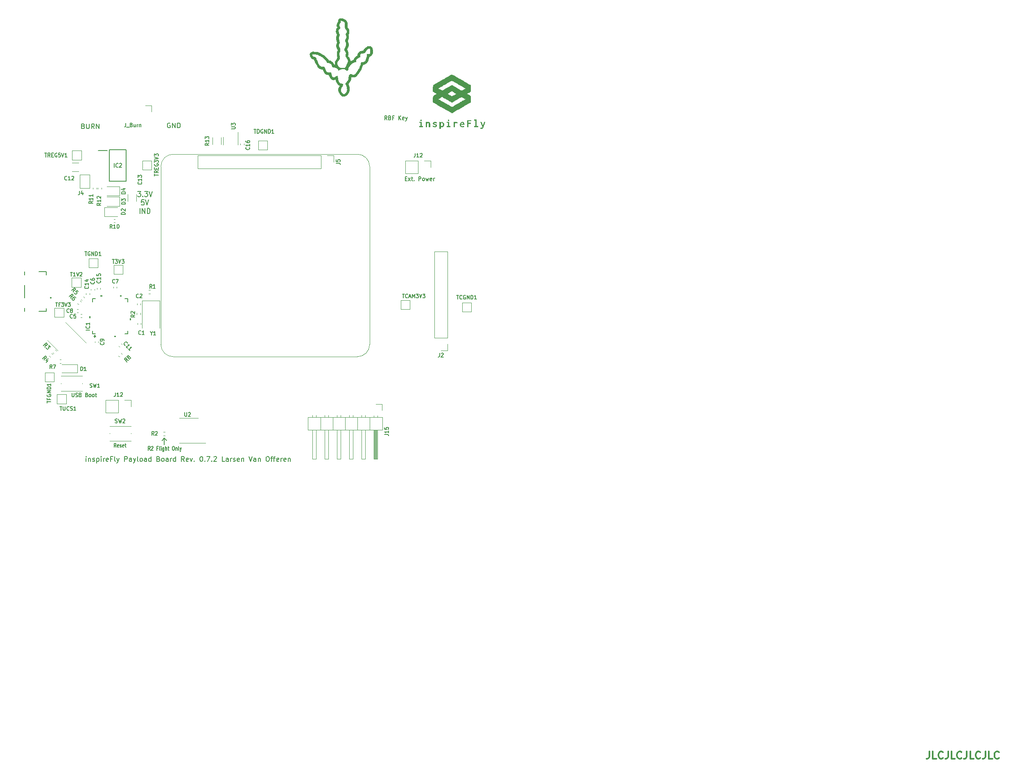
<source format=gbr>
%TF.GenerationSoftware,KiCad,Pcbnew,8.0.4*%
%TF.CreationDate,2024-09-09T11:17:31-04:00*%
%TF.ProjectId,payload_board_rev072,7061796c-6f61-4645-9f62-6f6172645f72,rev?*%
%TF.SameCoordinates,Original*%
%TF.FileFunction,Legend,Top*%
%TF.FilePolarity,Positive*%
%FSLAX46Y46*%
G04 Gerber Fmt 4.6, Leading zero omitted, Abs format (unit mm)*
G04 Created by KiCad (PCBNEW 8.0.4) date 2024-09-09 11:17:31*
%MOMM*%
%LPD*%
G01*
G04 APERTURE LIST*
%ADD10C,0.050000*%
%ADD11C,0.200000*%
%ADD12C,0.150000*%
%ADD13C,0.300000*%
%ADD14C,0.120000*%
%ADD15C,0.152400*%
%ADD16C,0.000000*%
%ADD17C,0.127000*%
G04 APERTURE END LIST*
D10*
X82050000Y-48100000D02*
X43950000Y-48100000D01*
D11*
X42120000Y-108220000D02*
X42120000Y-106860000D01*
D10*
X84590000Y-87470000D02*
G75*
G02*
X82050000Y-90010000I-2540000J0D01*
G01*
X82050000Y-48100000D02*
G75*
G02*
X84590000Y-50640000I0J-2540000D01*
G01*
D11*
X42120000Y-106860000D02*
X42595705Y-107335705D01*
D10*
X84590000Y-87470000D02*
X84590000Y-50640000D01*
D11*
X41650000Y-107330000D02*
X42120000Y-106860000D01*
D10*
X43950000Y-90010000D02*
X82050000Y-90010000D01*
X43950000Y-90010000D02*
G75*
G02*
X41410000Y-87470000I0J2540000D01*
G01*
X41410000Y-50640000D02*
G75*
G02*
X43950000Y-48100000I2540000J0D01*
G01*
X41410000Y-50640000D02*
X41410000Y-87470000D01*
D12*
X36623810Y-55765704D02*
X37242857Y-55765704D01*
X37242857Y-55765704D02*
X36909524Y-56184752D01*
X36909524Y-56184752D02*
X37052381Y-56184752D01*
X37052381Y-56184752D02*
X37147619Y-56237133D01*
X37147619Y-56237133D02*
X37195238Y-56289514D01*
X37195238Y-56289514D02*
X37242857Y-56394276D01*
X37242857Y-56394276D02*
X37242857Y-56656181D01*
X37242857Y-56656181D02*
X37195238Y-56760943D01*
X37195238Y-56760943D02*
X37147619Y-56813324D01*
X37147619Y-56813324D02*
X37052381Y-56865704D01*
X37052381Y-56865704D02*
X36766667Y-56865704D01*
X36766667Y-56865704D02*
X36671429Y-56813324D01*
X36671429Y-56813324D02*
X36623810Y-56760943D01*
X37671429Y-56760943D02*
X37719048Y-56813324D01*
X37719048Y-56813324D02*
X37671429Y-56865704D01*
X37671429Y-56865704D02*
X37623810Y-56813324D01*
X37623810Y-56813324D02*
X37671429Y-56760943D01*
X37671429Y-56760943D02*
X37671429Y-56865704D01*
X38052381Y-55765704D02*
X38671428Y-55765704D01*
X38671428Y-55765704D02*
X38338095Y-56184752D01*
X38338095Y-56184752D02*
X38480952Y-56184752D01*
X38480952Y-56184752D02*
X38576190Y-56237133D01*
X38576190Y-56237133D02*
X38623809Y-56289514D01*
X38623809Y-56289514D02*
X38671428Y-56394276D01*
X38671428Y-56394276D02*
X38671428Y-56656181D01*
X38671428Y-56656181D02*
X38623809Y-56760943D01*
X38623809Y-56760943D02*
X38576190Y-56813324D01*
X38576190Y-56813324D02*
X38480952Y-56865704D01*
X38480952Y-56865704D02*
X38195238Y-56865704D01*
X38195238Y-56865704D02*
X38100000Y-56813324D01*
X38100000Y-56813324D02*
X38052381Y-56760943D01*
X38957143Y-55765704D02*
X39290476Y-56865704D01*
X39290476Y-56865704D02*
X39623809Y-55765704D01*
X37909523Y-57536642D02*
X37433333Y-57536642D01*
X37433333Y-57536642D02*
X37385714Y-58060452D01*
X37385714Y-58060452D02*
X37433333Y-58008071D01*
X37433333Y-58008071D02*
X37528571Y-57955690D01*
X37528571Y-57955690D02*
X37766666Y-57955690D01*
X37766666Y-57955690D02*
X37861904Y-58008071D01*
X37861904Y-58008071D02*
X37909523Y-58060452D01*
X37909523Y-58060452D02*
X37957142Y-58165214D01*
X37957142Y-58165214D02*
X37957142Y-58427119D01*
X37957142Y-58427119D02*
X37909523Y-58531881D01*
X37909523Y-58531881D02*
X37861904Y-58584262D01*
X37861904Y-58584262D02*
X37766666Y-58636642D01*
X37766666Y-58636642D02*
X37528571Y-58636642D01*
X37528571Y-58636642D02*
X37433333Y-58584262D01*
X37433333Y-58584262D02*
X37385714Y-58531881D01*
X38242857Y-57536642D02*
X38576190Y-58636642D01*
X38576190Y-58636642D02*
X38909523Y-57536642D01*
X37076191Y-60407580D02*
X37076191Y-59307580D01*
X37552381Y-60407580D02*
X37552381Y-59307580D01*
X37552381Y-59307580D02*
X38123809Y-60407580D01*
X38123809Y-60407580D02*
X38123809Y-59307580D01*
X38600000Y-60407580D02*
X38600000Y-59307580D01*
X38600000Y-59307580D02*
X38838095Y-59307580D01*
X38838095Y-59307580D02*
X38980952Y-59359961D01*
X38980952Y-59359961D02*
X39076190Y-59464723D01*
X39076190Y-59464723D02*
X39123809Y-59569485D01*
X39123809Y-59569485D02*
X39171428Y-59779009D01*
X39171428Y-59779009D02*
X39171428Y-59936152D01*
X39171428Y-59936152D02*
X39123809Y-60145676D01*
X39123809Y-60145676D02*
X39076190Y-60250438D01*
X39076190Y-60250438D02*
X38980952Y-60355200D01*
X38980952Y-60355200D02*
X38838095Y-60407580D01*
X38838095Y-60407580D02*
X38600000Y-60407580D01*
X23017255Y-97524295D02*
X23017255Y-98171914D01*
X23017255Y-98171914D02*
X23052969Y-98248104D01*
X23052969Y-98248104D02*
X23088684Y-98286200D01*
X23088684Y-98286200D02*
X23160112Y-98324295D01*
X23160112Y-98324295D02*
X23302969Y-98324295D01*
X23302969Y-98324295D02*
X23374398Y-98286200D01*
X23374398Y-98286200D02*
X23410112Y-98248104D01*
X23410112Y-98248104D02*
X23445826Y-98171914D01*
X23445826Y-98171914D02*
X23445826Y-97524295D01*
X23767255Y-98286200D02*
X23874398Y-98324295D01*
X23874398Y-98324295D02*
X24052969Y-98324295D01*
X24052969Y-98324295D02*
X24124398Y-98286200D01*
X24124398Y-98286200D02*
X24160112Y-98248104D01*
X24160112Y-98248104D02*
X24195826Y-98171914D01*
X24195826Y-98171914D02*
X24195826Y-98095723D01*
X24195826Y-98095723D02*
X24160112Y-98019533D01*
X24160112Y-98019533D02*
X24124398Y-97981438D01*
X24124398Y-97981438D02*
X24052969Y-97943342D01*
X24052969Y-97943342D02*
X23910112Y-97905247D01*
X23910112Y-97905247D02*
X23838683Y-97867152D01*
X23838683Y-97867152D02*
X23802969Y-97829057D01*
X23802969Y-97829057D02*
X23767255Y-97752866D01*
X23767255Y-97752866D02*
X23767255Y-97676676D01*
X23767255Y-97676676D02*
X23802969Y-97600485D01*
X23802969Y-97600485D02*
X23838683Y-97562390D01*
X23838683Y-97562390D02*
X23910112Y-97524295D01*
X23910112Y-97524295D02*
X24088683Y-97524295D01*
X24088683Y-97524295D02*
X24195826Y-97562390D01*
X24767255Y-97905247D02*
X24874398Y-97943342D01*
X24874398Y-97943342D02*
X24910112Y-97981438D01*
X24910112Y-97981438D02*
X24945826Y-98057628D01*
X24945826Y-98057628D02*
X24945826Y-98171914D01*
X24945826Y-98171914D02*
X24910112Y-98248104D01*
X24910112Y-98248104D02*
X24874398Y-98286200D01*
X24874398Y-98286200D02*
X24802969Y-98324295D01*
X24802969Y-98324295D02*
X24517255Y-98324295D01*
X24517255Y-98324295D02*
X24517255Y-97524295D01*
X24517255Y-97524295D02*
X24767255Y-97524295D01*
X24767255Y-97524295D02*
X24838684Y-97562390D01*
X24838684Y-97562390D02*
X24874398Y-97600485D01*
X24874398Y-97600485D02*
X24910112Y-97676676D01*
X24910112Y-97676676D02*
X24910112Y-97752866D01*
X24910112Y-97752866D02*
X24874398Y-97829057D01*
X24874398Y-97829057D02*
X24838684Y-97867152D01*
X24838684Y-97867152D02*
X24767255Y-97905247D01*
X24767255Y-97905247D02*
X24517255Y-97905247D01*
X26088684Y-97905247D02*
X26195827Y-97943342D01*
X26195827Y-97943342D02*
X26231541Y-97981438D01*
X26231541Y-97981438D02*
X26267255Y-98057628D01*
X26267255Y-98057628D02*
X26267255Y-98171914D01*
X26267255Y-98171914D02*
X26231541Y-98248104D01*
X26231541Y-98248104D02*
X26195827Y-98286200D01*
X26195827Y-98286200D02*
X26124398Y-98324295D01*
X26124398Y-98324295D02*
X25838684Y-98324295D01*
X25838684Y-98324295D02*
X25838684Y-97524295D01*
X25838684Y-97524295D02*
X26088684Y-97524295D01*
X26088684Y-97524295D02*
X26160113Y-97562390D01*
X26160113Y-97562390D02*
X26195827Y-97600485D01*
X26195827Y-97600485D02*
X26231541Y-97676676D01*
X26231541Y-97676676D02*
X26231541Y-97752866D01*
X26231541Y-97752866D02*
X26195827Y-97829057D01*
X26195827Y-97829057D02*
X26160113Y-97867152D01*
X26160113Y-97867152D02*
X26088684Y-97905247D01*
X26088684Y-97905247D02*
X25838684Y-97905247D01*
X26695827Y-98324295D02*
X26624398Y-98286200D01*
X26624398Y-98286200D02*
X26588684Y-98248104D01*
X26588684Y-98248104D02*
X26552970Y-98171914D01*
X26552970Y-98171914D02*
X26552970Y-97943342D01*
X26552970Y-97943342D02*
X26588684Y-97867152D01*
X26588684Y-97867152D02*
X26624398Y-97829057D01*
X26624398Y-97829057D02*
X26695827Y-97790961D01*
X26695827Y-97790961D02*
X26802970Y-97790961D01*
X26802970Y-97790961D02*
X26874398Y-97829057D01*
X26874398Y-97829057D02*
X26910113Y-97867152D01*
X26910113Y-97867152D02*
X26945827Y-97943342D01*
X26945827Y-97943342D02*
X26945827Y-98171914D01*
X26945827Y-98171914D02*
X26910113Y-98248104D01*
X26910113Y-98248104D02*
X26874398Y-98286200D01*
X26874398Y-98286200D02*
X26802970Y-98324295D01*
X26802970Y-98324295D02*
X26695827Y-98324295D01*
X27374398Y-98324295D02*
X27302969Y-98286200D01*
X27302969Y-98286200D02*
X27267255Y-98248104D01*
X27267255Y-98248104D02*
X27231541Y-98171914D01*
X27231541Y-98171914D02*
X27231541Y-97943342D01*
X27231541Y-97943342D02*
X27267255Y-97867152D01*
X27267255Y-97867152D02*
X27302969Y-97829057D01*
X27302969Y-97829057D02*
X27374398Y-97790961D01*
X27374398Y-97790961D02*
X27481541Y-97790961D01*
X27481541Y-97790961D02*
X27552969Y-97829057D01*
X27552969Y-97829057D02*
X27588684Y-97867152D01*
X27588684Y-97867152D02*
X27624398Y-97943342D01*
X27624398Y-97943342D02*
X27624398Y-98171914D01*
X27624398Y-98171914D02*
X27588684Y-98248104D01*
X27588684Y-98248104D02*
X27552969Y-98286200D01*
X27552969Y-98286200D02*
X27481541Y-98324295D01*
X27481541Y-98324295D02*
X27374398Y-98324295D01*
X27838683Y-97790961D02*
X28124397Y-97790961D01*
X27945826Y-97524295D02*
X27945826Y-98210009D01*
X27945826Y-98210009D02*
X27981540Y-98286200D01*
X27981540Y-98286200D02*
X28052969Y-98324295D01*
X28052969Y-98324295D02*
X28124397Y-98324295D01*
X25966779Y-111669819D02*
X25966779Y-111003152D01*
X25966779Y-110669819D02*
X25919160Y-110717438D01*
X25919160Y-110717438D02*
X25966779Y-110765057D01*
X25966779Y-110765057D02*
X26014398Y-110717438D01*
X26014398Y-110717438D02*
X25966779Y-110669819D01*
X25966779Y-110669819D02*
X25966779Y-110765057D01*
X26442969Y-111003152D02*
X26442969Y-111669819D01*
X26442969Y-111098390D02*
X26490588Y-111050771D01*
X26490588Y-111050771D02*
X26585826Y-111003152D01*
X26585826Y-111003152D02*
X26728683Y-111003152D01*
X26728683Y-111003152D02*
X26823921Y-111050771D01*
X26823921Y-111050771D02*
X26871540Y-111146009D01*
X26871540Y-111146009D02*
X26871540Y-111669819D01*
X27300112Y-111622200D02*
X27395350Y-111669819D01*
X27395350Y-111669819D02*
X27585826Y-111669819D01*
X27585826Y-111669819D02*
X27681064Y-111622200D01*
X27681064Y-111622200D02*
X27728683Y-111526961D01*
X27728683Y-111526961D02*
X27728683Y-111479342D01*
X27728683Y-111479342D02*
X27681064Y-111384104D01*
X27681064Y-111384104D02*
X27585826Y-111336485D01*
X27585826Y-111336485D02*
X27442969Y-111336485D01*
X27442969Y-111336485D02*
X27347731Y-111288866D01*
X27347731Y-111288866D02*
X27300112Y-111193628D01*
X27300112Y-111193628D02*
X27300112Y-111146009D01*
X27300112Y-111146009D02*
X27347731Y-111050771D01*
X27347731Y-111050771D02*
X27442969Y-111003152D01*
X27442969Y-111003152D02*
X27585826Y-111003152D01*
X27585826Y-111003152D02*
X27681064Y-111050771D01*
X28157255Y-111003152D02*
X28157255Y-112003152D01*
X28157255Y-111050771D02*
X28252493Y-111003152D01*
X28252493Y-111003152D02*
X28442969Y-111003152D01*
X28442969Y-111003152D02*
X28538207Y-111050771D01*
X28538207Y-111050771D02*
X28585826Y-111098390D01*
X28585826Y-111098390D02*
X28633445Y-111193628D01*
X28633445Y-111193628D02*
X28633445Y-111479342D01*
X28633445Y-111479342D02*
X28585826Y-111574580D01*
X28585826Y-111574580D02*
X28538207Y-111622200D01*
X28538207Y-111622200D02*
X28442969Y-111669819D01*
X28442969Y-111669819D02*
X28252493Y-111669819D01*
X28252493Y-111669819D02*
X28157255Y-111622200D01*
X29062017Y-111669819D02*
X29062017Y-111003152D01*
X29062017Y-110669819D02*
X29014398Y-110717438D01*
X29014398Y-110717438D02*
X29062017Y-110765057D01*
X29062017Y-110765057D02*
X29109636Y-110717438D01*
X29109636Y-110717438D02*
X29062017Y-110669819D01*
X29062017Y-110669819D02*
X29062017Y-110765057D01*
X29538207Y-111669819D02*
X29538207Y-111003152D01*
X29538207Y-111193628D02*
X29585826Y-111098390D01*
X29585826Y-111098390D02*
X29633445Y-111050771D01*
X29633445Y-111050771D02*
X29728683Y-111003152D01*
X29728683Y-111003152D02*
X29823921Y-111003152D01*
X30538207Y-111622200D02*
X30442969Y-111669819D01*
X30442969Y-111669819D02*
X30252493Y-111669819D01*
X30252493Y-111669819D02*
X30157255Y-111622200D01*
X30157255Y-111622200D02*
X30109636Y-111526961D01*
X30109636Y-111526961D02*
X30109636Y-111146009D01*
X30109636Y-111146009D02*
X30157255Y-111050771D01*
X30157255Y-111050771D02*
X30252493Y-111003152D01*
X30252493Y-111003152D02*
X30442969Y-111003152D01*
X30442969Y-111003152D02*
X30538207Y-111050771D01*
X30538207Y-111050771D02*
X30585826Y-111146009D01*
X30585826Y-111146009D02*
X30585826Y-111241247D01*
X30585826Y-111241247D02*
X30109636Y-111336485D01*
X31347731Y-111146009D02*
X31014398Y-111146009D01*
X31014398Y-111669819D02*
X31014398Y-110669819D01*
X31014398Y-110669819D02*
X31490588Y-110669819D01*
X32014398Y-111669819D02*
X31919160Y-111622200D01*
X31919160Y-111622200D02*
X31871541Y-111526961D01*
X31871541Y-111526961D02*
X31871541Y-110669819D01*
X32300113Y-111003152D02*
X32538208Y-111669819D01*
X32776303Y-111003152D02*
X32538208Y-111669819D01*
X32538208Y-111669819D02*
X32442970Y-111907914D01*
X32442970Y-111907914D02*
X32395351Y-111955533D01*
X32395351Y-111955533D02*
X32300113Y-112003152D01*
X33919161Y-111669819D02*
X33919161Y-110669819D01*
X33919161Y-110669819D02*
X34300113Y-110669819D01*
X34300113Y-110669819D02*
X34395351Y-110717438D01*
X34395351Y-110717438D02*
X34442970Y-110765057D01*
X34442970Y-110765057D02*
X34490589Y-110860295D01*
X34490589Y-110860295D02*
X34490589Y-111003152D01*
X34490589Y-111003152D02*
X34442970Y-111098390D01*
X34442970Y-111098390D02*
X34395351Y-111146009D01*
X34395351Y-111146009D02*
X34300113Y-111193628D01*
X34300113Y-111193628D02*
X33919161Y-111193628D01*
X35347732Y-111669819D02*
X35347732Y-111146009D01*
X35347732Y-111146009D02*
X35300113Y-111050771D01*
X35300113Y-111050771D02*
X35204875Y-111003152D01*
X35204875Y-111003152D02*
X35014399Y-111003152D01*
X35014399Y-111003152D02*
X34919161Y-111050771D01*
X35347732Y-111622200D02*
X35252494Y-111669819D01*
X35252494Y-111669819D02*
X35014399Y-111669819D01*
X35014399Y-111669819D02*
X34919161Y-111622200D01*
X34919161Y-111622200D02*
X34871542Y-111526961D01*
X34871542Y-111526961D02*
X34871542Y-111431723D01*
X34871542Y-111431723D02*
X34919161Y-111336485D01*
X34919161Y-111336485D02*
X35014399Y-111288866D01*
X35014399Y-111288866D02*
X35252494Y-111288866D01*
X35252494Y-111288866D02*
X35347732Y-111241247D01*
X35728685Y-111003152D02*
X35966780Y-111669819D01*
X36204875Y-111003152D02*
X35966780Y-111669819D01*
X35966780Y-111669819D02*
X35871542Y-111907914D01*
X35871542Y-111907914D02*
X35823923Y-111955533D01*
X35823923Y-111955533D02*
X35728685Y-112003152D01*
X36728685Y-111669819D02*
X36633447Y-111622200D01*
X36633447Y-111622200D02*
X36585828Y-111526961D01*
X36585828Y-111526961D02*
X36585828Y-110669819D01*
X37252495Y-111669819D02*
X37157257Y-111622200D01*
X37157257Y-111622200D02*
X37109638Y-111574580D01*
X37109638Y-111574580D02*
X37062019Y-111479342D01*
X37062019Y-111479342D02*
X37062019Y-111193628D01*
X37062019Y-111193628D02*
X37109638Y-111098390D01*
X37109638Y-111098390D02*
X37157257Y-111050771D01*
X37157257Y-111050771D02*
X37252495Y-111003152D01*
X37252495Y-111003152D02*
X37395352Y-111003152D01*
X37395352Y-111003152D02*
X37490590Y-111050771D01*
X37490590Y-111050771D02*
X37538209Y-111098390D01*
X37538209Y-111098390D02*
X37585828Y-111193628D01*
X37585828Y-111193628D02*
X37585828Y-111479342D01*
X37585828Y-111479342D02*
X37538209Y-111574580D01*
X37538209Y-111574580D02*
X37490590Y-111622200D01*
X37490590Y-111622200D02*
X37395352Y-111669819D01*
X37395352Y-111669819D02*
X37252495Y-111669819D01*
X38442971Y-111669819D02*
X38442971Y-111146009D01*
X38442971Y-111146009D02*
X38395352Y-111050771D01*
X38395352Y-111050771D02*
X38300114Y-111003152D01*
X38300114Y-111003152D02*
X38109638Y-111003152D01*
X38109638Y-111003152D02*
X38014400Y-111050771D01*
X38442971Y-111622200D02*
X38347733Y-111669819D01*
X38347733Y-111669819D02*
X38109638Y-111669819D01*
X38109638Y-111669819D02*
X38014400Y-111622200D01*
X38014400Y-111622200D02*
X37966781Y-111526961D01*
X37966781Y-111526961D02*
X37966781Y-111431723D01*
X37966781Y-111431723D02*
X38014400Y-111336485D01*
X38014400Y-111336485D02*
X38109638Y-111288866D01*
X38109638Y-111288866D02*
X38347733Y-111288866D01*
X38347733Y-111288866D02*
X38442971Y-111241247D01*
X39347733Y-111669819D02*
X39347733Y-110669819D01*
X39347733Y-111622200D02*
X39252495Y-111669819D01*
X39252495Y-111669819D02*
X39062019Y-111669819D01*
X39062019Y-111669819D02*
X38966781Y-111622200D01*
X38966781Y-111622200D02*
X38919162Y-111574580D01*
X38919162Y-111574580D02*
X38871543Y-111479342D01*
X38871543Y-111479342D02*
X38871543Y-111193628D01*
X38871543Y-111193628D02*
X38919162Y-111098390D01*
X38919162Y-111098390D02*
X38966781Y-111050771D01*
X38966781Y-111050771D02*
X39062019Y-111003152D01*
X39062019Y-111003152D02*
X39252495Y-111003152D01*
X39252495Y-111003152D02*
X39347733Y-111050771D01*
X40919162Y-111146009D02*
X41062019Y-111193628D01*
X41062019Y-111193628D02*
X41109638Y-111241247D01*
X41109638Y-111241247D02*
X41157257Y-111336485D01*
X41157257Y-111336485D02*
X41157257Y-111479342D01*
X41157257Y-111479342D02*
X41109638Y-111574580D01*
X41109638Y-111574580D02*
X41062019Y-111622200D01*
X41062019Y-111622200D02*
X40966781Y-111669819D01*
X40966781Y-111669819D02*
X40585829Y-111669819D01*
X40585829Y-111669819D02*
X40585829Y-110669819D01*
X40585829Y-110669819D02*
X40919162Y-110669819D01*
X40919162Y-110669819D02*
X41014400Y-110717438D01*
X41014400Y-110717438D02*
X41062019Y-110765057D01*
X41062019Y-110765057D02*
X41109638Y-110860295D01*
X41109638Y-110860295D02*
X41109638Y-110955533D01*
X41109638Y-110955533D02*
X41062019Y-111050771D01*
X41062019Y-111050771D02*
X41014400Y-111098390D01*
X41014400Y-111098390D02*
X40919162Y-111146009D01*
X40919162Y-111146009D02*
X40585829Y-111146009D01*
X41728686Y-111669819D02*
X41633448Y-111622200D01*
X41633448Y-111622200D02*
X41585829Y-111574580D01*
X41585829Y-111574580D02*
X41538210Y-111479342D01*
X41538210Y-111479342D02*
X41538210Y-111193628D01*
X41538210Y-111193628D02*
X41585829Y-111098390D01*
X41585829Y-111098390D02*
X41633448Y-111050771D01*
X41633448Y-111050771D02*
X41728686Y-111003152D01*
X41728686Y-111003152D02*
X41871543Y-111003152D01*
X41871543Y-111003152D02*
X41966781Y-111050771D01*
X41966781Y-111050771D02*
X42014400Y-111098390D01*
X42014400Y-111098390D02*
X42062019Y-111193628D01*
X42062019Y-111193628D02*
X42062019Y-111479342D01*
X42062019Y-111479342D02*
X42014400Y-111574580D01*
X42014400Y-111574580D02*
X41966781Y-111622200D01*
X41966781Y-111622200D02*
X41871543Y-111669819D01*
X41871543Y-111669819D02*
X41728686Y-111669819D01*
X42919162Y-111669819D02*
X42919162Y-111146009D01*
X42919162Y-111146009D02*
X42871543Y-111050771D01*
X42871543Y-111050771D02*
X42776305Y-111003152D01*
X42776305Y-111003152D02*
X42585829Y-111003152D01*
X42585829Y-111003152D02*
X42490591Y-111050771D01*
X42919162Y-111622200D02*
X42823924Y-111669819D01*
X42823924Y-111669819D02*
X42585829Y-111669819D01*
X42585829Y-111669819D02*
X42490591Y-111622200D01*
X42490591Y-111622200D02*
X42442972Y-111526961D01*
X42442972Y-111526961D02*
X42442972Y-111431723D01*
X42442972Y-111431723D02*
X42490591Y-111336485D01*
X42490591Y-111336485D02*
X42585829Y-111288866D01*
X42585829Y-111288866D02*
X42823924Y-111288866D01*
X42823924Y-111288866D02*
X42919162Y-111241247D01*
X43395353Y-111669819D02*
X43395353Y-111003152D01*
X43395353Y-111193628D02*
X43442972Y-111098390D01*
X43442972Y-111098390D02*
X43490591Y-111050771D01*
X43490591Y-111050771D02*
X43585829Y-111003152D01*
X43585829Y-111003152D02*
X43681067Y-111003152D01*
X44442972Y-111669819D02*
X44442972Y-110669819D01*
X44442972Y-111622200D02*
X44347734Y-111669819D01*
X44347734Y-111669819D02*
X44157258Y-111669819D01*
X44157258Y-111669819D02*
X44062020Y-111622200D01*
X44062020Y-111622200D02*
X44014401Y-111574580D01*
X44014401Y-111574580D02*
X43966782Y-111479342D01*
X43966782Y-111479342D02*
X43966782Y-111193628D01*
X43966782Y-111193628D02*
X44014401Y-111098390D01*
X44014401Y-111098390D02*
X44062020Y-111050771D01*
X44062020Y-111050771D02*
X44157258Y-111003152D01*
X44157258Y-111003152D02*
X44347734Y-111003152D01*
X44347734Y-111003152D02*
X44442972Y-111050771D01*
X46252496Y-111669819D02*
X45919163Y-111193628D01*
X45681068Y-111669819D02*
X45681068Y-110669819D01*
X45681068Y-110669819D02*
X46062020Y-110669819D01*
X46062020Y-110669819D02*
X46157258Y-110717438D01*
X46157258Y-110717438D02*
X46204877Y-110765057D01*
X46204877Y-110765057D02*
X46252496Y-110860295D01*
X46252496Y-110860295D02*
X46252496Y-111003152D01*
X46252496Y-111003152D02*
X46204877Y-111098390D01*
X46204877Y-111098390D02*
X46157258Y-111146009D01*
X46157258Y-111146009D02*
X46062020Y-111193628D01*
X46062020Y-111193628D02*
X45681068Y-111193628D01*
X47062020Y-111622200D02*
X46966782Y-111669819D01*
X46966782Y-111669819D02*
X46776306Y-111669819D01*
X46776306Y-111669819D02*
X46681068Y-111622200D01*
X46681068Y-111622200D02*
X46633449Y-111526961D01*
X46633449Y-111526961D02*
X46633449Y-111146009D01*
X46633449Y-111146009D02*
X46681068Y-111050771D01*
X46681068Y-111050771D02*
X46776306Y-111003152D01*
X46776306Y-111003152D02*
X46966782Y-111003152D01*
X46966782Y-111003152D02*
X47062020Y-111050771D01*
X47062020Y-111050771D02*
X47109639Y-111146009D01*
X47109639Y-111146009D02*
X47109639Y-111241247D01*
X47109639Y-111241247D02*
X46633449Y-111336485D01*
X47442973Y-111003152D02*
X47681068Y-111669819D01*
X47681068Y-111669819D02*
X47919163Y-111003152D01*
X48300116Y-111574580D02*
X48347735Y-111622200D01*
X48347735Y-111622200D02*
X48300116Y-111669819D01*
X48300116Y-111669819D02*
X48252497Y-111622200D01*
X48252497Y-111622200D02*
X48300116Y-111574580D01*
X48300116Y-111574580D02*
X48300116Y-111669819D01*
X49728687Y-110669819D02*
X49823925Y-110669819D01*
X49823925Y-110669819D02*
X49919163Y-110717438D01*
X49919163Y-110717438D02*
X49966782Y-110765057D01*
X49966782Y-110765057D02*
X50014401Y-110860295D01*
X50014401Y-110860295D02*
X50062020Y-111050771D01*
X50062020Y-111050771D02*
X50062020Y-111288866D01*
X50062020Y-111288866D02*
X50014401Y-111479342D01*
X50014401Y-111479342D02*
X49966782Y-111574580D01*
X49966782Y-111574580D02*
X49919163Y-111622200D01*
X49919163Y-111622200D02*
X49823925Y-111669819D01*
X49823925Y-111669819D02*
X49728687Y-111669819D01*
X49728687Y-111669819D02*
X49633449Y-111622200D01*
X49633449Y-111622200D02*
X49585830Y-111574580D01*
X49585830Y-111574580D02*
X49538211Y-111479342D01*
X49538211Y-111479342D02*
X49490592Y-111288866D01*
X49490592Y-111288866D02*
X49490592Y-111050771D01*
X49490592Y-111050771D02*
X49538211Y-110860295D01*
X49538211Y-110860295D02*
X49585830Y-110765057D01*
X49585830Y-110765057D02*
X49633449Y-110717438D01*
X49633449Y-110717438D02*
X49728687Y-110669819D01*
X50490592Y-111574580D02*
X50538211Y-111622200D01*
X50538211Y-111622200D02*
X50490592Y-111669819D01*
X50490592Y-111669819D02*
X50442973Y-111622200D01*
X50442973Y-111622200D02*
X50490592Y-111574580D01*
X50490592Y-111574580D02*
X50490592Y-111669819D01*
X50871544Y-110669819D02*
X51538210Y-110669819D01*
X51538210Y-110669819D02*
X51109639Y-111669819D01*
X51919163Y-111574580D02*
X51966782Y-111622200D01*
X51966782Y-111622200D02*
X51919163Y-111669819D01*
X51919163Y-111669819D02*
X51871544Y-111622200D01*
X51871544Y-111622200D02*
X51919163Y-111574580D01*
X51919163Y-111574580D02*
X51919163Y-111669819D01*
X52347734Y-110765057D02*
X52395353Y-110717438D01*
X52395353Y-110717438D02*
X52490591Y-110669819D01*
X52490591Y-110669819D02*
X52728686Y-110669819D01*
X52728686Y-110669819D02*
X52823924Y-110717438D01*
X52823924Y-110717438D02*
X52871543Y-110765057D01*
X52871543Y-110765057D02*
X52919162Y-110860295D01*
X52919162Y-110860295D02*
X52919162Y-110955533D01*
X52919162Y-110955533D02*
X52871543Y-111098390D01*
X52871543Y-111098390D02*
X52300115Y-111669819D01*
X52300115Y-111669819D02*
X52919162Y-111669819D01*
X54585829Y-111669819D02*
X54109639Y-111669819D01*
X54109639Y-111669819D02*
X54109639Y-110669819D01*
X55347734Y-111669819D02*
X55347734Y-111146009D01*
X55347734Y-111146009D02*
X55300115Y-111050771D01*
X55300115Y-111050771D02*
X55204877Y-111003152D01*
X55204877Y-111003152D02*
X55014401Y-111003152D01*
X55014401Y-111003152D02*
X54919163Y-111050771D01*
X55347734Y-111622200D02*
X55252496Y-111669819D01*
X55252496Y-111669819D02*
X55014401Y-111669819D01*
X55014401Y-111669819D02*
X54919163Y-111622200D01*
X54919163Y-111622200D02*
X54871544Y-111526961D01*
X54871544Y-111526961D02*
X54871544Y-111431723D01*
X54871544Y-111431723D02*
X54919163Y-111336485D01*
X54919163Y-111336485D02*
X55014401Y-111288866D01*
X55014401Y-111288866D02*
X55252496Y-111288866D01*
X55252496Y-111288866D02*
X55347734Y-111241247D01*
X55823925Y-111669819D02*
X55823925Y-111003152D01*
X55823925Y-111193628D02*
X55871544Y-111098390D01*
X55871544Y-111098390D02*
X55919163Y-111050771D01*
X55919163Y-111050771D02*
X56014401Y-111003152D01*
X56014401Y-111003152D02*
X56109639Y-111003152D01*
X56395354Y-111622200D02*
X56490592Y-111669819D01*
X56490592Y-111669819D02*
X56681068Y-111669819D01*
X56681068Y-111669819D02*
X56776306Y-111622200D01*
X56776306Y-111622200D02*
X56823925Y-111526961D01*
X56823925Y-111526961D02*
X56823925Y-111479342D01*
X56823925Y-111479342D02*
X56776306Y-111384104D01*
X56776306Y-111384104D02*
X56681068Y-111336485D01*
X56681068Y-111336485D02*
X56538211Y-111336485D01*
X56538211Y-111336485D02*
X56442973Y-111288866D01*
X56442973Y-111288866D02*
X56395354Y-111193628D01*
X56395354Y-111193628D02*
X56395354Y-111146009D01*
X56395354Y-111146009D02*
X56442973Y-111050771D01*
X56442973Y-111050771D02*
X56538211Y-111003152D01*
X56538211Y-111003152D02*
X56681068Y-111003152D01*
X56681068Y-111003152D02*
X56776306Y-111050771D01*
X57633449Y-111622200D02*
X57538211Y-111669819D01*
X57538211Y-111669819D02*
X57347735Y-111669819D01*
X57347735Y-111669819D02*
X57252497Y-111622200D01*
X57252497Y-111622200D02*
X57204878Y-111526961D01*
X57204878Y-111526961D02*
X57204878Y-111146009D01*
X57204878Y-111146009D02*
X57252497Y-111050771D01*
X57252497Y-111050771D02*
X57347735Y-111003152D01*
X57347735Y-111003152D02*
X57538211Y-111003152D01*
X57538211Y-111003152D02*
X57633449Y-111050771D01*
X57633449Y-111050771D02*
X57681068Y-111146009D01*
X57681068Y-111146009D02*
X57681068Y-111241247D01*
X57681068Y-111241247D02*
X57204878Y-111336485D01*
X58109640Y-111003152D02*
X58109640Y-111669819D01*
X58109640Y-111098390D02*
X58157259Y-111050771D01*
X58157259Y-111050771D02*
X58252497Y-111003152D01*
X58252497Y-111003152D02*
X58395354Y-111003152D01*
X58395354Y-111003152D02*
X58490592Y-111050771D01*
X58490592Y-111050771D02*
X58538211Y-111146009D01*
X58538211Y-111146009D02*
X58538211Y-111669819D01*
X59633450Y-110669819D02*
X59966783Y-111669819D01*
X59966783Y-111669819D02*
X60300116Y-110669819D01*
X61062021Y-111669819D02*
X61062021Y-111146009D01*
X61062021Y-111146009D02*
X61014402Y-111050771D01*
X61014402Y-111050771D02*
X60919164Y-111003152D01*
X60919164Y-111003152D02*
X60728688Y-111003152D01*
X60728688Y-111003152D02*
X60633450Y-111050771D01*
X61062021Y-111622200D02*
X60966783Y-111669819D01*
X60966783Y-111669819D02*
X60728688Y-111669819D01*
X60728688Y-111669819D02*
X60633450Y-111622200D01*
X60633450Y-111622200D02*
X60585831Y-111526961D01*
X60585831Y-111526961D02*
X60585831Y-111431723D01*
X60585831Y-111431723D02*
X60633450Y-111336485D01*
X60633450Y-111336485D02*
X60728688Y-111288866D01*
X60728688Y-111288866D02*
X60966783Y-111288866D01*
X60966783Y-111288866D02*
X61062021Y-111241247D01*
X61538212Y-111003152D02*
X61538212Y-111669819D01*
X61538212Y-111098390D02*
X61585831Y-111050771D01*
X61585831Y-111050771D02*
X61681069Y-111003152D01*
X61681069Y-111003152D02*
X61823926Y-111003152D01*
X61823926Y-111003152D02*
X61919164Y-111050771D01*
X61919164Y-111050771D02*
X61966783Y-111146009D01*
X61966783Y-111146009D02*
X61966783Y-111669819D01*
X63395355Y-110669819D02*
X63585831Y-110669819D01*
X63585831Y-110669819D02*
X63681069Y-110717438D01*
X63681069Y-110717438D02*
X63776307Y-110812676D01*
X63776307Y-110812676D02*
X63823926Y-111003152D01*
X63823926Y-111003152D02*
X63823926Y-111336485D01*
X63823926Y-111336485D02*
X63776307Y-111526961D01*
X63776307Y-111526961D02*
X63681069Y-111622200D01*
X63681069Y-111622200D02*
X63585831Y-111669819D01*
X63585831Y-111669819D02*
X63395355Y-111669819D01*
X63395355Y-111669819D02*
X63300117Y-111622200D01*
X63300117Y-111622200D02*
X63204879Y-111526961D01*
X63204879Y-111526961D02*
X63157260Y-111336485D01*
X63157260Y-111336485D02*
X63157260Y-111003152D01*
X63157260Y-111003152D02*
X63204879Y-110812676D01*
X63204879Y-110812676D02*
X63300117Y-110717438D01*
X63300117Y-110717438D02*
X63395355Y-110669819D01*
X64109641Y-111003152D02*
X64490593Y-111003152D01*
X64252498Y-111669819D02*
X64252498Y-110812676D01*
X64252498Y-110812676D02*
X64300117Y-110717438D01*
X64300117Y-110717438D02*
X64395355Y-110669819D01*
X64395355Y-110669819D02*
X64490593Y-110669819D01*
X64681070Y-111003152D02*
X65062022Y-111003152D01*
X64823927Y-111669819D02*
X64823927Y-110812676D01*
X64823927Y-110812676D02*
X64871546Y-110717438D01*
X64871546Y-110717438D02*
X64966784Y-110669819D01*
X64966784Y-110669819D02*
X65062022Y-110669819D01*
X65776308Y-111622200D02*
X65681070Y-111669819D01*
X65681070Y-111669819D02*
X65490594Y-111669819D01*
X65490594Y-111669819D02*
X65395356Y-111622200D01*
X65395356Y-111622200D02*
X65347737Y-111526961D01*
X65347737Y-111526961D02*
X65347737Y-111146009D01*
X65347737Y-111146009D02*
X65395356Y-111050771D01*
X65395356Y-111050771D02*
X65490594Y-111003152D01*
X65490594Y-111003152D02*
X65681070Y-111003152D01*
X65681070Y-111003152D02*
X65776308Y-111050771D01*
X65776308Y-111050771D02*
X65823927Y-111146009D01*
X65823927Y-111146009D02*
X65823927Y-111241247D01*
X65823927Y-111241247D02*
X65347737Y-111336485D01*
X66252499Y-111669819D02*
X66252499Y-111003152D01*
X66252499Y-111193628D02*
X66300118Y-111098390D01*
X66300118Y-111098390D02*
X66347737Y-111050771D01*
X66347737Y-111050771D02*
X66442975Y-111003152D01*
X66442975Y-111003152D02*
X66538213Y-111003152D01*
X67252499Y-111622200D02*
X67157261Y-111669819D01*
X67157261Y-111669819D02*
X66966785Y-111669819D01*
X66966785Y-111669819D02*
X66871547Y-111622200D01*
X66871547Y-111622200D02*
X66823928Y-111526961D01*
X66823928Y-111526961D02*
X66823928Y-111146009D01*
X66823928Y-111146009D02*
X66871547Y-111050771D01*
X66871547Y-111050771D02*
X66966785Y-111003152D01*
X66966785Y-111003152D02*
X67157261Y-111003152D01*
X67157261Y-111003152D02*
X67252499Y-111050771D01*
X67252499Y-111050771D02*
X67300118Y-111146009D01*
X67300118Y-111146009D02*
X67300118Y-111241247D01*
X67300118Y-111241247D02*
X66823928Y-111336485D01*
X67728690Y-111003152D02*
X67728690Y-111669819D01*
X67728690Y-111098390D02*
X67776309Y-111050771D01*
X67776309Y-111050771D02*
X67871547Y-111003152D01*
X67871547Y-111003152D02*
X68014404Y-111003152D01*
X68014404Y-111003152D02*
X68109642Y-111050771D01*
X68109642Y-111050771D02*
X68157261Y-111146009D01*
X68157261Y-111146009D02*
X68157261Y-111669819D01*
X91939160Y-53145247D02*
X92205826Y-53145247D01*
X92320112Y-53564295D02*
X91939160Y-53564295D01*
X91939160Y-53564295D02*
X91939160Y-52764295D01*
X91939160Y-52764295D02*
X92320112Y-52764295D01*
X92586779Y-53564295D02*
X93005827Y-53030961D01*
X92586779Y-53030961D02*
X93005827Y-53564295D01*
X93196303Y-53030961D02*
X93501065Y-53030961D01*
X93310589Y-52764295D02*
X93310589Y-53450009D01*
X93310589Y-53450009D02*
X93348684Y-53526200D01*
X93348684Y-53526200D02*
X93424874Y-53564295D01*
X93424874Y-53564295D02*
X93501065Y-53564295D01*
X93767732Y-53488104D02*
X93805827Y-53526200D01*
X93805827Y-53526200D02*
X93767732Y-53564295D01*
X93767732Y-53564295D02*
X93729636Y-53526200D01*
X93729636Y-53526200D02*
X93767732Y-53488104D01*
X93767732Y-53488104D02*
X93767732Y-53564295D01*
X94758208Y-53564295D02*
X94758208Y-52764295D01*
X94758208Y-52764295D02*
X95062970Y-52764295D01*
X95062970Y-52764295D02*
X95139160Y-52802390D01*
X95139160Y-52802390D02*
X95177255Y-52840485D01*
X95177255Y-52840485D02*
X95215351Y-52916676D01*
X95215351Y-52916676D02*
X95215351Y-53030961D01*
X95215351Y-53030961D02*
X95177255Y-53107152D01*
X95177255Y-53107152D02*
X95139160Y-53145247D01*
X95139160Y-53145247D02*
X95062970Y-53183342D01*
X95062970Y-53183342D02*
X94758208Y-53183342D01*
X95672493Y-53564295D02*
X95596303Y-53526200D01*
X95596303Y-53526200D02*
X95558208Y-53488104D01*
X95558208Y-53488104D02*
X95520112Y-53411914D01*
X95520112Y-53411914D02*
X95520112Y-53183342D01*
X95520112Y-53183342D02*
X95558208Y-53107152D01*
X95558208Y-53107152D02*
X95596303Y-53069057D01*
X95596303Y-53069057D02*
X95672493Y-53030961D01*
X95672493Y-53030961D02*
X95786779Y-53030961D01*
X95786779Y-53030961D02*
X95862970Y-53069057D01*
X95862970Y-53069057D02*
X95901065Y-53107152D01*
X95901065Y-53107152D02*
X95939160Y-53183342D01*
X95939160Y-53183342D02*
X95939160Y-53411914D01*
X95939160Y-53411914D02*
X95901065Y-53488104D01*
X95901065Y-53488104D02*
X95862970Y-53526200D01*
X95862970Y-53526200D02*
X95786779Y-53564295D01*
X95786779Y-53564295D02*
X95672493Y-53564295D01*
X96205827Y-53030961D02*
X96358208Y-53564295D01*
X96358208Y-53564295D02*
X96510589Y-53183342D01*
X96510589Y-53183342D02*
X96662970Y-53564295D01*
X96662970Y-53564295D02*
X96815351Y-53030961D01*
X97424875Y-53526200D02*
X97348684Y-53564295D01*
X97348684Y-53564295D02*
X97196303Y-53564295D01*
X97196303Y-53564295D02*
X97120113Y-53526200D01*
X97120113Y-53526200D02*
X97082017Y-53450009D01*
X97082017Y-53450009D02*
X97082017Y-53145247D01*
X97082017Y-53145247D02*
X97120113Y-53069057D01*
X97120113Y-53069057D02*
X97196303Y-53030961D01*
X97196303Y-53030961D02*
X97348684Y-53030961D01*
X97348684Y-53030961D02*
X97424875Y-53069057D01*
X97424875Y-53069057D02*
X97462970Y-53145247D01*
X97462970Y-53145247D02*
X97462970Y-53221438D01*
X97462970Y-53221438D02*
X97082017Y-53297628D01*
X97805827Y-53564295D02*
X97805827Y-53030961D01*
X97805827Y-53183342D02*
X97843922Y-53107152D01*
X97843922Y-53107152D02*
X97882017Y-53069057D01*
X97882017Y-53069057D02*
X97958208Y-53030961D01*
X97958208Y-53030961D02*
X98034398Y-53030961D01*
X32144874Y-108754295D02*
X31928207Y-108373342D01*
X31773445Y-108754295D02*
X31773445Y-107954295D01*
X31773445Y-107954295D02*
X32021064Y-107954295D01*
X32021064Y-107954295D02*
X32082969Y-107992390D01*
X32082969Y-107992390D02*
X32113922Y-108030485D01*
X32113922Y-108030485D02*
X32144874Y-108106676D01*
X32144874Y-108106676D02*
X32144874Y-108220961D01*
X32144874Y-108220961D02*
X32113922Y-108297152D01*
X32113922Y-108297152D02*
X32082969Y-108335247D01*
X32082969Y-108335247D02*
X32021064Y-108373342D01*
X32021064Y-108373342D02*
X31773445Y-108373342D01*
X32671064Y-108716200D02*
X32609160Y-108754295D01*
X32609160Y-108754295D02*
X32485350Y-108754295D01*
X32485350Y-108754295D02*
X32423445Y-108716200D01*
X32423445Y-108716200D02*
X32392493Y-108640009D01*
X32392493Y-108640009D02*
X32392493Y-108335247D01*
X32392493Y-108335247D02*
X32423445Y-108259057D01*
X32423445Y-108259057D02*
X32485350Y-108220961D01*
X32485350Y-108220961D02*
X32609160Y-108220961D01*
X32609160Y-108220961D02*
X32671064Y-108259057D01*
X32671064Y-108259057D02*
X32702017Y-108335247D01*
X32702017Y-108335247D02*
X32702017Y-108411438D01*
X32702017Y-108411438D02*
X32392493Y-108487628D01*
X32949636Y-108716200D02*
X33011541Y-108754295D01*
X33011541Y-108754295D02*
X33135350Y-108754295D01*
X33135350Y-108754295D02*
X33197255Y-108716200D01*
X33197255Y-108716200D02*
X33228207Y-108640009D01*
X33228207Y-108640009D02*
X33228207Y-108601914D01*
X33228207Y-108601914D02*
X33197255Y-108525723D01*
X33197255Y-108525723D02*
X33135350Y-108487628D01*
X33135350Y-108487628D02*
X33042493Y-108487628D01*
X33042493Y-108487628D02*
X32980588Y-108449533D01*
X32980588Y-108449533D02*
X32949636Y-108373342D01*
X32949636Y-108373342D02*
X32949636Y-108335247D01*
X32949636Y-108335247D02*
X32980588Y-108259057D01*
X32980588Y-108259057D02*
X33042493Y-108220961D01*
X33042493Y-108220961D02*
X33135350Y-108220961D01*
X33135350Y-108220961D02*
X33197255Y-108259057D01*
X33754397Y-108716200D02*
X33692493Y-108754295D01*
X33692493Y-108754295D02*
X33568683Y-108754295D01*
X33568683Y-108754295D02*
X33506778Y-108716200D01*
X33506778Y-108716200D02*
X33475826Y-108640009D01*
X33475826Y-108640009D02*
X33475826Y-108335247D01*
X33475826Y-108335247D02*
X33506778Y-108259057D01*
X33506778Y-108259057D02*
X33568683Y-108220961D01*
X33568683Y-108220961D02*
X33692493Y-108220961D01*
X33692493Y-108220961D02*
X33754397Y-108259057D01*
X33754397Y-108259057D02*
X33785350Y-108335247D01*
X33785350Y-108335247D02*
X33785350Y-108411438D01*
X33785350Y-108411438D02*
X33475826Y-108487628D01*
X33971064Y-108220961D02*
X34218683Y-108220961D01*
X34063921Y-107954295D02*
X34063921Y-108640009D01*
X34063921Y-108640009D02*
X34094874Y-108716200D01*
X34094874Y-108716200D02*
X34156779Y-108754295D01*
X34156779Y-108754295D02*
X34218683Y-108754295D01*
X39174874Y-109374295D02*
X38958207Y-108993342D01*
X38803445Y-109374295D02*
X38803445Y-108574295D01*
X38803445Y-108574295D02*
X39051064Y-108574295D01*
X39051064Y-108574295D02*
X39112969Y-108612390D01*
X39112969Y-108612390D02*
X39143922Y-108650485D01*
X39143922Y-108650485D02*
X39174874Y-108726676D01*
X39174874Y-108726676D02*
X39174874Y-108840961D01*
X39174874Y-108840961D02*
X39143922Y-108917152D01*
X39143922Y-108917152D02*
X39112969Y-108955247D01*
X39112969Y-108955247D02*
X39051064Y-108993342D01*
X39051064Y-108993342D02*
X38803445Y-108993342D01*
X39422493Y-108650485D02*
X39453445Y-108612390D01*
X39453445Y-108612390D02*
X39515350Y-108574295D01*
X39515350Y-108574295D02*
X39670112Y-108574295D01*
X39670112Y-108574295D02*
X39732017Y-108612390D01*
X39732017Y-108612390D02*
X39762969Y-108650485D01*
X39762969Y-108650485D02*
X39793922Y-108726676D01*
X39793922Y-108726676D02*
X39793922Y-108802866D01*
X39793922Y-108802866D02*
X39762969Y-108917152D01*
X39762969Y-108917152D02*
X39391541Y-109374295D01*
X39391541Y-109374295D02*
X39793922Y-109374295D01*
X40784398Y-108955247D02*
X40567731Y-108955247D01*
X40567731Y-109374295D02*
X40567731Y-108574295D01*
X40567731Y-108574295D02*
X40877255Y-108574295D01*
X41217732Y-109374295D02*
X41155827Y-109336200D01*
X41155827Y-109336200D02*
X41124874Y-109260009D01*
X41124874Y-109260009D02*
X41124874Y-108574295D01*
X41465350Y-109374295D02*
X41465350Y-108840961D01*
X41465350Y-108574295D02*
X41434398Y-108612390D01*
X41434398Y-108612390D02*
X41465350Y-108650485D01*
X41465350Y-108650485D02*
X41496303Y-108612390D01*
X41496303Y-108612390D02*
X41465350Y-108574295D01*
X41465350Y-108574295D02*
X41465350Y-108650485D01*
X42053446Y-108840961D02*
X42053446Y-109488580D01*
X42053446Y-109488580D02*
X42022493Y-109564771D01*
X42022493Y-109564771D02*
X41991541Y-109602866D01*
X41991541Y-109602866D02*
X41929636Y-109640961D01*
X41929636Y-109640961D02*
X41836779Y-109640961D01*
X41836779Y-109640961D02*
X41774874Y-109602866D01*
X42053446Y-109336200D02*
X41991541Y-109374295D01*
X41991541Y-109374295D02*
X41867732Y-109374295D01*
X41867732Y-109374295D02*
X41805827Y-109336200D01*
X41805827Y-109336200D02*
X41774874Y-109298104D01*
X41774874Y-109298104D02*
X41743922Y-109221914D01*
X41743922Y-109221914D02*
X41743922Y-108993342D01*
X41743922Y-108993342D02*
X41774874Y-108917152D01*
X41774874Y-108917152D02*
X41805827Y-108879057D01*
X41805827Y-108879057D02*
X41867732Y-108840961D01*
X41867732Y-108840961D02*
X41991541Y-108840961D01*
X41991541Y-108840961D02*
X42053446Y-108879057D01*
X42362969Y-109374295D02*
X42362969Y-108574295D01*
X42641541Y-109374295D02*
X42641541Y-108955247D01*
X42641541Y-108955247D02*
X42610588Y-108879057D01*
X42610588Y-108879057D02*
X42548684Y-108840961D01*
X42548684Y-108840961D02*
X42455827Y-108840961D01*
X42455827Y-108840961D02*
X42393922Y-108879057D01*
X42393922Y-108879057D02*
X42362969Y-108917152D01*
X42858207Y-108840961D02*
X43105826Y-108840961D01*
X42951064Y-108574295D02*
X42951064Y-109260009D01*
X42951064Y-109260009D02*
X42982017Y-109336200D01*
X42982017Y-109336200D02*
X43043922Y-109374295D01*
X43043922Y-109374295D02*
X43105826Y-109374295D01*
X43941541Y-108574295D02*
X44065350Y-108574295D01*
X44065350Y-108574295D02*
X44127255Y-108612390D01*
X44127255Y-108612390D02*
X44189160Y-108688580D01*
X44189160Y-108688580D02*
X44220112Y-108840961D01*
X44220112Y-108840961D02*
X44220112Y-109107628D01*
X44220112Y-109107628D02*
X44189160Y-109260009D01*
X44189160Y-109260009D02*
X44127255Y-109336200D01*
X44127255Y-109336200D02*
X44065350Y-109374295D01*
X44065350Y-109374295D02*
X43941541Y-109374295D01*
X43941541Y-109374295D02*
X43879636Y-109336200D01*
X43879636Y-109336200D02*
X43817731Y-109260009D01*
X43817731Y-109260009D02*
X43786779Y-109107628D01*
X43786779Y-109107628D02*
X43786779Y-108840961D01*
X43786779Y-108840961D02*
X43817731Y-108688580D01*
X43817731Y-108688580D02*
X43879636Y-108612390D01*
X43879636Y-108612390D02*
X43941541Y-108574295D01*
X44498683Y-108840961D02*
X44498683Y-109374295D01*
X44498683Y-108917152D02*
X44529636Y-108879057D01*
X44529636Y-108879057D02*
X44591541Y-108840961D01*
X44591541Y-108840961D02*
X44684398Y-108840961D01*
X44684398Y-108840961D02*
X44746302Y-108879057D01*
X44746302Y-108879057D02*
X44777255Y-108955247D01*
X44777255Y-108955247D02*
X44777255Y-109374295D01*
X45179636Y-109374295D02*
X45117731Y-109336200D01*
X45117731Y-109336200D02*
X45086778Y-109260009D01*
X45086778Y-109260009D02*
X45086778Y-108574295D01*
X45365350Y-108840961D02*
X45520112Y-109374295D01*
X45674873Y-108840961D02*
X45520112Y-109374295D01*
X45520112Y-109374295D02*
X45458207Y-109564771D01*
X45458207Y-109564771D02*
X45427254Y-109602866D01*
X45427254Y-109602866D02*
X45365350Y-109640961D01*
X88156303Y-40964295D02*
X87889636Y-40583342D01*
X87699160Y-40964295D02*
X87699160Y-40164295D01*
X87699160Y-40164295D02*
X88003922Y-40164295D01*
X88003922Y-40164295D02*
X88080112Y-40202390D01*
X88080112Y-40202390D02*
X88118207Y-40240485D01*
X88118207Y-40240485D02*
X88156303Y-40316676D01*
X88156303Y-40316676D02*
X88156303Y-40430961D01*
X88156303Y-40430961D02*
X88118207Y-40507152D01*
X88118207Y-40507152D02*
X88080112Y-40545247D01*
X88080112Y-40545247D02*
X88003922Y-40583342D01*
X88003922Y-40583342D02*
X87699160Y-40583342D01*
X88765826Y-40545247D02*
X88880112Y-40583342D01*
X88880112Y-40583342D02*
X88918207Y-40621438D01*
X88918207Y-40621438D02*
X88956303Y-40697628D01*
X88956303Y-40697628D02*
X88956303Y-40811914D01*
X88956303Y-40811914D02*
X88918207Y-40888104D01*
X88918207Y-40888104D02*
X88880112Y-40926200D01*
X88880112Y-40926200D02*
X88803922Y-40964295D01*
X88803922Y-40964295D02*
X88499160Y-40964295D01*
X88499160Y-40964295D02*
X88499160Y-40164295D01*
X88499160Y-40164295D02*
X88765826Y-40164295D01*
X88765826Y-40164295D02*
X88842017Y-40202390D01*
X88842017Y-40202390D02*
X88880112Y-40240485D01*
X88880112Y-40240485D02*
X88918207Y-40316676D01*
X88918207Y-40316676D02*
X88918207Y-40392866D01*
X88918207Y-40392866D02*
X88880112Y-40469057D01*
X88880112Y-40469057D02*
X88842017Y-40507152D01*
X88842017Y-40507152D02*
X88765826Y-40545247D01*
X88765826Y-40545247D02*
X88499160Y-40545247D01*
X89565826Y-40545247D02*
X89299160Y-40545247D01*
X89299160Y-40964295D02*
X89299160Y-40164295D01*
X89299160Y-40164295D02*
X89680112Y-40164295D01*
X90594398Y-40964295D02*
X90594398Y-40164295D01*
X91051541Y-40964295D02*
X90708683Y-40507152D01*
X91051541Y-40164295D02*
X90594398Y-40621438D01*
X91699160Y-40926200D02*
X91622969Y-40964295D01*
X91622969Y-40964295D02*
X91470588Y-40964295D01*
X91470588Y-40964295D02*
X91394398Y-40926200D01*
X91394398Y-40926200D02*
X91356302Y-40850009D01*
X91356302Y-40850009D02*
X91356302Y-40545247D01*
X91356302Y-40545247D02*
X91394398Y-40469057D01*
X91394398Y-40469057D02*
X91470588Y-40430961D01*
X91470588Y-40430961D02*
X91622969Y-40430961D01*
X91622969Y-40430961D02*
X91699160Y-40469057D01*
X91699160Y-40469057D02*
X91737255Y-40545247D01*
X91737255Y-40545247D02*
X91737255Y-40621438D01*
X91737255Y-40621438D02*
X91356302Y-40697628D01*
X92003921Y-40430961D02*
X92194397Y-40964295D01*
X92384874Y-40430961D02*
X92194397Y-40964295D01*
X92194397Y-40964295D02*
X92118207Y-41154771D01*
X92118207Y-41154771D02*
X92080112Y-41192866D01*
X92080112Y-41192866D02*
X92003921Y-41230961D01*
D13*
X200334338Y-171729628D02*
X200334338Y-172801057D01*
X200334338Y-172801057D02*
X200262909Y-173015342D01*
X200262909Y-173015342D02*
X200120052Y-173158200D01*
X200120052Y-173158200D02*
X199905766Y-173229628D01*
X199905766Y-173229628D02*
X199762909Y-173229628D01*
X201762909Y-173229628D02*
X201048623Y-173229628D01*
X201048623Y-173229628D02*
X201048623Y-171729628D01*
X203120052Y-173086771D02*
X203048624Y-173158200D01*
X203048624Y-173158200D02*
X202834338Y-173229628D01*
X202834338Y-173229628D02*
X202691481Y-173229628D01*
X202691481Y-173229628D02*
X202477195Y-173158200D01*
X202477195Y-173158200D02*
X202334338Y-173015342D01*
X202334338Y-173015342D02*
X202262909Y-172872485D01*
X202262909Y-172872485D02*
X202191481Y-172586771D01*
X202191481Y-172586771D02*
X202191481Y-172372485D01*
X202191481Y-172372485D02*
X202262909Y-172086771D01*
X202262909Y-172086771D02*
X202334338Y-171943914D01*
X202334338Y-171943914D02*
X202477195Y-171801057D01*
X202477195Y-171801057D02*
X202691481Y-171729628D01*
X202691481Y-171729628D02*
X202834338Y-171729628D01*
X202834338Y-171729628D02*
X203048624Y-171801057D01*
X203048624Y-171801057D02*
X203120052Y-171872485D01*
X204191481Y-171729628D02*
X204191481Y-172801057D01*
X204191481Y-172801057D02*
X204120052Y-173015342D01*
X204120052Y-173015342D02*
X203977195Y-173158200D01*
X203977195Y-173158200D02*
X203762909Y-173229628D01*
X203762909Y-173229628D02*
X203620052Y-173229628D01*
X205620052Y-173229628D02*
X204905766Y-173229628D01*
X204905766Y-173229628D02*
X204905766Y-171729628D01*
X206977195Y-173086771D02*
X206905767Y-173158200D01*
X206905767Y-173158200D02*
X206691481Y-173229628D01*
X206691481Y-173229628D02*
X206548624Y-173229628D01*
X206548624Y-173229628D02*
X206334338Y-173158200D01*
X206334338Y-173158200D02*
X206191481Y-173015342D01*
X206191481Y-173015342D02*
X206120052Y-172872485D01*
X206120052Y-172872485D02*
X206048624Y-172586771D01*
X206048624Y-172586771D02*
X206048624Y-172372485D01*
X206048624Y-172372485D02*
X206120052Y-172086771D01*
X206120052Y-172086771D02*
X206191481Y-171943914D01*
X206191481Y-171943914D02*
X206334338Y-171801057D01*
X206334338Y-171801057D02*
X206548624Y-171729628D01*
X206548624Y-171729628D02*
X206691481Y-171729628D01*
X206691481Y-171729628D02*
X206905767Y-171801057D01*
X206905767Y-171801057D02*
X206977195Y-171872485D01*
X208048624Y-171729628D02*
X208048624Y-172801057D01*
X208048624Y-172801057D02*
X207977195Y-173015342D01*
X207977195Y-173015342D02*
X207834338Y-173158200D01*
X207834338Y-173158200D02*
X207620052Y-173229628D01*
X207620052Y-173229628D02*
X207477195Y-173229628D01*
X209477195Y-173229628D02*
X208762909Y-173229628D01*
X208762909Y-173229628D02*
X208762909Y-171729628D01*
X210834338Y-173086771D02*
X210762910Y-173158200D01*
X210762910Y-173158200D02*
X210548624Y-173229628D01*
X210548624Y-173229628D02*
X210405767Y-173229628D01*
X210405767Y-173229628D02*
X210191481Y-173158200D01*
X210191481Y-173158200D02*
X210048624Y-173015342D01*
X210048624Y-173015342D02*
X209977195Y-172872485D01*
X209977195Y-172872485D02*
X209905767Y-172586771D01*
X209905767Y-172586771D02*
X209905767Y-172372485D01*
X209905767Y-172372485D02*
X209977195Y-172086771D01*
X209977195Y-172086771D02*
X210048624Y-171943914D01*
X210048624Y-171943914D02*
X210191481Y-171801057D01*
X210191481Y-171801057D02*
X210405767Y-171729628D01*
X210405767Y-171729628D02*
X210548624Y-171729628D01*
X210548624Y-171729628D02*
X210762910Y-171801057D01*
X210762910Y-171801057D02*
X210834338Y-171872485D01*
X211905767Y-171729628D02*
X211905767Y-172801057D01*
X211905767Y-172801057D02*
X211834338Y-173015342D01*
X211834338Y-173015342D02*
X211691481Y-173158200D01*
X211691481Y-173158200D02*
X211477195Y-173229628D01*
X211477195Y-173229628D02*
X211334338Y-173229628D01*
X213334338Y-173229628D02*
X212620052Y-173229628D01*
X212620052Y-173229628D02*
X212620052Y-171729628D01*
X214691481Y-173086771D02*
X214620053Y-173158200D01*
X214620053Y-173158200D02*
X214405767Y-173229628D01*
X214405767Y-173229628D02*
X214262910Y-173229628D01*
X214262910Y-173229628D02*
X214048624Y-173158200D01*
X214048624Y-173158200D02*
X213905767Y-173015342D01*
X213905767Y-173015342D02*
X213834338Y-172872485D01*
X213834338Y-172872485D02*
X213762910Y-172586771D01*
X213762910Y-172586771D02*
X213762910Y-172372485D01*
X213762910Y-172372485D02*
X213834338Y-172086771D01*
X213834338Y-172086771D02*
X213905767Y-171943914D01*
X213905767Y-171943914D02*
X214048624Y-171801057D01*
X214048624Y-171801057D02*
X214262910Y-171729628D01*
X214262910Y-171729628D02*
X214405767Y-171729628D01*
X214405767Y-171729628D02*
X214620053Y-171801057D01*
X214620053Y-171801057D02*
X214691481Y-171872485D01*
D12*
X19618571Y-78802295D02*
X20047143Y-78802295D01*
X19832857Y-79602295D02*
X19832857Y-78802295D01*
X20547143Y-79183247D02*
X20297143Y-79183247D01*
X20297143Y-79602295D02*
X20297143Y-78802295D01*
X20297143Y-78802295D02*
X20654286Y-78802295D01*
X20868571Y-78802295D02*
X21332857Y-78802295D01*
X21332857Y-78802295D02*
X21082857Y-79107057D01*
X21082857Y-79107057D02*
X21190000Y-79107057D01*
X21190000Y-79107057D02*
X21261429Y-79145152D01*
X21261429Y-79145152D02*
X21297143Y-79183247D01*
X21297143Y-79183247D02*
X21332857Y-79259438D01*
X21332857Y-79259438D02*
X21332857Y-79449914D01*
X21332857Y-79449914D02*
X21297143Y-79526104D01*
X21297143Y-79526104D02*
X21261429Y-79564200D01*
X21261429Y-79564200D02*
X21190000Y-79602295D01*
X21190000Y-79602295D02*
X20975714Y-79602295D01*
X20975714Y-79602295D02*
X20904286Y-79564200D01*
X20904286Y-79564200D02*
X20868571Y-79526104D01*
X21547143Y-78802295D02*
X21797143Y-79602295D01*
X21797143Y-79602295D02*
X22047143Y-78802295D01*
X22225714Y-78802295D02*
X22690000Y-78802295D01*
X22690000Y-78802295D02*
X22440000Y-79107057D01*
X22440000Y-79107057D02*
X22547143Y-79107057D01*
X22547143Y-79107057D02*
X22618572Y-79145152D01*
X22618572Y-79145152D02*
X22654286Y-79183247D01*
X22654286Y-79183247D02*
X22690000Y-79259438D01*
X22690000Y-79259438D02*
X22690000Y-79449914D01*
X22690000Y-79449914D02*
X22654286Y-79526104D01*
X22654286Y-79526104D02*
X22618572Y-79564200D01*
X22618572Y-79564200D02*
X22547143Y-79602295D01*
X22547143Y-79602295D02*
X22332857Y-79602295D01*
X22332857Y-79602295D02*
X22261429Y-79564200D01*
X22261429Y-79564200D02*
X22225714Y-79526104D01*
X22424999Y-80796104D02*
X22389285Y-80834200D01*
X22389285Y-80834200D02*
X22282142Y-80872295D01*
X22282142Y-80872295D02*
X22210714Y-80872295D01*
X22210714Y-80872295D02*
X22103571Y-80834200D01*
X22103571Y-80834200D02*
X22032142Y-80758009D01*
X22032142Y-80758009D02*
X21996428Y-80681819D01*
X21996428Y-80681819D02*
X21960714Y-80529438D01*
X21960714Y-80529438D02*
X21960714Y-80415152D01*
X21960714Y-80415152D02*
X21996428Y-80262771D01*
X21996428Y-80262771D02*
X22032142Y-80186580D01*
X22032142Y-80186580D02*
X22103571Y-80110390D01*
X22103571Y-80110390D02*
X22210714Y-80072295D01*
X22210714Y-80072295D02*
X22282142Y-80072295D01*
X22282142Y-80072295D02*
X22389285Y-80110390D01*
X22389285Y-80110390D02*
X22424999Y-80148485D01*
X22853571Y-80415152D02*
X22782142Y-80377057D01*
X22782142Y-80377057D02*
X22746428Y-80338961D01*
X22746428Y-80338961D02*
X22710714Y-80262771D01*
X22710714Y-80262771D02*
X22710714Y-80224676D01*
X22710714Y-80224676D02*
X22746428Y-80148485D01*
X22746428Y-80148485D02*
X22782142Y-80110390D01*
X22782142Y-80110390D02*
X22853571Y-80072295D01*
X22853571Y-80072295D02*
X22996428Y-80072295D01*
X22996428Y-80072295D02*
X23067857Y-80110390D01*
X23067857Y-80110390D02*
X23103571Y-80148485D01*
X23103571Y-80148485D02*
X23139285Y-80224676D01*
X23139285Y-80224676D02*
X23139285Y-80262771D01*
X23139285Y-80262771D02*
X23103571Y-80338961D01*
X23103571Y-80338961D02*
X23067857Y-80377057D01*
X23067857Y-80377057D02*
X22996428Y-80415152D01*
X22996428Y-80415152D02*
X22853571Y-80415152D01*
X22853571Y-80415152D02*
X22782142Y-80453247D01*
X22782142Y-80453247D02*
X22746428Y-80491342D01*
X22746428Y-80491342D02*
X22710714Y-80567533D01*
X22710714Y-80567533D02*
X22710714Y-80719914D01*
X22710714Y-80719914D02*
X22746428Y-80796104D01*
X22746428Y-80796104D02*
X22782142Y-80834200D01*
X22782142Y-80834200D02*
X22853571Y-80872295D01*
X22853571Y-80872295D02*
X22996428Y-80872295D01*
X22996428Y-80872295D02*
X23067857Y-80834200D01*
X23067857Y-80834200D02*
X23103571Y-80796104D01*
X23103571Y-80796104D02*
X23139285Y-80719914D01*
X23139285Y-80719914D02*
X23139285Y-80567533D01*
X23139285Y-80567533D02*
X23103571Y-80491342D01*
X23103571Y-80491342D02*
X23067857Y-80453247D01*
X23067857Y-80453247D02*
X22996428Y-80415152D01*
X26706294Y-84467542D02*
X25906294Y-84467542D01*
X26630103Y-83681828D02*
X26668199Y-83717542D01*
X26668199Y-83717542D02*
X26706294Y-83824685D01*
X26706294Y-83824685D02*
X26706294Y-83896113D01*
X26706294Y-83896113D02*
X26668199Y-84003256D01*
X26668199Y-84003256D02*
X26592008Y-84074685D01*
X26592008Y-84074685D02*
X26515818Y-84110399D01*
X26515818Y-84110399D02*
X26363437Y-84146113D01*
X26363437Y-84146113D02*
X26249151Y-84146113D01*
X26249151Y-84146113D02*
X26096770Y-84110399D01*
X26096770Y-84110399D02*
X26020579Y-84074685D01*
X26020579Y-84074685D02*
X25944389Y-84003256D01*
X25944389Y-84003256D02*
X25906294Y-83896113D01*
X25906294Y-83896113D02*
X25906294Y-83824685D01*
X25906294Y-83824685D02*
X25944389Y-83717542D01*
X25944389Y-83717542D02*
X25982484Y-83681828D01*
X26706294Y-82967542D02*
X26706294Y-83396113D01*
X26706294Y-83181828D02*
X25906294Y-83181828D01*
X25906294Y-83181828D02*
X26020579Y-83253256D01*
X26020579Y-83253256D02*
X26096770Y-83324685D01*
X26096770Y-83324685D02*
X26134865Y-83396113D01*
X27554819Y-85749999D02*
X27792914Y-85749999D01*
X27697676Y-85988094D02*
X27792914Y-85749999D01*
X27792914Y-85749999D02*
X27697676Y-85511904D01*
X27983390Y-85892856D02*
X27792914Y-85749999D01*
X27792914Y-85749999D02*
X27983390Y-85607142D01*
X51362500Y-45846543D02*
X50981547Y-46096543D01*
X51362500Y-46275114D02*
X50562500Y-46275114D01*
X50562500Y-46275114D02*
X50562500Y-45989400D01*
X50562500Y-45989400D02*
X50600595Y-45917971D01*
X50600595Y-45917971D02*
X50638690Y-45882257D01*
X50638690Y-45882257D02*
X50714881Y-45846543D01*
X50714881Y-45846543D02*
X50829166Y-45846543D01*
X50829166Y-45846543D02*
X50905357Y-45882257D01*
X50905357Y-45882257D02*
X50943452Y-45917971D01*
X50943452Y-45917971D02*
X50981547Y-45989400D01*
X50981547Y-45989400D02*
X50981547Y-46275114D01*
X51362500Y-45132257D02*
X51362500Y-45560828D01*
X51362500Y-45346543D02*
X50562500Y-45346543D01*
X50562500Y-45346543D02*
X50676785Y-45417971D01*
X50676785Y-45417971D02*
X50752976Y-45489400D01*
X50752976Y-45489400D02*
X50791071Y-45560828D01*
X50562500Y-44882257D02*
X50562500Y-44417971D01*
X50562500Y-44417971D02*
X50867262Y-44667971D01*
X50867262Y-44667971D02*
X50867262Y-44560828D01*
X50867262Y-44560828D02*
X50905357Y-44489400D01*
X50905357Y-44489400D02*
X50943452Y-44453685D01*
X50943452Y-44453685D02*
X51019643Y-44417971D01*
X51019643Y-44417971D02*
X51210119Y-44417971D01*
X51210119Y-44417971D02*
X51286309Y-44453685D01*
X51286309Y-44453685D02*
X51324405Y-44489400D01*
X51324405Y-44489400D02*
X51362500Y-44560828D01*
X51362500Y-44560828D02*
X51362500Y-44775114D01*
X51362500Y-44775114D02*
X51324405Y-44846542D01*
X51324405Y-44846542D02*
X51286309Y-44882257D01*
X36787499Y-77741104D02*
X36751785Y-77779200D01*
X36751785Y-77779200D02*
X36644642Y-77817295D01*
X36644642Y-77817295D02*
X36573214Y-77817295D01*
X36573214Y-77817295D02*
X36466071Y-77779200D01*
X36466071Y-77779200D02*
X36394642Y-77703009D01*
X36394642Y-77703009D02*
X36358928Y-77626819D01*
X36358928Y-77626819D02*
X36323214Y-77474438D01*
X36323214Y-77474438D02*
X36323214Y-77360152D01*
X36323214Y-77360152D02*
X36358928Y-77207771D01*
X36358928Y-77207771D02*
X36394642Y-77131580D01*
X36394642Y-77131580D02*
X36466071Y-77055390D01*
X36466071Y-77055390D02*
X36573214Y-77017295D01*
X36573214Y-77017295D02*
X36644642Y-77017295D01*
X36644642Y-77017295D02*
X36751785Y-77055390D01*
X36751785Y-77055390D02*
X36787499Y-77093485D01*
X37073214Y-77093485D02*
X37108928Y-77055390D01*
X37108928Y-77055390D02*
X37180357Y-77017295D01*
X37180357Y-77017295D02*
X37358928Y-77017295D01*
X37358928Y-77017295D02*
X37430357Y-77055390D01*
X37430357Y-77055390D02*
X37466071Y-77093485D01*
X37466071Y-77093485D02*
X37501785Y-77169676D01*
X37501785Y-77169676D02*
X37501785Y-77245866D01*
X37501785Y-77245866D02*
X37466071Y-77360152D01*
X37466071Y-77360152D02*
X37037499Y-77817295D01*
X37037499Y-77817295D02*
X37501785Y-77817295D01*
X77692295Y-49949999D02*
X78263723Y-49949999D01*
X78263723Y-49949999D02*
X78378009Y-49985714D01*
X78378009Y-49985714D02*
X78454200Y-50057142D01*
X78454200Y-50057142D02*
X78492295Y-50164285D01*
X78492295Y-50164285D02*
X78492295Y-50235714D01*
X77692295Y-49235713D02*
X77692295Y-49592856D01*
X77692295Y-49592856D02*
X78073247Y-49628570D01*
X78073247Y-49628570D02*
X78035152Y-49592856D01*
X78035152Y-49592856D02*
X77997057Y-49521428D01*
X77997057Y-49521428D02*
X77997057Y-49342856D01*
X77997057Y-49342856D02*
X78035152Y-49271428D01*
X78035152Y-49271428D02*
X78073247Y-49235713D01*
X78073247Y-49235713D02*
X78149438Y-49199999D01*
X78149438Y-49199999D02*
X78339914Y-49199999D01*
X78339914Y-49199999D02*
X78416104Y-49235713D01*
X78416104Y-49235713D02*
X78454200Y-49271428D01*
X78454200Y-49271428D02*
X78492295Y-49342856D01*
X78492295Y-49342856D02*
X78492295Y-49521428D01*
X78492295Y-49521428D02*
X78454200Y-49592856D01*
X78454200Y-49592856D02*
X78416104Y-49628570D01*
X18899999Y-92462295D02*
X18649999Y-92081342D01*
X18471428Y-92462295D02*
X18471428Y-91662295D01*
X18471428Y-91662295D02*
X18757142Y-91662295D01*
X18757142Y-91662295D02*
X18828571Y-91700390D01*
X18828571Y-91700390D02*
X18864285Y-91738485D01*
X18864285Y-91738485D02*
X18899999Y-91814676D01*
X18899999Y-91814676D02*
X18899999Y-91928961D01*
X18899999Y-91928961D02*
X18864285Y-92005152D01*
X18864285Y-92005152D02*
X18828571Y-92043247D01*
X18828571Y-92043247D02*
X18757142Y-92081342D01*
X18757142Y-92081342D02*
X18471428Y-92081342D01*
X19149999Y-91662295D02*
X19649999Y-91662295D01*
X19649999Y-91662295D02*
X19328571Y-92462295D01*
X31327856Y-63432295D02*
X31077856Y-63051342D01*
X30899285Y-63432295D02*
X30899285Y-62632295D01*
X30899285Y-62632295D02*
X31184999Y-62632295D01*
X31184999Y-62632295D02*
X31256428Y-62670390D01*
X31256428Y-62670390D02*
X31292142Y-62708485D01*
X31292142Y-62708485D02*
X31327856Y-62784676D01*
X31327856Y-62784676D02*
X31327856Y-62898961D01*
X31327856Y-62898961D02*
X31292142Y-62975152D01*
X31292142Y-62975152D02*
X31256428Y-63013247D01*
X31256428Y-63013247D02*
X31184999Y-63051342D01*
X31184999Y-63051342D02*
X30899285Y-63051342D01*
X32042142Y-63432295D02*
X31613571Y-63432295D01*
X31827856Y-63432295D02*
X31827856Y-62632295D01*
X31827856Y-62632295D02*
X31756428Y-62746580D01*
X31756428Y-62746580D02*
X31684999Y-62822771D01*
X31684999Y-62822771D02*
X31613571Y-62860866D01*
X32506428Y-62632295D02*
X32577857Y-62632295D01*
X32577857Y-62632295D02*
X32649285Y-62670390D01*
X32649285Y-62670390D02*
X32685000Y-62708485D01*
X32685000Y-62708485D02*
X32720714Y-62784676D01*
X32720714Y-62784676D02*
X32756428Y-62937057D01*
X32756428Y-62937057D02*
X32756428Y-63127533D01*
X32756428Y-63127533D02*
X32720714Y-63279914D01*
X32720714Y-63279914D02*
X32685000Y-63356104D01*
X32685000Y-63356104D02*
X32649285Y-63394200D01*
X32649285Y-63394200D02*
X32577857Y-63432295D01*
X32577857Y-63432295D02*
X32506428Y-63432295D01*
X32506428Y-63432295D02*
X32435000Y-63394200D01*
X32435000Y-63394200D02*
X32399285Y-63356104D01*
X32399285Y-63356104D02*
X32363571Y-63279914D01*
X32363571Y-63279914D02*
X32327857Y-63127533D01*
X32327857Y-63127533D02*
X32327857Y-62937057D01*
X32327857Y-62937057D02*
X32363571Y-62784676D01*
X32363571Y-62784676D02*
X32399285Y-62708485D01*
X32399285Y-62708485D02*
X32435000Y-62670390D01*
X32435000Y-62670390D02*
X32506428Y-62632295D01*
X23277430Y-76621792D02*
X23370027Y-76175642D01*
X22974384Y-76318747D02*
X23540069Y-75753061D01*
X23540069Y-75753061D02*
X23742100Y-75955092D01*
X23742100Y-75955092D02*
X23765670Y-76032537D01*
X23765670Y-76032537D02*
X23763986Y-76084728D01*
X23763986Y-76084728D02*
X23735365Y-76163857D01*
X23735365Y-76163857D02*
X23654553Y-76244669D01*
X23654553Y-76244669D02*
X23575425Y-76273290D01*
X23575425Y-76273290D02*
X23523233Y-76274973D01*
X23523233Y-76274973D02*
X23445788Y-76251403D01*
X23445788Y-76251403D02*
X23243758Y-76049373D01*
X24322938Y-76535930D02*
X24070399Y-76283391D01*
X24070399Y-76283391D02*
X23775772Y-76527512D01*
X23775772Y-76527512D02*
X23827963Y-76525828D01*
X23827963Y-76525828D02*
X23905408Y-76549398D01*
X23905408Y-76549398D02*
X24031677Y-76675667D01*
X24031677Y-76675667D02*
X24055247Y-76753112D01*
X24055247Y-76753112D02*
X24053564Y-76805304D01*
X24053564Y-76805304D02*
X24024943Y-76884432D01*
X24024943Y-76884432D02*
X23890256Y-77019119D01*
X23890256Y-77019119D02*
X23811127Y-77047740D01*
X23811127Y-77047740D02*
X23758936Y-77049424D01*
X23758936Y-77049424D02*
X23681491Y-77025853D01*
X23681491Y-77025853D02*
X23555222Y-76899584D01*
X23555222Y-76899584D02*
X23531651Y-76822139D01*
X23531651Y-76822139D02*
X23533335Y-76769948D01*
X31878999Y-74708104D02*
X31843285Y-74746200D01*
X31843285Y-74746200D02*
X31736142Y-74784295D01*
X31736142Y-74784295D02*
X31664714Y-74784295D01*
X31664714Y-74784295D02*
X31557571Y-74746200D01*
X31557571Y-74746200D02*
X31486142Y-74670009D01*
X31486142Y-74670009D02*
X31450428Y-74593819D01*
X31450428Y-74593819D02*
X31414714Y-74441438D01*
X31414714Y-74441438D02*
X31414714Y-74327152D01*
X31414714Y-74327152D02*
X31450428Y-74174771D01*
X31450428Y-74174771D02*
X31486142Y-74098580D01*
X31486142Y-74098580D02*
X31557571Y-74022390D01*
X31557571Y-74022390D02*
X31664714Y-73984295D01*
X31664714Y-73984295D02*
X31736142Y-73984295D01*
X31736142Y-73984295D02*
X31843285Y-74022390D01*
X31843285Y-74022390D02*
X31878999Y-74060485D01*
X32128999Y-73984295D02*
X32628999Y-73984295D01*
X32628999Y-73984295D02*
X32307571Y-74784295D01*
X34032295Y-60533571D02*
X33232295Y-60533571D01*
X33232295Y-60533571D02*
X33232295Y-60355000D01*
X33232295Y-60355000D02*
X33270390Y-60247857D01*
X33270390Y-60247857D02*
X33346580Y-60176428D01*
X33346580Y-60176428D02*
X33422771Y-60140714D01*
X33422771Y-60140714D02*
X33575152Y-60105000D01*
X33575152Y-60105000D02*
X33689438Y-60105000D01*
X33689438Y-60105000D02*
X33841819Y-60140714D01*
X33841819Y-60140714D02*
X33918009Y-60176428D01*
X33918009Y-60176428D02*
X33994200Y-60247857D01*
X33994200Y-60247857D02*
X34032295Y-60355000D01*
X34032295Y-60355000D02*
X34032295Y-60533571D01*
X33308485Y-59819285D02*
X33270390Y-59783571D01*
X33270390Y-59783571D02*
X33232295Y-59712143D01*
X33232295Y-59712143D02*
X33232295Y-59533571D01*
X33232295Y-59533571D02*
X33270390Y-59462143D01*
X33270390Y-59462143D02*
X33308485Y-59426428D01*
X33308485Y-59426428D02*
X33384676Y-59390714D01*
X33384676Y-59390714D02*
X33460866Y-59390714D01*
X33460866Y-59390714D02*
X33575152Y-59426428D01*
X33575152Y-59426428D02*
X34032295Y-59855000D01*
X34032295Y-59855000D02*
X34032295Y-59390714D01*
X31369999Y-69894295D02*
X31798571Y-69894295D01*
X31584285Y-70694295D02*
X31584285Y-69894295D01*
X31977142Y-69894295D02*
X32441428Y-69894295D01*
X32441428Y-69894295D02*
X32191428Y-70199057D01*
X32191428Y-70199057D02*
X32298571Y-70199057D01*
X32298571Y-70199057D02*
X32370000Y-70237152D01*
X32370000Y-70237152D02*
X32405714Y-70275247D01*
X32405714Y-70275247D02*
X32441428Y-70351438D01*
X32441428Y-70351438D02*
X32441428Y-70541914D01*
X32441428Y-70541914D02*
X32405714Y-70618104D01*
X32405714Y-70618104D02*
X32370000Y-70656200D01*
X32370000Y-70656200D02*
X32298571Y-70694295D01*
X32298571Y-70694295D02*
X32084285Y-70694295D01*
X32084285Y-70694295D02*
X32012857Y-70656200D01*
X32012857Y-70656200D02*
X31977142Y-70618104D01*
X32655714Y-69894295D02*
X32905714Y-70694295D01*
X32905714Y-70694295D02*
X33155714Y-69894295D01*
X33334285Y-69894295D02*
X33798571Y-69894295D01*
X33798571Y-69894295D02*
X33548571Y-70199057D01*
X33548571Y-70199057D02*
X33655714Y-70199057D01*
X33655714Y-70199057D02*
X33727143Y-70237152D01*
X33727143Y-70237152D02*
X33762857Y-70275247D01*
X33762857Y-70275247D02*
X33798571Y-70351438D01*
X33798571Y-70351438D02*
X33798571Y-70541914D01*
X33798571Y-70541914D02*
X33762857Y-70618104D01*
X33762857Y-70618104D02*
X33727143Y-70656200D01*
X33727143Y-70656200D02*
X33655714Y-70694295D01*
X33655714Y-70694295D02*
X33441428Y-70694295D01*
X33441428Y-70694295D02*
X33370000Y-70656200D01*
X33370000Y-70656200D02*
X33334285Y-70618104D01*
X34063795Y-58462033D02*
X33263795Y-58462033D01*
X33263795Y-58462033D02*
X33263795Y-58283462D01*
X33263795Y-58283462D02*
X33301890Y-58176319D01*
X33301890Y-58176319D02*
X33378080Y-58104890D01*
X33378080Y-58104890D02*
X33454271Y-58069176D01*
X33454271Y-58069176D02*
X33606652Y-58033462D01*
X33606652Y-58033462D02*
X33720938Y-58033462D01*
X33720938Y-58033462D02*
X33873319Y-58069176D01*
X33873319Y-58069176D02*
X33949509Y-58104890D01*
X33949509Y-58104890D02*
X34025700Y-58176319D01*
X34025700Y-58176319D02*
X34063795Y-58283462D01*
X34063795Y-58283462D02*
X34063795Y-58462033D01*
X33263795Y-57783462D02*
X33263795Y-57319176D01*
X33263795Y-57319176D02*
X33568557Y-57569176D01*
X33568557Y-57569176D02*
X33568557Y-57462033D01*
X33568557Y-57462033D02*
X33606652Y-57390605D01*
X33606652Y-57390605D02*
X33644747Y-57354890D01*
X33644747Y-57354890D02*
X33720938Y-57319176D01*
X33720938Y-57319176D02*
X33911414Y-57319176D01*
X33911414Y-57319176D02*
X33987604Y-57354890D01*
X33987604Y-57354890D02*
X34025700Y-57390605D01*
X34025700Y-57390605D02*
X34063795Y-57462033D01*
X34063795Y-57462033D02*
X34063795Y-57676319D01*
X34063795Y-57676319D02*
X34025700Y-57747747D01*
X34025700Y-57747747D02*
X33987604Y-57783462D01*
X17455430Y-88027792D02*
X17548027Y-87581642D01*
X17152384Y-87724747D02*
X17718069Y-87159061D01*
X17718069Y-87159061D02*
X17920100Y-87361092D01*
X17920100Y-87361092D02*
X17943670Y-87438537D01*
X17943670Y-87438537D02*
X17941986Y-87490728D01*
X17941986Y-87490728D02*
X17913365Y-87569857D01*
X17913365Y-87569857D02*
X17832553Y-87650669D01*
X17832553Y-87650669D02*
X17753425Y-87679290D01*
X17753425Y-87679290D02*
X17701233Y-87680973D01*
X17701233Y-87680973D02*
X17623788Y-87657403D01*
X17623788Y-87657403D02*
X17421758Y-87455373D01*
X18197892Y-87638884D02*
X18526191Y-87967183D01*
X18526191Y-87967183D02*
X18133915Y-88005906D01*
X18133915Y-88005906D02*
X18209677Y-88081667D01*
X18209677Y-88081667D02*
X18233247Y-88159112D01*
X18233247Y-88159112D02*
X18231564Y-88211304D01*
X18231564Y-88211304D02*
X18202943Y-88290432D01*
X18202943Y-88290432D02*
X18068256Y-88425119D01*
X18068256Y-88425119D02*
X17989127Y-88453740D01*
X17989127Y-88453740D02*
X17936936Y-88455424D01*
X17936936Y-88455424D02*
X17859491Y-88431853D01*
X17859491Y-88431853D02*
X17707968Y-88280331D01*
X17707968Y-88280331D02*
X17684398Y-88202886D01*
X17684398Y-88202886D02*
X17686081Y-88150694D01*
X99064000Y-89268295D02*
X99064000Y-89839723D01*
X99064000Y-89839723D02*
X99028285Y-89954009D01*
X99028285Y-89954009D02*
X98956857Y-90030200D01*
X98956857Y-90030200D02*
X98849714Y-90068295D01*
X98849714Y-90068295D02*
X98778285Y-90068295D01*
X99385429Y-89344485D02*
X99421143Y-89306390D01*
X99421143Y-89306390D02*
X99492572Y-89268295D01*
X99492572Y-89268295D02*
X99671143Y-89268295D01*
X99671143Y-89268295D02*
X99742572Y-89306390D01*
X99742572Y-89306390D02*
X99778286Y-89344485D01*
X99778286Y-89344485D02*
X99814000Y-89420676D01*
X99814000Y-89420676D02*
X99814000Y-89496866D01*
X99814000Y-89496866D02*
X99778286Y-89611152D01*
X99778286Y-89611152D02*
X99349714Y-90068295D01*
X99349714Y-90068295D02*
X99814000Y-90068295D01*
X87684295Y-106084142D02*
X88255723Y-106084142D01*
X88255723Y-106084142D02*
X88370009Y-106119857D01*
X88370009Y-106119857D02*
X88446200Y-106191285D01*
X88446200Y-106191285D02*
X88484295Y-106298428D01*
X88484295Y-106298428D02*
X88484295Y-106369857D01*
X88484295Y-105334142D02*
X88484295Y-105762713D01*
X88484295Y-105548428D02*
X87684295Y-105548428D01*
X87684295Y-105548428D02*
X87798580Y-105619856D01*
X87798580Y-105619856D02*
X87874771Y-105691285D01*
X87874771Y-105691285D02*
X87912866Y-105762713D01*
X87684295Y-104655570D02*
X87684295Y-105012713D01*
X87684295Y-105012713D02*
X88065247Y-105048427D01*
X88065247Y-105048427D02*
X88027152Y-105012713D01*
X88027152Y-105012713D02*
X87989057Y-104941285D01*
X87989057Y-104941285D02*
X87989057Y-104762713D01*
X87989057Y-104762713D02*
X88027152Y-104691285D01*
X88027152Y-104691285D02*
X88065247Y-104655570D01*
X88065247Y-104655570D02*
X88141438Y-104619856D01*
X88141438Y-104619856D02*
X88331914Y-104619856D01*
X88331914Y-104619856D02*
X88408104Y-104655570D01*
X88408104Y-104655570D02*
X88446200Y-104691285D01*
X88446200Y-104691285D02*
X88484295Y-104762713D01*
X88484295Y-104762713D02*
X88484295Y-104941285D01*
X88484295Y-104941285D02*
X88446200Y-105012713D01*
X88446200Y-105012713D02*
X88408104Y-105048427D01*
X91350999Y-77032295D02*
X91779571Y-77032295D01*
X91565285Y-77832295D02*
X91565285Y-77032295D01*
X92458142Y-77756104D02*
X92422428Y-77794200D01*
X92422428Y-77794200D02*
X92315285Y-77832295D01*
X92315285Y-77832295D02*
X92243857Y-77832295D01*
X92243857Y-77832295D02*
X92136714Y-77794200D01*
X92136714Y-77794200D02*
X92065285Y-77718009D01*
X92065285Y-77718009D02*
X92029571Y-77641819D01*
X92029571Y-77641819D02*
X91993857Y-77489438D01*
X91993857Y-77489438D02*
X91993857Y-77375152D01*
X91993857Y-77375152D02*
X92029571Y-77222771D01*
X92029571Y-77222771D02*
X92065285Y-77146580D01*
X92065285Y-77146580D02*
X92136714Y-77070390D01*
X92136714Y-77070390D02*
X92243857Y-77032295D01*
X92243857Y-77032295D02*
X92315285Y-77032295D01*
X92315285Y-77032295D02*
X92422428Y-77070390D01*
X92422428Y-77070390D02*
X92458142Y-77108485D01*
X92743857Y-77603723D02*
X93101000Y-77603723D01*
X92672428Y-77832295D02*
X92922428Y-77032295D01*
X92922428Y-77032295D02*
X93172428Y-77832295D01*
X93422428Y-77832295D02*
X93422428Y-77032295D01*
X93422428Y-77032295D02*
X93672428Y-77603723D01*
X93672428Y-77603723D02*
X93922428Y-77032295D01*
X93922428Y-77032295D02*
X93922428Y-77832295D01*
X94208142Y-77032295D02*
X94672428Y-77032295D01*
X94672428Y-77032295D02*
X94422428Y-77337057D01*
X94422428Y-77337057D02*
X94529571Y-77337057D01*
X94529571Y-77337057D02*
X94601000Y-77375152D01*
X94601000Y-77375152D02*
X94636714Y-77413247D01*
X94636714Y-77413247D02*
X94672428Y-77489438D01*
X94672428Y-77489438D02*
X94672428Y-77679914D01*
X94672428Y-77679914D02*
X94636714Y-77756104D01*
X94636714Y-77756104D02*
X94601000Y-77794200D01*
X94601000Y-77794200D02*
X94529571Y-77832295D01*
X94529571Y-77832295D02*
X94315285Y-77832295D01*
X94315285Y-77832295D02*
X94243857Y-77794200D01*
X94243857Y-77794200D02*
X94208142Y-77756104D01*
X94886714Y-77032295D02*
X95136714Y-77832295D01*
X95136714Y-77832295D02*
X95386714Y-77032295D01*
X95565285Y-77032295D02*
X96029571Y-77032295D01*
X96029571Y-77032295D02*
X95779571Y-77337057D01*
X95779571Y-77337057D02*
X95886714Y-77337057D01*
X95886714Y-77337057D02*
X95958143Y-77375152D01*
X95958143Y-77375152D02*
X95993857Y-77413247D01*
X95993857Y-77413247D02*
X96029571Y-77489438D01*
X96029571Y-77489438D02*
X96029571Y-77679914D01*
X96029571Y-77679914D02*
X95993857Y-77756104D01*
X95993857Y-77756104D02*
X95958143Y-77794200D01*
X95958143Y-77794200D02*
X95886714Y-77832295D01*
X95886714Y-77832295D02*
X95672428Y-77832295D01*
X95672428Y-77832295D02*
X95601000Y-77794200D01*
X95601000Y-77794200D02*
X95565285Y-77756104D01*
X34145714Y-41632295D02*
X34145714Y-42203723D01*
X34145714Y-42203723D02*
X34109999Y-42318009D01*
X34109999Y-42318009D02*
X34038571Y-42394200D01*
X34038571Y-42394200D02*
X33931428Y-42432295D01*
X33931428Y-42432295D02*
X33859999Y-42432295D01*
X34324286Y-42508485D02*
X34895714Y-42508485D01*
X35324286Y-42013247D02*
X35431429Y-42051342D01*
X35431429Y-42051342D02*
X35467143Y-42089438D01*
X35467143Y-42089438D02*
X35502857Y-42165628D01*
X35502857Y-42165628D02*
X35502857Y-42279914D01*
X35502857Y-42279914D02*
X35467143Y-42356104D01*
X35467143Y-42356104D02*
X35431429Y-42394200D01*
X35431429Y-42394200D02*
X35360000Y-42432295D01*
X35360000Y-42432295D02*
X35074286Y-42432295D01*
X35074286Y-42432295D02*
X35074286Y-41632295D01*
X35074286Y-41632295D02*
X35324286Y-41632295D01*
X35324286Y-41632295D02*
X35395715Y-41670390D01*
X35395715Y-41670390D02*
X35431429Y-41708485D01*
X35431429Y-41708485D02*
X35467143Y-41784676D01*
X35467143Y-41784676D02*
X35467143Y-41860866D01*
X35467143Y-41860866D02*
X35431429Y-41937057D01*
X35431429Y-41937057D02*
X35395715Y-41975152D01*
X35395715Y-41975152D02*
X35324286Y-42013247D01*
X35324286Y-42013247D02*
X35074286Y-42013247D01*
X36145715Y-41898961D02*
X36145715Y-42432295D01*
X35824286Y-41898961D02*
X35824286Y-42318009D01*
X35824286Y-42318009D02*
X35860000Y-42394200D01*
X35860000Y-42394200D02*
X35931429Y-42432295D01*
X35931429Y-42432295D02*
X36038572Y-42432295D01*
X36038572Y-42432295D02*
X36110000Y-42394200D01*
X36110000Y-42394200D02*
X36145715Y-42356104D01*
X36502857Y-42432295D02*
X36502857Y-41898961D01*
X36502857Y-42051342D02*
X36538571Y-41975152D01*
X36538571Y-41975152D02*
X36574286Y-41937057D01*
X36574286Y-41937057D02*
X36645714Y-41898961D01*
X36645714Y-41898961D02*
X36717143Y-41898961D01*
X36967143Y-41898961D02*
X36967143Y-42432295D01*
X36967143Y-41975152D02*
X37002857Y-41937057D01*
X37002857Y-41937057D02*
X37074286Y-41898961D01*
X37074286Y-41898961D02*
X37181429Y-41898961D01*
X37181429Y-41898961D02*
X37252857Y-41937057D01*
X37252857Y-41937057D02*
X37288572Y-42013247D01*
X37288572Y-42013247D02*
X37288572Y-42432295D01*
X43308095Y-41672438D02*
X43212857Y-41624819D01*
X43212857Y-41624819D02*
X43070000Y-41624819D01*
X43070000Y-41624819D02*
X42927143Y-41672438D01*
X42927143Y-41672438D02*
X42831905Y-41767676D01*
X42831905Y-41767676D02*
X42784286Y-41862914D01*
X42784286Y-41862914D02*
X42736667Y-42053390D01*
X42736667Y-42053390D02*
X42736667Y-42196247D01*
X42736667Y-42196247D02*
X42784286Y-42386723D01*
X42784286Y-42386723D02*
X42831905Y-42481961D01*
X42831905Y-42481961D02*
X42927143Y-42577200D01*
X42927143Y-42577200D02*
X43070000Y-42624819D01*
X43070000Y-42624819D02*
X43165238Y-42624819D01*
X43165238Y-42624819D02*
X43308095Y-42577200D01*
X43308095Y-42577200D02*
X43355714Y-42529580D01*
X43355714Y-42529580D02*
X43355714Y-42196247D01*
X43355714Y-42196247D02*
X43165238Y-42196247D01*
X43784286Y-42624819D02*
X43784286Y-41624819D01*
X43784286Y-41624819D02*
X44355714Y-42624819D01*
X44355714Y-42624819D02*
X44355714Y-41624819D01*
X44831905Y-42624819D02*
X44831905Y-41624819D01*
X44831905Y-41624819D02*
X45070000Y-41624819D01*
X45070000Y-41624819D02*
X45212857Y-41672438D01*
X45212857Y-41672438D02*
X45308095Y-41767676D01*
X45308095Y-41767676D02*
X45355714Y-41862914D01*
X45355714Y-41862914D02*
X45403333Y-42053390D01*
X45403333Y-42053390D02*
X45403333Y-42196247D01*
X45403333Y-42196247D02*
X45355714Y-42386723D01*
X45355714Y-42386723D02*
X45308095Y-42481961D01*
X45308095Y-42481961D02*
X45212857Y-42577200D01*
X45212857Y-42577200D02*
X45070000Y-42624819D01*
X45070000Y-42624819D02*
X44831905Y-42624819D01*
X25353809Y-42281009D02*
X25496666Y-42328628D01*
X25496666Y-42328628D02*
X25544285Y-42376247D01*
X25544285Y-42376247D02*
X25591904Y-42471485D01*
X25591904Y-42471485D02*
X25591904Y-42614342D01*
X25591904Y-42614342D02*
X25544285Y-42709580D01*
X25544285Y-42709580D02*
X25496666Y-42757200D01*
X25496666Y-42757200D02*
X25401428Y-42804819D01*
X25401428Y-42804819D02*
X25020476Y-42804819D01*
X25020476Y-42804819D02*
X25020476Y-41804819D01*
X25020476Y-41804819D02*
X25353809Y-41804819D01*
X25353809Y-41804819D02*
X25449047Y-41852438D01*
X25449047Y-41852438D02*
X25496666Y-41900057D01*
X25496666Y-41900057D02*
X25544285Y-41995295D01*
X25544285Y-41995295D02*
X25544285Y-42090533D01*
X25544285Y-42090533D02*
X25496666Y-42185771D01*
X25496666Y-42185771D02*
X25449047Y-42233390D01*
X25449047Y-42233390D02*
X25353809Y-42281009D01*
X25353809Y-42281009D02*
X25020476Y-42281009D01*
X26020476Y-41804819D02*
X26020476Y-42614342D01*
X26020476Y-42614342D02*
X26068095Y-42709580D01*
X26068095Y-42709580D02*
X26115714Y-42757200D01*
X26115714Y-42757200D02*
X26210952Y-42804819D01*
X26210952Y-42804819D02*
X26401428Y-42804819D01*
X26401428Y-42804819D02*
X26496666Y-42757200D01*
X26496666Y-42757200D02*
X26544285Y-42709580D01*
X26544285Y-42709580D02*
X26591904Y-42614342D01*
X26591904Y-42614342D02*
X26591904Y-41804819D01*
X27639523Y-42804819D02*
X27306190Y-42328628D01*
X27068095Y-42804819D02*
X27068095Y-41804819D01*
X27068095Y-41804819D02*
X27449047Y-41804819D01*
X27449047Y-41804819D02*
X27544285Y-41852438D01*
X27544285Y-41852438D02*
X27591904Y-41900057D01*
X27591904Y-41900057D02*
X27639523Y-41995295D01*
X27639523Y-41995295D02*
X27639523Y-42138152D01*
X27639523Y-42138152D02*
X27591904Y-42233390D01*
X27591904Y-42233390D02*
X27544285Y-42281009D01*
X27544285Y-42281009D02*
X27449047Y-42328628D01*
X27449047Y-42328628D02*
X27068095Y-42328628D01*
X28068095Y-42804819D02*
X28068095Y-41804819D01*
X28068095Y-41804819D02*
X28639523Y-42804819D01*
X28639523Y-42804819D02*
X28639523Y-41804819D01*
X24610000Y-55712295D02*
X24610000Y-56283723D01*
X24610000Y-56283723D02*
X24574285Y-56398009D01*
X24574285Y-56398009D02*
X24502857Y-56474200D01*
X24502857Y-56474200D02*
X24395714Y-56512295D01*
X24395714Y-56512295D02*
X24324285Y-56512295D01*
X25288572Y-55978961D02*
X25288572Y-56512295D01*
X25110000Y-55674200D02*
X24931429Y-56245628D01*
X24931429Y-56245628D02*
X25395714Y-56245628D01*
X93987857Y-47903895D02*
X93987857Y-48475323D01*
X93987857Y-48475323D02*
X93952142Y-48589609D01*
X93952142Y-48589609D02*
X93880714Y-48665800D01*
X93880714Y-48665800D02*
X93773571Y-48703895D01*
X93773571Y-48703895D02*
X93702142Y-48703895D01*
X94737857Y-48703895D02*
X94309286Y-48703895D01*
X94523571Y-48703895D02*
X94523571Y-47903895D01*
X94523571Y-47903895D02*
X94452143Y-48018180D01*
X94452143Y-48018180D02*
X94380714Y-48094371D01*
X94380714Y-48094371D02*
X94309286Y-48132466D01*
X95023572Y-47980085D02*
X95059286Y-47941990D01*
X95059286Y-47941990D02*
X95130715Y-47903895D01*
X95130715Y-47903895D02*
X95309286Y-47903895D01*
X95309286Y-47903895D02*
X95380715Y-47941990D01*
X95380715Y-47941990D02*
X95416429Y-47980085D01*
X95416429Y-47980085D02*
X95452143Y-48056276D01*
X95452143Y-48056276D02*
X95452143Y-48132466D01*
X95452143Y-48132466D02*
X95416429Y-48246752D01*
X95416429Y-48246752D02*
X94987857Y-48703895D01*
X94987857Y-48703895D02*
X95452143Y-48703895D01*
X59697499Y-46695343D02*
X59735595Y-46731057D01*
X59735595Y-46731057D02*
X59773690Y-46838200D01*
X59773690Y-46838200D02*
X59773690Y-46909628D01*
X59773690Y-46909628D02*
X59735595Y-47016771D01*
X59735595Y-47016771D02*
X59659404Y-47088200D01*
X59659404Y-47088200D02*
X59583214Y-47123914D01*
X59583214Y-47123914D02*
X59430833Y-47159628D01*
X59430833Y-47159628D02*
X59316547Y-47159628D01*
X59316547Y-47159628D02*
X59164166Y-47123914D01*
X59164166Y-47123914D02*
X59087975Y-47088200D01*
X59087975Y-47088200D02*
X59011785Y-47016771D01*
X59011785Y-47016771D02*
X58973690Y-46909628D01*
X58973690Y-46909628D02*
X58973690Y-46838200D01*
X58973690Y-46838200D02*
X59011785Y-46731057D01*
X59011785Y-46731057D02*
X59049880Y-46695343D01*
X59773690Y-45981057D02*
X59773690Y-46409628D01*
X59773690Y-46195343D02*
X58973690Y-46195343D01*
X58973690Y-46195343D02*
X59087975Y-46266771D01*
X59087975Y-46266771D02*
X59164166Y-46338200D01*
X59164166Y-46338200D02*
X59202261Y-46409628D01*
X58973690Y-45338200D02*
X58973690Y-45481057D01*
X58973690Y-45481057D02*
X59011785Y-45552485D01*
X59011785Y-45552485D02*
X59049880Y-45588200D01*
X59049880Y-45588200D02*
X59164166Y-45659628D01*
X59164166Y-45659628D02*
X59316547Y-45695342D01*
X59316547Y-45695342D02*
X59621309Y-45695342D01*
X59621309Y-45695342D02*
X59697499Y-45659628D01*
X59697499Y-45659628D02*
X59735595Y-45623914D01*
X59735595Y-45623914D02*
X59773690Y-45552485D01*
X59773690Y-45552485D02*
X59773690Y-45409628D01*
X59773690Y-45409628D02*
X59735595Y-45338200D01*
X59735595Y-45338200D02*
X59697499Y-45302485D01*
X59697499Y-45302485D02*
X59621309Y-45266771D01*
X59621309Y-45266771D02*
X59430833Y-45266771D01*
X59430833Y-45266771D02*
X59354642Y-45302485D01*
X59354642Y-45302485D02*
X59316547Y-45338200D01*
X59316547Y-45338200D02*
X59278452Y-45409628D01*
X59278452Y-45409628D02*
X59278452Y-45552485D01*
X59278452Y-45552485D02*
X59316547Y-45623914D01*
X59316547Y-45623914D02*
X59354642Y-45659628D01*
X59354642Y-45659628D02*
X59430833Y-45695342D01*
X22689999Y-72544295D02*
X23118571Y-72544295D01*
X22904285Y-73344295D02*
X22904285Y-72544295D01*
X23761428Y-73344295D02*
X23332857Y-73344295D01*
X23547142Y-73344295D02*
X23547142Y-72544295D01*
X23547142Y-72544295D02*
X23475714Y-72658580D01*
X23475714Y-72658580D02*
X23404285Y-72734771D01*
X23404285Y-72734771D02*
X23332857Y-72772866D01*
X23975714Y-72544295D02*
X24225714Y-73344295D01*
X24225714Y-73344295D02*
X24475714Y-72544295D01*
X24690000Y-72620485D02*
X24725714Y-72582390D01*
X24725714Y-72582390D02*
X24797143Y-72544295D01*
X24797143Y-72544295D02*
X24975714Y-72544295D01*
X24975714Y-72544295D02*
X25047143Y-72582390D01*
X25047143Y-72582390D02*
X25082857Y-72620485D01*
X25082857Y-72620485D02*
X25118571Y-72696676D01*
X25118571Y-72696676D02*
X25118571Y-72772866D01*
X25118571Y-72772866D02*
X25082857Y-72887152D01*
X25082857Y-72887152D02*
X24654285Y-73344295D01*
X24654285Y-73344295D02*
X25118571Y-73344295D01*
X20523571Y-100302295D02*
X20952143Y-100302295D01*
X20737857Y-101102295D02*
X20737857Y-100302295D01*
X21202143Y-100302295D02*
X21202143Y-100949914D01*
X21202143Y-100949914D02*
X21237857Y-101026104D01*
X21237857Y-101026104D02*
X21273572Y-101064200D01*
X21273572Y-101064200D02*
X21345000Y-101102295D01*
X21345000Y-101102295D02*
X21487857Y-101102295D01*
X21487857Y-101102295D02*
X21559286Y-101064200D01*
X21559286Y-101064200D02*
X21595000Y-101026104D01*
X21595000Y-101026104D02*
X21630714Y-100949914D01*
X21630714Y-100949914D02*
X21630714Y-100302295D01*
X22416428Y-101026104D02*
X22380714Y-101064200D01*
X22380714Y-101064200D02*
X22273571Y-101102295D01*
X22273571Y-101102295D02*
X22202143Y-101102295D01*
X22202143Y-101102295D02*
X22095000Y-101064200D01*
X22095000Y-101064200D02*
X22023571Y-100988009D01*
X22023571Y-100988009D02*
X21987857Y-100911819D01*
X21987857Y-100911819D02*
X21952143Y-100759438D01*
X21952143Y-100759438D02*
X21952143Y-100645152D01*
X21952143Y-100645152D02*
X21987857Y-100492771D01*
X21987857Y-100492771D02*
X22023571Y-100416580D01*
X22023571Y-100416580D02*
X22095000Y-100340390D01*
X22095000Y-100340390D02*
X22202143Y-100302295D01*
X22202143Y-100302295D02*
X22273571Y-100302295D01*
X22273571Y-100302295D02*
X22380714Y-100340390D01*
X22380714Y-100340390D02*
X22416428Y-100378485D01*
X22702143Y-101064200D02*
X22809286Y-101102295D01*
X22809286Y-101102295D02*
X22987857Y-101102295D01*
X22987857Y-101102295D02*
X23059286Y-101064200D01*
X23059286Y-101064200D02*
X23095000Y-101026104D01*
X23095000Y-101026104D02*
X23130714Y-100949914D01*
X23130714Y-100949914D02*
X23130714Y-100873723D01*
X23130714Y-100873723D02*
X23095000Y-100797533D01*
X23095000Y-100797533D02*
X23059286Y-100759438D01*
X23059286Y-100759438D02*
X22987857Y-100721342D01*
X22987857Y-100721342D02*
X22845000Y-100683247D01*
X22845000Y-100683247D02*
X22773571Y-100645152D01*
X22773571Y-100645152D02*
X22737857Y-100607057D01*
X22737857Y-100607057D02*
X22702143Y-100530866D01*
X22702143Y-100530866D02*
X22702143Y-100454676D01*
X22702143Y-100454676D02*
X22737857Y-100378485D01*
X22737857Y-100378485D02*
X22773571Y-100340390D01*
X22773571Y-100340390D02*
X22845000Y-100302295D01*
X22845000Y-100302295D02*
X23023571Y-100302295D01*
X23023571Y-100302295D02*
X23130714Y-100340390D01*
X23845000Y-101102295D02*
X23416429Y-101102295D01*
X23630714Y-101102295D02*
X23630714Y-100302295D01*
X23630714Y-100302295D02*
X23559286Y-100416580D01*
X23559286Y-100416580D02*
X23487857Y-100492771D01*
X23487857Y-100492771D02*
X23416429Y-100530866D01*
X37368504Y-53852743D02*
X37406600Y-53888457D01*
X37406600Y-53888457D02*
X37444695Y-53995600D01*
X37444695Y-53995600D02*
X37444695Y-54067028D01*
X37444695Y-54067028D02*
X37406600Y-54174171D01*
X37406600Y-54174171D02*
X37330409Y-54245600D01*
X37330409Y-54245600D02*
X37254219Y-54281314D01*
X37254219Y-54281314D02*
X37101838Y-54317028D01*
X37101838Y-54317028D02*
X36987552Y-54317028D01*
X36987552Y-54317028D02*
X36835171Y-54281314D01*
X36835171Y-54281314D02*
X36758980Y-54245600D01*
X36758980Y-54245600D02*
X36682790Y-54174171D01*
X36682790Y-54174171D02*
X36644695Y-54067028D01*
X36644695Y-54067028D02*
X36644695Y-53995600D01*
X36644695Y-53995600D02*
X36682790Y-53888457D01*
X36682790Y-53888457D02*
X36720885Y-53852743D01*
X37444695Y-53138457D02*
X37444695Y-53567028D01*
X37444695Y-53352743D02*
X36644695Y-53352743D01*
X36644695Y-53352743D02*
X36758980Y-53424171D01*
X36758980Y-53424171D02*
X36835171Y-53495600D01*
X36835171Y-53495600D02*
X36873266Y-53567028D01*
X36644695Y-52888457D02*
X36644695Y-52424171D01*
X36644695Y-52424171D02*
X36949457Y-52674171D01*
X36949457Y-52674171D02*
X36949457Y-52567028D01*
X36949457Y-52567028D02*
X36987552Y-52495600D01*
X36987552Y-52495600D02*
X37025647Y-52459885D01*
X37025647Y-52459885D02*
X37101838Y-52424171D01*
X37101838Y-52424171D02*
X37292314Y-52424171D01*
X37292314Y-52424171D02*
X37368504Y-52459885D01*
X37368504Y-52459885D02*
X37406600Y-52495600D01*
X37406600Y-52495600D02*
X37444695Y-52567028D01*
X37444695Y-52567028D02*
X37444695Y-52781314D01*
X37444695Y-52781314D02*
X37406600Y-52852742D01*
X37406600Y-52852742D02*
X37368504Y-52888457D01*
X55998100Y-42837028D02*
X56645719Y-42837028D01*
X56645719Y-42837028D02*
X56721909Y-42801314D01*
X56721909Y-42801314D02*
X56760005Y-42765600D01*
X56760005Y-42765600D02*
X56798100Y-42694171D01*
X56798100Y-42694171D02*
X56798100Y-42551314D01*
X56798100Y-42551314D02*
X56760005Y-42479885D01*
X56760005Y-42479885D02*
X56721909Y-42444171D01*
X56721909Y-42444171D02*
X56645719Y-42408457D01*
X56645719Y-42408457D02*
X55998100Y-42408457D01*
X55998100Y-42122743D02*
X55998100Y-41658457D01*
X55998100Y-41658457D02*
X56302862Y-41908457D01*
X56302862Y-41908457D02*
X56302862Y-41801314D01*
X56302862Y-41801314D02*
X56340957Y-41729886D01*
X56340957Y-41729886D02*
X56379052Y-41694171D01*
X56379052Y-41694171D02*
X56455243Y-41658457D01*
X56455243Y-41658457D02*
X56645719Y-41658457D01*
X56645719Y-41658457D02*
X56721909Y-41694171D01*
X56721909Y-41694171D02*
X56760005Y-41729886D01*
X56760005Y-41729886D02*
X56798100Y-41801314D01*
X56798100Y-41801314D02*
X56798100Y-42015600D01*
X56798100Y-42015600D02*
X56760005Y-42087028D01*
X56760005Y-42087028D02*
X56721909Y-42122743D01*
X60674114Y-42945495D02*
X61102686Y-42945495D01*
X60888400Y-43745495D02*
X60888400Y-42945495D01*
X61352686Y-43745495D02*
X61352686Y-42945495D01*
X61352686Y-42945495D02*
X61531257Y-42945495D01*
X61531257Y-42945495D02*
X61638400Y-42983590D01*
X61638400Y-42983590D02*
X61709829Y-43059780D01*
X61709829Y-43059780D02*
X61745543Y-43135971D01*
X61745543Y-43135971D02*
X61781257Y-43288352D01*
X61781257Y-43288352D02*
X61781257Y-43402638D01*
X61781257Y-43402638D02*
X61745543Y-43555019D01*
X61745543Y-43555019D02*
X61709829Y-43631209D01*
X61709829Y-43631209D02*
X61638400Y-43707400D01*
X61638400Y-43707400D02*
X61531257Y-43745495D01*
X61531257Y-43745495D02*
X61352686Y-43745495D01*
X62495543Y-42983590D02*
X62424115Y-42945495D01*
X62424115Y-42945495D02*
X62316972Y-42945495D01*
X62316972Y-42945495D02*
X62209829Y-42983590D01*
X62209829Y-42983590D02*
X62138400Y-43059780D01*
X62138400Y-43059780D02*
X62102686Y-43135971D01*
X62102686Y-43135971D02*
X62066972Y-43288352D01*
X62066972Y-43288352D02*
X62066972Y-43402638D01*
X62066972Y-43402638D02*
X62102686Y-43555019D01*
X62102686Y-43555019D02*
X62138400Y-43631209D01*
X62138400Y-43631209D02*
X62209829Y-43707400D01*
X62209829Y-43707400D02*
X62316972Y-43745495D01*
X62316972Y-43745495D02*
X62388400Y-43745495D01*
X62388400Y-43745495D02*
X62495543Y-43707400D01*
X62495543Y-43707400D02*
X62531257Y-43669304D01*
X62531257Y-43669304D02*
X62531257Y-43402638D01*
X62531257Y-43402638D02*
X62388400Y-43402638D01*
X62852686Y-43745495D02*
X62852686Y-42945495D01*
X62852686Y-42945495D02*
X63281257Y-43745495D01*
X63281257Y-43745495D02*
X63281257Y-42945495D01*
X63638400Y-43745495D02*
X63638400Y-42945495D01*
X63638400Y-42945495D02*
X63816971Y-42945495D01*
X63816971Y-42945495D02*
X63924114Y-42983590D01*
X63924114Y-42983590D02*
X63995543Y-43059780D01*
X63995543Y-43059780D02*
X64031257Y-43135971D01*
X64031257Y-43135971D02*
X64066971Y-43288352D01*
X64066971Y-43288352D02*
X64066971Y-43402638D01*
X64066971Y-43402638D02*
X64031257Y-43555019D01*
X64031257Y-43555019D02*
X63995543Y-43631209D01*
X63995543Y-43631209D02*
X63924114Y-43707400D01*
X63924114Y-43707400D02*
X63816971Y-43745495D01*
X63816971Y-43745495D02*
X63638400Y-43745495D01*
X64781257Y-43745495D02*
X64352686Y-43745495D01*
X64566971Y-43745495D02*
X64566971Y-42945495D01*
X64566971Y-42945495D02*
X64495543Y-43059780D01*
X64495543Y-43059780D02*
X64424114Y-43135971D01*
X64424114Y-43135971D02*
X64352686Y-43174066D01*
X23124999Y-81936104D02*
X23089285Y-81974200D01*
X23089285Y-81974200D02*
X22982142Y-82012295D01*
X22982142Y-82012295D02*
X22910714Y-82012295D01*
X22910714Y-82012295D02*
X22803571Y-81974200D01*
X22803571Y-81974200D02*
X22732142Y-81898009D01*
X22732142Y-81898009D02*
X22696428Y-81821819D01*
X22696428Y-81821819D02*
X22660714Y-81669438D01*
X22660714Y-81669438D02*
X22660714Y-81555152D01*
X22660714Y-81555152D02*
X22696428Y-81402771D01*
X22696428Y-81402771D02*
X22732142Y-81326580D01*
X22732142Y-81326580D02*
X22803571Y-81250390D01*
X22803571Y-81250390D02*
X22910714Y-81212295D01*
X22910714Y-81212295D02*
X22982142Y-81212295D01*
X22982142Y-81212295D02*
X23089285Y-81250390D01*
X23089285Y-81250390D02*
X23124999Y-81288485D01*
X23803571Y-81212295D02*
X23446428Y-81212295D01*
X23446428Y-81212295D02*
X23410714Y-81593247D01*
X23410714Y-81593247D02*
X23446428Y-81555152D01*
X23446428Y-81555152D02*
X23517857Y-81517057D01*
X23517857Y-81517057D02*
X23696428Y-81517057D01*
X23696428Y-81517057D02*
X23767857Y-81555152D01*
X23767857Y-81555152D02*
X23803571Y-81593247D01*
X23803571Y-81593247D02*
X23839285Y-81669438D01*
X23839285Y-81669438D02*
X23839285Y-81859914D01*
X23839285Y-81859914D02*
X23803571Y-81936104D01*
X23803571Y-81936104D02*
X23767857Y-81974200D01*
X23767857Y-81974200D02*
X23696428Y-82012295D01*
X23696428Y-82012295D02*
X23517857Y-82012295D01*
X23517857Y-82012295D02*
X23446428Y-81974200D01*
X23446428Y-81974200D02*
X23410714Y-81936104D01*
X22769430Y-77891792D02*
X22862027Y-77445642D01*
X22466384Y-77588747D02*
X23032069Y-77023061D01*
X23032069Y-77023061D02*
X23234100Y-77225092D01*
X23234100Y-77225092D02*
X23257670Y-77302537D01*
X23257670Y-77302537D02*
X23255986Y-77354728D01*
X23255986Y-77354728D02*
X23227365Y-77433857D01*
X23227365Y-77433857D02*
X23146553Y-77514669D01*
X23146553Y-77514669D02*
X23067425Y-77543290D01*
X23067425Y-77543290D02*
X23015233Y-77544973D01*
X23015233Y-77544973D02*
X22937788Y-77521403D01*
X22937788Y-77521403D02*
X22735758Y-77319373D01*
X23789684Y-77780676D02*
X23688668Y-77679660D01*
X23688668Y-77679660D02*
X23611223Y-77656090D01*
X23611223Y-77656090D02*
X23559032Y-77657774D01*
X23559032Y-77657774D02*
X23427712Y-77688078D01*
X23427712Y-77688078D02*
X23294709Y-77770574D01*
X23294709Y-77770574D02*
X23079210Y-77986073D01*
X23079210Y-77986073D02*
X23050589Y-78065202D01*
X23050589Y-78065202D02*
X23048905Y-78117393D01*
X23048905Y-78117393D02*
X23072475Y-78194838D01*
X23072475Y-78194838D02*
X23173491Y-78295853D01*
X23173491Y-78295853D02*
X23250936Y-78319424D01*
X23250936Y-78319424D02*
X23303127Y-78317740D01*
X23303127Y-78317740D02*
X23382256Y-78289119D01*
X23382256Y-78289119D02*
X23516943Y-78154432D01*
X23516943Y-78154432D02*
X23545564Y-78075304D01*
X23545564Y-78075304D02*
X23547247Y-78023112D01*
X23547247Y-78023112D02*
X23523677Y-77945667D01*
X23523677Y-77945667D02*
X23422662Y-77844652D01*
X23422662Y-77844652D02*
X23345217Y-77821082D01*
X23345217Y-77821082D02*
X23293025Y-77822765D01*
X23293025Y-77822765D02*
X23213897Y-77851386D01*
X34077895Y-56281371D02*
X33277895Y-56281371D01*
X33277895Y-56281371D02*
X33277895Y-56102800D01*
X33277895Y-56102800D02*
X33315990Y-55995657D01*
X33315990Y-55995657D02*
X33392180Y-55924228D01*
X33392180Y-55924228D02*
X33468371Y-55888514D01*
X33468371Y-55888514D02*
X33620752Y-55852800D01*
X33620752Y-55852800D02*
X33735038Y-55852800D01*
X33735038Y-55852800D02*
X33887419Y-55888514D01*
X33887419Y-55888514D02*
X33963609Y-55924228D01*
X33963609Y-55924228D02*
X34039800Y-55995657D01*
X34039800Y-55995657D02*
X34077895Y-56102800D01*
X34077895Y-56102800D02*
X34077895Y-56281371D01*
X33544561Y-55209943D02*
X34077895Y-55209943D01*
X33239800Y-55388514D02*
X33811228Y-55567085D01*
X33811228Y-55567085D02*
X33811228Y-55102800D01*
X24826428Y-92912295D02*
X24826428Y-92112295D01*
X24826428Y-92112295D02*
X25004999Y-92112295D01*
X25004999Y-92112295D02*
X25112142Y-92150390D01*
X25112142Y-92150390D02*
X25183571Y-92226580D01*
X25183571Y-92226580D02*
X25219285Y-92302771D01*
X25219285Y-92302771D02*
X25254999Y-92455152D01*
X25254999Y-92455152D02*
X25254999Y-92569438D01*
X25254999Y-92569438D02*
X25219285Y-92721819D01*
X25219285Y-92721819D02*
X25183571Y-92798009D01*
X25183571Y-92798009D02*
X25112142Y-92874200D01*
X25112142Y-92874200D02*
X25004999Y-92912295D01*
X25004999Y-92912295D02*
X24826428Y-92912295D01*
X25969285Y-92912295D02*
X25540714Y-92912295D01*
X25754999Y-92912295D02*
X25754999Y-92112295D01*
X25754999Y-92112295D02*
X25683571Y-92226580D01*
X25683571Y-92226580D02*
X25612142Y-92302771D01*
X25612142Y-92302771D02*
X25540714Y-92340866D01*
X26396104Y-75442143D02*
X26434200Y-75477857D01*
X26434200Y-75477857D02*
X26472295Y-75585000D01*
X26472295Y-75585000D02*
X26472295Y-75656428D01*
X26472295Y-75656428D02*
X26434200Y-75763571D01*
X26434200Y-75763571D02*
X26358009Y-75835000D01*
X26358009Y-75835000D02*
X26281819Y-75870714D01*
X26281819Y-75870714D02*
X26129438Y-75906428D01*
X26129438Y-75906428D02*
X26015152Y-75906428D01*
X26015152Y-75906428D02*
X25862771Y-75870714D01*
X25862771Y-75870714D02*
X25786580Y-75835000D01*
X25786580Y-75835000D02*
X25710390Y-75763571D01*
X25710390Y-75763571D02*
X25672295Y-75656428D01*
X25672295Y-75656428D02*
X25672295Y-75585000D01*
X25672295Y-75585000D02*
X25710390Y-75477857D01*
X25710390Y-75477857D02*
X25748485Y-75442143D01*
X26472295Y-74727857D02*
X26472295Y-75156428D01*
X26472295Y-74942143D02*
X25672295Y-74942143D01*
X25672295Y-74942143D02*
X25786580Y-75013571D01*
X25786580Y-75013571D02*
X25862771Y-75085000D01*
X25862771Y-75085000D02*
X25900866Y-75156428D01*
X25938961Y-74085000D02*
X26472295Y-74085000D01*
X25634200Y-74263571D02*
X26205628Y-74442142D01*
X26205628Y-74442142D02*
X26205628Y-73977857D01*
X35999795Y-81335000D02*
X35618842Y-81585000D01*
X35999795Y-81763571D02*
X35199795Y-81763571D01*
X35199795Y-81763571D02*
X35199795Y-81477857D01*
X35199795Y-81477857D02*
X35237890Y-81406428D01*
X35237890Y-81406428D02*
X35275985Y-81370714D01*
X35275985Y-81370714D02*
X35352176Y-81335000D01*
X35352176Y-81335000D02*
X35466461Y-81335000D01*
X35466461Y-81335000D02*
X35542652Y-81370714D01*
X35542652Y-81370714D02*
X35580747Y-81406428D01*
X35580747Y-81406428D02*
X35618842Y-81477857D01*
X35618842Y-81477857D02*
X35618842Y-81763571D01*
X35275985Y-81049285D02*
X35237890Y-81013571D01*
X35237890Y-81013571D02*
X35199795Y-80942143D01*
X35199795Y-80942143D02*
X35199795Y-80763571D01*
X35199795Y-80763571D02*
X35237890Y-80692143D01*
X35237890Y-80692143D02*
X35275985Y-80656428D01*
X35275985Y-80656428D02*
X35352176Y-80620714D01*
X35352176Y-80620714D02*
X35428366Y-80620714D01*
X35428366Y-80620714D02*
X35542652Y-80656428D01*
X35542652Y-80656428D02*
X35999795Y-81085000D01*
X35999795Y-81085000D02*
X35999795Y-80620714D01*
X37272499Y-85346104D02*
X37236785Y-85384200D01*
X37236785Y-85384200D02*
X37129642Y-85422295D01*
X37129642Y-85422295D02*
X37058214Y-85422295D01*
X37058214Y-85422295D02*
X36951071Y-85384200D01*
X36951071Y-85384200D02*
X36879642Y-85308009D01*
X36879642Y-85308009D02*
X36843928Y-85231819D01*
X36843928Y-85231819D02*
X36808214Y-85079438D01*
X36808214Y-85079438D02*
X36808214Y-84965152D01*
X36808214Y-84965152D02*
X36843928Y-84812771D01*
X36843928Y-84812771D02*
X36879642Y-84736580D01*
X36879642Y-84736580D02*
X36951071Y-84660390D01*
X36951071Y-84660390D02*
X37058214Y-84622295D01*
X37058214Y-84622295D02*
X37129642Y-84622295D01*
X37129642Y-84622295D02*
X37236785Y-84660390D01*
X37236785Y-84660390D02*
X37272499Y-84698485D01*
X37986785Y-85422295D02*
X37558214Y-85422295D01*
X37772499Y-85422295D02*
X37772499Y-84622295D01*
X37772499Y-84622295D02*
X37701071Y-84736580D01*
X37701071Y-84736580D02*
X37629642Y-84812771D01*
X37629642Y-84812771D02*
X37558214Y-84850866D01*
X29013895Y-58221343D02*
X28632942Y-58471343D01*
X29013895Y-58649914D02*
X28213895Y-58649914D01*
X28213895Y-58649914D02*
X28213895Y-58364200D01*
X28213895Y-58364200D02*
X28251990Y-58292771D01*
X28251990Y-58292771D02*
X28290085Y-58257057D01*
X28290085Y-58257057D02*
X28366276Y-58221343D01*
X28366276Y-58221343D02*
X28480561Y-58221343D01*
X28480561Y-58221343D02*
X28556752Y-58257057D01*
X28556752Y-58257057D02*
X28594847Y-58292771D01*
X28594847Y-58292771D02*
X28632942Y-58364200D01*
X28632942Y-58364200D02*
X28632942Y-58649914D01*
X29013895Y-57507057D02*
X29013895Y-57935628D01*
X29013895Y-57721343D02*
X28213895Y-57721343D01*
X28213895Y-57721343D02*
X28328180Y-57792771D01*
X28328180Y-57792771D02*
X28404371Y-57864200D01*
X28404371Y-57864200D02*
X28442466Y-57935628D01*
X28290085Y-57221342D02*
X28251990Y-57185628D01*
X28251990Y-57185628D02*
X28213895Y-57114200D01*
X28213895Y-57114200D02*
X28213895Y-56935628D01*
X28213895Y-56935628D02*
X28251990Y-56864200D01*
X28251990Y-56864200D02*
X28290085Y-56828485D01*
X28290085Y-56828485D02*
X28366276Y-56792771D01*
X28366276Y-56792771D02*
X28442466Y-56792771D01*
X28442466Y-56792771D02*
X28556752Y-56828485D01*
X28556752Y-56828485D02*
X29013895Y-57257057D01*
X29013895Y-57257057D02*
X29013895Y-56792771D01*
X28866104Y-74282143D02*
X28904200Y-74317857D01*
X28904200Y-74317857D02*
X28942295Y-74425000D01*
X28942295Y-74425000D02*
X28942295Y-74496428D01*
X28942295Y-74496428D02*
X28904200Y-74603571D01*
X28904200Y-74603571D02*
X28828009Y-74675000D01*
X28828009Y-74675000D02*
X28751819Y-74710714D01*
X28751819Y-74710714D02*
X28599438Y-74746428D01*
X28599438Y-74746428D02*
X28485152Y-74746428D01*
X28485152Y-74746428D02*
X28332771Y-74710714D01*
X28332771Y-74710714D02*
X28256580Y-74675000D01*
X28256580Y-74675000D02*
X28180390Y-74603571D01*
X28180390Y-74603571D02*
X28142295Y-74496428D01*
X28142295Y-74496428D02*
X28142295Y-74425000D01*
X28142295Y-74425000D02*
X28180390Y-74317857D01*
X28180390Y-74317857D02*
X28218485Y-74282143D01*
X28942295Y-73567857D02*
X28942295Y-73996428D01*
X28942295Y-73782143D02*
X28142295Y-73782143D01*
X28142295Y-73782143D02*
X28256580Y-73853571D01*
X28256580Y-73853571D02*
X28332771Y-73925000D01*
X28332771Y-73925000D02*
X28370866Y-73996428D01*
X28142295Y-72889285D02*
X28142295Y-73246428D01*
X28142295Y-73246428D02*
X28523247Y-73282142D01*
X28523247Y-73282142D02*
X28485152Y-73246428D01*
X28485152Y-73246428D02*
X28447057Y-73175000D01*
X28447057Y-73175000D02*
X28447057Y-72996428D01*
X28447057Y-72996428D02*
X28485152Y-72925000D01*
X28485152Y-72925000D02*
X28523247Y-72889285D01*
X28523247Y-72889285D02*
X28599438Y-72853571D01*
X28599438Y-72853571D02*
X28789914Y-72853571D01*
X28789914Y-72853571D02*
X28866104Y-72889285D01*
X28866104Y-72889285D02*
X28904200Y-72925000D01*
X28904200Y-72925000D02*
X28942295Y-72996428D01*
X28942295Y-72996428D02*
X28942295Y-73175000D01*
X28942295Y-73175000D02*
X28904200Y-73246428D01*
X28904200Y-73246428D02*
X28866104Y-73282142D01*
X31767857Y-50802295D02*
X31767857Y-50002295D01*
X32553571Y-50726104D02*
X32517857Y-50764200D01*
X32517857Y-50764200D02*
X32410714Y-50802295D01*
X32410714Y-50802295D02*
X32339286Y-50802295D01*
X32339286Y-50802295D02*
X32232143Y-50764200D01*
X32232143Y-50764200D02*
X32160714Y-50688009D01*
X32160714Y-50688009D02*
X32125000Y-50611819D01*
X32125000Y-50611819D02*
X32089286Y-50459438D01*
X32089286Y-50459438D02*
X32089286Y-50345152D01*
X32089286Y-50345152D02*
X32125000Y-50192771D01*
X32125000Y-50192771D02*
X32160714Y-50116580D01*
X32160714Y-50116580D02*
X32232143Y-50040390D01*
X32232143Y-50040390D02*
X32339286Y-50002295D01*
X32339286Y-50002295D02*
X32410714Y-50002295D01*
X32410714Y-50002295D02*
X32517857Y-50040390D01*
X32517857Y-50040390D02*
X32553571Y-50078485D01*
X32839286Y-50078485D02*
X32875000Y-50040390D01*
X32875000Y-50040390D02*
X32946429Y-50002295D01*
X32946429Y-50002295D02*
X33125000Y-50002295D01*
X33125000Y-50002295D02*
X33196429Y-50040390D01*
X33196429Y-50040390D02*
X33232143Y-50078485D01*
X33232143Y-50078485D02*
X33267857Y-50154676D01*
X33267857Y-50154676D02*
X33267857Y-50230866D01*
X33267857Y-50230866D02*
X33232143Y-50345152D01*
X33232143Y-50345152D02*
X32803571Y-50802295D01*
X32803571Y-50802295D02*
X33267857Y-50802295D01*
X39554999Y-75832295D02*
X39304999Y-75451342D01*
X39126428Y-75832295D02*
X39126428Y-75032295D01*
X39126428Y-75032295D02*
X39412142Y-75032295D01*
X39412142Y-75032295D02*
X39483571Y-75070390D01*
X39483571Y-75070390D02*
X39519285Y-75108485D01*
X39519285Y-75108485D02*
X39554999Y-75184676D01*
X39554999Y-75184676D02*
X39554999Y-75298961D01*
X39554999Y-75298961D02*
X39519285Y-75375152D01*
X39519285Y-75375152D02*
X39483571Y-75413247D01*
X39483571Y-75413247D02*
X39412142Y-75451342D01*
X39412142Y-75451342D02*
X39126428Y-75451342D01*
X40269285Y-75832295D02*
X39840714Y-75832295D01*
X40054999Y-75832295D02*
X40054999Y-75032295D01*
X40054999Y-75032295D02*
X39983571Y-75146580D01*
X39983571Y-75146580D02*
X39912142Y-75222771D01*
X39912142Y-75222771D02*
X39840714Y-75260866D01*
X32007857Y-97443895D02*
X32007857Y-98015323D01*
X32007857Y-98015323D02*
X31972142Y-98129609D01*
X31972142Y-98129609D02*
X31900714Y-98205800D01*
X31900714Y-98205800D02*
X31793571Y-98243895D01*
X31793571Y-98243895D02*
X31722142Y-98243895D01*
X32757857Y-98243895D02*
X32329286Y-98243895D01*
X32543571Y-98243895D02*
X32543571Y-97443895D01*
X32543571Y-97443895D02*
X32472143Y-97558180D01*
X32472143Y-97558180D02*
X32400714Y-97634371D01*
X32400714Y-97634371D02*
X32329286Y-97672466D01*
X33043572Y-97520085D02*
X33079286Y-97481990D01*
X33079286Y-97481990D02*
X33150715Y-97443895D01*
X33150715Y-97443895D02*
X33329286Y-97443895D01*
X33329286Y-97443895D02*
X33400715Y-97481990D01*
X33400715Y-97481990D02*
X33436429Y-97520085D01*
X33436429Y-97520085D02*
X33472143Y-97596276D01*
X33472143Y-97596276D02*
X33472143Y-97672466D01*
X33472143Y-97672466D02*
X33436429Y-97786752D01*
X33436429Y-97786752D02*
X33007857Y-98243895D01*
X33007857Y-98243895D02*
X33472143Y-98243895D01*
X25675714Y-68272295D02*
X26104286Y-68272295D01*
X25890000Y-69072295D02*
X25890000Y-68272295D01*
X26747143Y-68310390D02*
X26675715Y-68272295D01*
X26675715Y-68272295D02*
X26568572Y-68272295D01*
X26568572Y-68272295D02*
X26461429Y-68310390D01*
X26461429Y-68310390D02*
X26390000Y-68386580D01*
X26390000Y-68386580D02*
X26354286Y-68462771D01*
X26354286Y-68462771D02*
X26318572Y-68615152D01*
X26318572Y-68615152D02*
X26318572Y-68729438D01*
X26318572Y-68729438D02*
X26354286Y-68881819D01*
X26354286Y-68881819D02*
X26390000Y-68958009D01*
X26390000Y-68958009D02*
X26461429Y-69034200D01*
X26461429Y-69034200D02*
X26568572Y-69072295D01*
X26568572Y-69072295D02*
X26640000Y-69072295D01*
X26640000Y-69072295D02*
X26747143Y-69034200D01*
X26747143Y-69034200D02*
X26782857Y-68996104D01*
X26782857Y-68996104D02*
X26782857Y-68729438D01*
X26782857Y-68729438D02*
X26640000Y-68729438D01*
X27104286Y-69072295D02*
X27104286Y-68272295D01*
X27104286Y-68272295D02*
X27532857Y-69072295D01*
X27532857Y-69072295D02*
X27532857Y-68272295D01*
X27890000Y-69072295D02*
X27890000Y-68272295D01*
X27890000Y-68272295D02*
X28068571Y-68272295D01*
X28068571Y-68272295D02*
X28175714Y-68310390D01*
X28175714Y-68310390D02*
X28247143Y-68386580D01*
X28247143Y-68386580D02*
X28282857Y-68462771D01*
X28282857Y-68462771D02*
X28318571Y-68615152D01*
X28318571Y-68615152D02*
X28318571Y-68729438D01*
X28318571Y-68729438D02*
X28282857Y-68881819D01*
X28282857Y-68881819D02*
X28247143Y-68958009D01*
X28247143Y-68958009D02*
X28175714Y-69034200D01*
X28175714Y-69034200D02*
X28068571Y-69072295D01*
X28068571Y-69072295D02*
X27890000Y-69072295D01*
X29032857Y-69072295D02*
X28604286Y-69072295D01*
X28818571Y-69072295D02*
X28818571Y-68272295D01*
X28818571Y-68272295D02*
X28747143Y-68386580D01*
X28747143Y-68386580D02*
X28675714Y-68462771D01*
X28675714Y-68462771D02*
X28604286Y-68500866D01*
X46353571Y-101543295D02*
X46353571Y-102190914D01*
X46353571Y-102190914D02*
X46389285Y-102267104D01*
X46389285Y-102267104D02*
X46425000Y-102305200D01*
X46425000Y-102305200D02*
X46496428Y-102343295D01*
X46496428Y-102343295D02*
X46639285Y-102343295D01*
X46639285Y-102343295D02*
X46710714Y-102305200D01*
X46710714Y-102305200D02*
X46746428Y-102267104D01*
X46746428Y-102267104D02*
X46782142Y-102190914D01*
X46782142Y-102190914D02*
X46782142Y-101543295D01*
X47103571Y-101619485D02*
X47139285Y-101581390D01*
X47139285Y-101581390D02*
X47210714Y-101543295D01*
X47210714Y-101543295D02*
X47389285Y-101543295D01*
X47389285Y-101543295D02*
X47460714Y-101581390D01*
X47460714Y-101581390D02*
X47496428Y-101619485D01*
X47496428Y-101619485D02*
X47532142Y-101695676D01*
X47532142Y-101695676D02*
X47532142Y-101771866D01*
X47532142Y-101771866D02*
X47496428Y-101886152D01*
X47496428Y-101886152D02*
X47067856Y-102343295D01*
X47067856Y-102343295D02*
X47532142Y-102343295D01*
X31970000Y-103674200D02*
X32077143Y-103712295D01*
X32077143Y-103712295D02*
X32255714Y-103712295D01*
X32255714Y-103712295D02*
X32327143Y-103674200D01*
X32327143Y-103674200D02*
X32362857Y-103636104D01*
X32362857Y-103636104D02*
X32398571Y-103559914D01*
X32398571Y-103559914D02*
X32398571Y-103483723D01*
X32398571Y-103483723D02*
X32362857Y-103407533D01*
X32362857Y-103407533D02*
X32327143Y-103369438D01*
X32327143Y-103369438D02*
X32255714Y-103331342D01*
X32255714Y-103331342D02*
X32112857Y-103293247D01*
X32112857Y-103293247D02*
X32041428Y-103255152D01*
X32041428Y-103255152D02*
X32005714Y-103217057D01*
X32005714Y-103217057D02*
X31970000Y-103140866D01*
X31970000Y-103140866D02*
X31970000Y-103064676D01*
X31970000Y-103064676D02*
X32005714Y-102988485D01*
X32005714Y-102988485D02*
X32041428Y-102950390D01*
X32041428Y-102950390D02*
X32112857Y-102912295D01*
X32112857Y-102912295D02*
X32291428Y-102912295D01*
X32291428Y-102912295D02*
X32398571Y-102950390D01*
X32648571Y-102912295D02*
X32827143Y-103712295D01*
X32827143Y-103712295D02*
X32970000Y-103140866D01*
X32970000Y-103140866D02*
X33112857Y-103712295D01*
X33112857Y-103712295D02*
X33291429Y-102912295D01*
X33541429Y-102988485D02*
X33577143Y-102950390D01*
X33577143Y-102950390D02*
X33648572Y-102912295D01*
X33648572Y-102912295D02*
X33827143Y-102912295D01*
X33827143Y-102912295D02*
X33898572Y-102950390D01*
X33898572Y-102950390D02*
X33934286Y-102988485D01*
X33934286Y-102988485D02*
X33970000Y-103064676D01*
X33970000Y-103064676D02*
X33970000Y-103140866D01*
X33970000Y-103140866D02*
X33934286Y-103255152D01*
X33934286Y-103255152D02*
X33505714Y-103712295D01*
X33505714Y-103712295D02*
X33970000Y-103712295D01*
X39974999Y-106302295D02*
X39724999Y-105921342D01*
X39546428Y-106302295D02*
X39546428Y-105502295D01*
X39546428Y-105502295D02*
X39832142Y-105502295D01*
X39832142Y-105502295D02*
X39903571Y-105540390D01*
X39903571Y-105540390D02*
X39939285Y-105578485D01*
X39939285Y-105578485D02*
X39974999Y-105654676D01*
X39974999Y-105654676D02*
X39974999Y-105768961D01*
X39974999Y-105768961D02*
X39939285Y-105845152D01*
X39939285Y-105845152D02*
X39903571Y-105883247D01*
X39903571Y-105883247D02*
X39832142Y-105921342D01*
X39832142Y-105921342D02*
X39546428Y-105921342D01*
X40260714Y-105578485D02*
X40296428Y-105540390D01*
X40296428Y-105540390D02*
X40367857Y-105502295D01*
X40367857Y-105502295D02*
X40546428Y-105502295D01*
X40546428Y-105502295D02*
X40617857Y-105540390D01*
X40617857Y-105540390D02*
X40653571Y-105578485D01*
X40653571Y-105578485D02*
X40689285Y-105654676D01*
X40689285Y-105654676D02*
X40689285Y-105730866D01*
X40689285Y-105730866D02*
X40653571Y-105845152D01*
X40653571Y-105845152D02*
X40224999Y-106302295D01*
X40224999Y-106302295D02*
X40689285Y-106302295D01*
X34046766Y-87671379D02*
X33994575Y-87673063D01*
X33994575Y-87673063D02*
X33891876Y-87624239D01*
X33891876Y-87624239D02*
X33841369Y-87573731D01*
X33841369Y-87573731D02*
X33792544Y-87471033D01*
X33792544Y-87471033D02*
X33795912Y-87366650D01*
X33795912Y-87366650D02*
X33824533Y-87287521D01*
X33824533Y-87287521D02*
X33907028Y-87154518D01*
X33907028Y-87154518D02*
X33987841Y-87073706D01*
X33987841Y-87073706D02*
X34120844Y-86991210D01*
X34120844Y-86991210D02*
X34199973Y-86962589D01*
X34199973Y-86962589D02*
X34304355Y-86959222D01*
X34304355Y-86959222D02*
X34407054Y-87008046D01*
X34407054Y-87008046D02*
X34457562Y-87058554D01*
X34457562Y-87058554D02*
X34506386Y-87161252D01*
X34506386Y-87161252D02*
X34504702Y-87213444D01*
X34497968Y-88230331D02*
X34194922Y-87927285D01*
X34346445Y-88078808D02*
X34912130Y-87513122D01*
X34912130Y-87513122D02*
X34780810Y-87543427D01*
X34780810Y-87543427D02*
X34676428Y-87546794D01*
X34676428Y-87546794D02*
X34598983Y-87523224D01*
X35003044Y-88735407D02*
X34699998Y-88432361D01*
X34851521Y-88583884D02*
X35417207Y-88018199D01*
X35417207Y-88018199D02*
X35285887Y-88048503D01*
X35285887Y-88048503D02*
X35181504Y-88051870D01*
X35181504Y-88051870D02*
X35104059Y-88028300D01*
X102558714Y-77286295D02*
X102987286Y-77286295D01*
X102773000Y-78086295D02*
X102773000Y-77286295D01*
X103665857Y-78010104D02*
X103630143Y-78048200D01*
X103630143Y-78048200D02*
X103523000Y-78086295D01*
X103523000Y-78086295D02*
X103451572Y-78086295D01*
X103451572Y-78086295D02*
X103344429Y-78048200D01*
X103344429Y-78048200D02*
X103273000Y-77972009D01*
X103273000Y-77972009D02*
X103237286Y-77895819D01*
X103237286Y-77895819D02*
X103201572Y-77743438D01*
X103201572Y-77743438D02*
X103201572Y-77629152D01*
X103201572Y-77629152D02*
X103237286Y-77476771D01*
X103237286Y-77476771D02*
X103273000Y-77400580D01*
X103273000Y-77400580D02*
X103344429Y-77324390D01*
X103344429Y-77324390D02*
X103451572Y-77286295D01*
X103451572Y-77286295D02*
X103523000Y-77286295D01*
X103523000Y-77286295D02*
X103630143Y-77324390D01*
X103630143Y-77324390D02*
X103665857Y-77362485D01*
X104380143Y-77324390D02*
X104308715Y-77286295D01*
X104308715Y-77286295D02*
X104201572Y-77286295D01*
X104201572Y-77286295D02*
X104094429Y-77324390D01*
X104094429Y-77324390D02*
X104023000Y-77400580D01*
X104023000Y-77400580D02*
X103987286Y-77476771D01*
X103987286Y-77476771D02*
X103951572Y-77629152D01*
X103951572Y-77629152D02*
X103951572Y-77743438D01*
X103951572Y-77743438D02*
X103987286Y-77895819D01*
X103987286Y-77895819D02*
X104023000Y-77972009D01*
X104023000Y-77972009D02*
X104094429Y-78048200D01*
X104094429Y-78048200D02*
X104201572Y-78086295D01*
X104201572Y-78086295D02*
X104273000Y-78086295D01*
X104273000Y-78086295D02*
X104380143Y-78048200D01*
X104380143Y-78048200D02*
X104415857Y-78010104D01*
X104415857Y-78010104D02*
X104415857Y-77743438D01*
X104415857Y-77743438D02*
X104273000Y-77743438D01*
X104737286Y-78086295D02*
X104737286Y-77286295D01*
X104737286Y-77286295D02*
X105165857Y-78086295D01*
X105165857Y-78086295D02*
X105165857Y-77286295D01*
X105523000Y-78086295D02*
X105523000Y-77286295D01*
X105523000Y-77286295D02*
X105701571Y-77286295D01*
X105701571Y-77286295D02*
X105808714Y-77324390D01*
X105808714Y-77324390D02*
X105880143Y-77400580D01*
X105880143Y-77400580D02*
X105915857Y-77476771D01*
X105915857Y-77476771D02*
X105951571Y-77629152D01*
X105951571Y-77629152D02*
X105951571Y-77743438D01*
X105951571Y-77743438D02*
X105915857Y-77895819D01*
X105915857Y-77895819D02*
X105880143Y-77972009D01*
X105880143Y-77972009D02*
X105808714Y-78048200D01*
X105808714Y-78048200D02*
X105701571Y-78086295D01*
X105701571Y-78086295D02*
X105523000Y-78086295D01*
X106665857Y-78086295D02*
X106237286Y-78086295D01*
X106451571Y-78086295D02*
X106451571Y-77286295D01*
X106451571Y-77286295D02*
X106380143Y-77400580D01*
X106380143Y-77400580D02*
X106308714Y-77476771D01*
X106308714Y-77476771D02*
X106237286Y-77514866D01*
X27352295Y-57832143D02*
X26971342Y-58082143D01*
X27352295Y-58260714D02*
X26552295Y-58260714D01*
X26552295Y-58260714D02*
X26552295Y-57975000D01*
X26552295Y-57975000D02*
X26590390Y-57903571D01*
X26590390Y-57903571D02*
X26628485Y-57867857D01*
X26628485Y-57867857D02*
X26704676Y-57832143D01*
X26704676Y-57832143D02*
X26818961Y-57832143D01*
X26818961Y-57832143D02*
X26895152Y-57867857D01*
X26895152Y-57867857D02*
X26933247Y-57903571D01*
X26933247Y-57903571D02*
X26971342Y-57975000D01*
X26971342Y-57975000D02*
X26971342Y-58260714D01*
X27352295Y-57117857D02*
X27352295Y-57546428D01*
X27352295Y-57332143D02*
X26552295Y-57332143D01*
X26552295Y-57332143D02*
X26666580Y-57403571D01*
X26666580Y-57403571D02*
X26742771Y-57475000D01*
X26742771Y-57475000D02*
X26780866Y-57546428D01*
X27352295Y-56403571D02*
X27352295Y-56832142D01*
X27352295Y-56617857D02*
X26552295Y-56617857D01*
X26552295Y-56617857D02*
X26666580Y-56689285D01*
X26666580Y-56689285D02*
X26742771Y-56760714D01*
X26742771Y-56760714D02*
X26780866Y-56832142D01*
X27606104Y-74485000D02*
X27644200Y-74520714D01*
X27644200Y-74520714D02*
X27682295Y-74627857D01*
X27682295Y-74627857D02*
X27682295Y-74699285D01*
X27682295Y-74699285D02*
X27644200Y-74806428D01*
X27644200Y-74806428D02*
X27568009Y-74877857D01*
X27568009Y-74877857D02*
X27491819Y-74913571D01*
X27491819Y-74913571D02*
X27339438Y-74949285D01*
X27339438Y-74949285D02*
X27225152Y-74949285D01*
X27225152Y-74949285D02*
X27072771Y-74913571D01*
X27072771Y-74913571D02*
X26996580Y-74877857D01*
X26996580Y-74877857D02*
X26920390Y-74806428D01*
X26920390Y-74806428D02*
X26882295Y-74699285D01*
X26882295Y-74699285D02*
X26882295Y-74627857D01*
X26882295Y-74627857D02*
X26920390Y-74520714D01*
X26920390Y-74520714D02*
X26958485Y-74485000D01*
X26882295Y-73842143D02*
X26882295Y-73985000D01*
X26882295Y-73985000D02*
X26920390Y-74056428D01*
X26920390Y-74056428D02*
X26958485Y-74092143D01*
X26958485Y-74092143D02*
X27072771Y-74163571D01*
X27072771Y-74163571D02*
X27225152Y-74199285D01*
X27225152Y-74199285D02*
X27529914Y-74199285D01*
X27529914Y-74199285D02*
X27606104Y-74163571D01*
X27606104Y-74163571D02*
X27644200Y-74127857D01*
X27644200Y-74127857D02*
X27682295Y-74056428D01*
X27682295Y-74056428D02*
X27682295Y-73913571D01*
X27682295Y-73913571D02*
X27644200Y-73842143D01*
X27644200Y-73842143D02*
X27606104Y-73806428D01*
X27606104Y-73806428D02*
X27529914Y-73770714D01*
X27529914Y-73770714D02*
X27339438Y-73770714D01*
X27339438Y-73770714D02*
X27263247Y-73806428D01*
X27263247Y-73806428D02*
X27225152Y-73842143D01*
X27225152Y-73842143D02*
X27187057Y-73913571D01*
X27187057Y-73913571D02*
X27187057Y-74056428D01*
X27187057Y-74056428D02*
X27225152Y-74127857D01*
X27225152Y-74127857D02*
X27263247Y-74163571D01*
X27263247Y-74163571D02*
X27339438Y-74199285D01*
X29571104Y-87075000D02*
X29609200Y-87110714D01*
X29609200Y-87110714D02*
X29647295Y-87217857D01*
X29647295Y-87217857D02*
X29647295Y-87289285D01*
X29647295Y-87289285D02*
X29609200Y-87396428D01*
X29609200Y-87396428D02*
X29533009Y-87467857D01*
X29533009Y-87467857D02*
X29456819Y-87503571D01*
X29456819Y-87503571D02*
X29304438Y-87539285D01*
X29304438Y-87539285D02*
X29190152Y-87539285D01*
X29190152Y-87539285D02*
X29037771Y-87503571D01*
X29037771Y-87503571D02*
X28961580Y-87467857D01*
X28961580Y-87467857D02*
X28885390Y-87396428D01*
X28885390Y-87396428D02*
X28847295Y-87289285D01*
X28847295Y-87289285D02*
X28847295Y-87217857D01*
X28847295Y-87217857D02*
X28885390Y-87110714D01*
X28885390Y-87110714D02*
X28923485Y-87075000D01*
X29647295Y-86717857D02*
X29647295Y-86575000D01*
X29647295Y-86575000D02*
X29609200Y-86503571D01*
X29609200Y-86503571D02*
X29571104Y-86467857D01*
X29571104Y-86467857D02*
X29456819Y-86396428D01*
X29456819Y-86396428D02*
X29304438Y-86360714D01*
X29304438Y-86360714D02*
X28999676Y-86360714D01*
X28999676Y-86360714D02*
X28923485Y-86396428D01*
X28923485Y-86396428D02*
X28885390Y-86432143D01*
X28885390Y-86432143D02*
X28847295Y-86503571D01*
X28847295Y-86503571D02*
X28847295Y-86646428D01*
X28847295Y-86646428D02*
X28885390Y-86717857D01*
X28885390Y-86717857D02*
X28923485Y-86753571D01*
X28923485Y-86753571D02*
X28999676Y-86789285D01*
X28999676Y-86789285D02*
X29190152Y-86789285D01*
X29190152Y-86789285D02*
X29266342Y-86753571D01*
X29266342Y-86753571D02*
X29304438Y-86717857D01*
X29304438Y-86717857D02*
X29342533Y-86646428D01*
X29342533Y-86646428D02*
X29342533Y-86503571D01*
X29342533Y-86503571D02*
X29304438Y-86432143D01*
X29304438Y-86432143D02*
X29266342Y-86396428D01*
X29266342Y-86396428D02*
X29190152Y-86360714D01*
X17408314Y-47865095D02*
X17836886Y-47865095D01*
X17622600Y-48665095D02*
X17622600Y-47865095D01*
X18515457Y-48665095D02*
X18265457Y-48284142D01*
X18086886Y-48665095D02*
X18086886Y-47865095D01*
X18086886Y-47865095D02*
X18372600Y-47865095D01*
X18372600Y-47865095D02*
X18444029Y-47903190D01*
X18444029Y-47903190D02*
X18479743Y-47941285D01*
X18479743Y-47941285D02*
X18515457Y-48017476D01*
X18515457Y-48017476D02*
X18515457Y-48131761D01*
X18515457Y-48131761D02*
X18479743Y-48207952D01*
X18479743Y-48207952D02*
X18444029Y-48246047D01*
X18444029Y-48246047D02*
X18372600Y-48284142D01*
X18372600Y-48284142D02*
X18086886Y-48284142D01*
X18836886Y-48246047D02*
X19086886Y-48246047D01*
X19194029Y-48665095D02*
X18836886Y-48665095D01*
X18836886Y-48665095D02*
X18836886Y-47865095D01*
X18836886Y-47865095D02*
X19194029Y-47865095D01*
X19908314Y-47903190D02*
X19836886Y-47865095D01*
X19836886Y-47865095D02*
X19729743Y-47865095D01*
X19729743Y-47865095D02*
X19622600Y-47903190D01*
X19622600Y-47903190D02*
X19551171Y-47979380D01*
X19551171Y-47979380D02*
X19515457Y-48055571D01*
X19515457Y-48055571D02*
X19479743Y-48207952D01*
X19479743Y-48207952D02*
X19479743Y-48322238D01*
X19479743Y-48322238D02*
X19515457Y-48474619D01*
X19515457Y-48474619D02*
X19551171Y-48550809D01*
X19551171Y-48550809D02*
X19622600Y-48627000D01*
X19622600Y-48627000D02*
X19729743Y-48665095D01*
X19729743Y-48665095D02*
X19801171Y-48665095D01*
X19801171Y-48665095D02*
X19908314Y-48627000D01*
X19908314Y-48627000D02*
X19944028Y-48588904D01*
X19944028Y-48588904D02*
X19944028Y-48322238D01*
X19944028Y-48322238D02*
X19801171Y-48322238D01*
X20622600Y-47865095D02*
X20265457Y-47865095D01*
X20265457Y-47865095D02*
X20229743Y-48246047D01*
X20229743Y-48246047D02*
X20265457Y-48207952D01*
X20265457Y-48207952D02*
X20336886Y-48169857D01*
X20336886Y-48169857D02*
X20515457Y-48169857D01*
X20515457Y-48169857D02*
X20586886Y-48207952D01*
X20586886Y-48207952D02*
X20622600Y-48246047D01*
X20622600Y-48246047D02*
X20658314Y-48322238D01*
X20658314Y-48322238D02*
X20658314Y-48512714D01*
X20658314Y-48512714D02*
X20622600Y-48588904D01*
X20622600Y-48588904D02*
X20586886Y-48627000D01*
X20586886Y-48627000D02*
X20515457Y-48665095D01*
X20515457Y-48665095D02*
X20336886Y-48665095D01*
X20336886Y-48665095D02*
X20265457Y-48627000D01*
X20265457Y-48627000D02*
X20229743Y-48588904D01*
X20872600Y-47865095D02*
X21122600Y-48665095D01*
X21122600Y-48665095D02*
X21372600Y-47865095D01*
X22015457Y-48665095D02*
X21586886Y-48665095D01*
X21801171Y-48665095D02*
X21801171Y-47865095D01*
X21801171Y-47865095D02*
X21729743Y-47979380D01*
X21729743Y-47979380D02*
X21658314Y-48055571D01*
X21658314Y-48055571D02*
X21586886Y-48093666D01*
X17882295Y-99555714D02*
X17882295Y-99127143D01*
X18682295Y-99341428D02*
X17882295Y-99341428D01*
X18263247Y-98627142D02*
X18263247Y-98877142D01*
X18682295Y-98877142D02*
X17882295Y-98877142D01*
X17882295Y-98877142D02*
X17882295Y-98519999D01*
X17920390Y-97841428D02*
X17882295Y-97912857D01*
X17882295Y-97912857D02*
X17882295Y-98019999D01*
X17882295Y-98019999D02*
X17920390Y-98127142D01*
X17920390Y-98127142D02*
X17996580Y-98198571D01*
X17996580Y-98198571D02*
X18072771Y-98234285D01*
X18072771Y-98234285D02*
X18225152Y-98269999D01*
X18225152Y-98269999D02*
X18339438Y-98269999D01*
X18339438Y-98269999D02*
X18491819Y-98234285D01*
X18491819Y-98234285D02*
X18568009Y-98198571D01*
X18568009Y-98198571D02*
X18644200Y-98127142D01*
X18644200Y-98127142D02*
X18682295Y-98019999D01*
X18682295Y-98019999D02*
X18682295Y-97948571D01*
X18682295Y-97948571D02*
X18644200Y-97841428D01*
X18644200Y-97841428D02*
X18606104Y-97805714D01*
X18606104Y-97805714D02*
X18339438Y-97805714D01*
X18339438Y-97805714D02*
X18339438Y-97948571D01*
X18682295Y-97484285D02*
X17882295Y-97484285D01*
X17882295Y-97484285D02*
X18682295Y-97055714D01*
X18682295Y-97055714D02*
X17882295Y-97055714D01*
X18682295Y-96698571D02*
X17882295Y-96698571D01*
X17882295Y-96698571D02*
X17882295Y-96520000D01*
X17882295Y-96520000D02*
X17920390Y-96412857D01*
X17920390Y-96412857D02*
X17996580Y-96341428D01*
X17996580Y-96341428D02*
X18072771Y-96305714D01*
X18072771Y-96305714D02*
X18225152Y-96270000D01*
X18225152Y-96270000D02*
X18339438Y-96270000D01*
X18339438Y-96270000D02*
X18491819Y-96305714D01*
X18491819Y-96305714D02*
X18568009Y-96341428D01*
X18568009Y-96341428D02*
X18644200Y-96412857D01*
X18644200Y-96412857D02*
X18682295Y-96520000D01*
X18682295Y-96520000D02*
X18682295Y-96698571D01*
X18682295Y-95555714D02*
X18682295Y-95984285D01*
X18682295Y-95770000D02*
X17882295Y-95770000D01*
X17882295Y-95770000D02*
X17996580Y-95841428D01*
X17996580Y-95841428D02*
X18072771Y-95912857D01*
X18072771Y-95912857D02*
X18110866Y-95984285D01*
X39462857Y-85181342D02*
X39462857Y-85562295D01*
X39212857Y-84762295D02*
X39462857Y-85181342D01*
X39462857Y-85181342D02*
X39712857Y-84762295D01*
X40355714Y-85562295D02*
X39927143Y-85562295D01*
X40141428Y-85562295D02*
X40141428Y-84762295D01*
X40141428Y-84762295D02*
X40070000Y-84876580D01*
X40070000Y-84876580D02*
X39998571Y-84952771D01*
X39998571Y-84952771D02*
X39927143Y-84990866D01*
X40082295Y-52619285D02*
X40082295Y-52190714D01*
X40882295Y-52404999D02*
X40082295Y-52404999D01*
X40882295Y-51512142D02*
X40501342Y-51762142D01*
X40882295Y-51940713D02*
X40082295Y-51940713D01*
X40082295Y-51940713D02*
X40082295Y-51654999D01*
X40082295Y-51654999D02*
X40120390Y-51583570D01*
X40120390Y-51583570D02*
X40158485Y-51547856D01*
X40158485Y-51547856D02*
X40234676Y-51512142D01*
X40234676Y-51512142D02*
X40348961Y-51512142D01*
X40348961Y-51512142D02*
X40425152Y-51547856D01*
X40425152Y-51547856D02*
X40463247Y-51583570D01*
X40463247Y-51583570D02*
X40501342Y-51654999D01*
X40501342Y-51654999D02*
X40501342Y-51940713D01*
X40463247Y-51190713D02*
X40463247Y-50940713D01*
X40882295Y-50833570D02*
X40882295Y-51190713D01*
X40882295Y-51190713D02*
X40082295Y-51190713D01*
X40082295Y-51190713D02*
X40082295Y-50833570D01*
X40120390Y-50119285D02*
X40082295Y-50190714D01*
X40082295Y-50190714D02*
X40082295Y-50297856D01*
X40082295Y-50297856D02*
X40120390Y-50404999D01*
X40120390Y-50404999D02*
X40196580Y-50476428D01*
X40196580Y-50476428D02*
X40272771Y-50512142D01*
X40272771Y-50512142D02*
X40425152Y-50547856D01*
X40425152Y-50547856D02*
X40539438Y-50547856D01*
X40539438Y-50547856D02*
X40691819Y-50512142D01*
X40691819Y-50512142D02*
X40768009Y-50476428D01*
X40768009Y-50476428D02*
X40844200Y-50404999D01*
X40844200Y-50404999D02*
X40882295Y-50297856D01*
X40882295Y-50297856D02*
X40882295Y-50226428D01*
X40882295Y-50226428D02*
X40844200Y-50119285D01*
X40844200Y-50119285D02*
X40806104Y-50083571D01*
X40806104Y-50083571D02*
X40539438Y-50083571D01*
X40539438Y-50083571D02*
X40539438Y-50226428D01*
X40082295Y-49833571D02*
X40082295Y-49369285D01*
X40082295Y-49369285D02*
X40387057Y-49619285D01*
X40387057Y-49619285D02*
X40387057Y-49512142D01*
X40387057Y-49512142D02*
X40425152Y-49440714D01*
X40425152Y-49440714D02*
X40463247Y-49404999D01*
X40463247Y-49404999D02*
X40539438Y-49369285D01*
X40539438Y-49369285D02*
X40729914Y-49369285D01*
X40729914Y-49369285D02*
X40806104Y-49404999D01*
X40806104Y-49404999D02*
X40844200Y-49440714D01*
X40844200Y-49440714D02*
X40882295Y-49512142D01*
X40882295Y-49512142D02*
X40882295Y-49726428D01*
X40882295Y-49726428D02*
X40844200Y-49797856D01*
X40844200Y-49797856D02*
X40806104Y-49833571D01*
X40082295Y-49154999D02*
X40882295Y-48904999D01*
X40882295Y-48904999D02*
X40082295Y-48654999D01*
X40082295Y-48476428D02*
X40082295Y-48012142D01*
X40082295Y-48012142D02*
X40387057Y-48262142D01*
X40387057Y-48262142D02*
X40387057Y-48154999D01*
X40387057Y-48154999D02*
X40425152Y-48083571D01*
X40425152Y-48083571D02*
X40463247Y-48047856D01*
X40463247Y-48047856D02*
X40539438Y-48012142D01*
X40539438Y-48012142D02*
X40729914Y-48012142D01*
X40729914Y-48012142D02*
X40806104Y-48047856D01*
X40806104Y-48047856D02*
X40844200Y-48083571D01*
X40844200Y-48083571D02*
X40882295Y-48154999D01*
X40882295Y-48154999D02*
X40882295Y-48369285D01*
X40882295Y-48369285D02*
X40844200Y-48440713D01*
X40844200Y-48440713D02*
X40806104Y-48476428D01*
X17255430Y-90697792D02*
X17348027Y-90251642D01*
X16952384Y-90394747D02*
X17518069Y-89829061D01*
X17518069Y-89829061D02*
X17720100Y-90031092D01*
X17720100Y-90031092D02*
X17743670Y-90108537D01*
X17743670Y-90108537D02*
X17741986Y-90160728D01*
X17741986Y-90160728D02*
X17713365Y-90239857D01*
X17713365Y-90239857D02*
X17632553Y-90320669D01*
X17632553Y-90320669D02*
X17553425Y-90349290D01*
X17553425Y-90349290D02*
X17501233Y-90350973D01*
X17501233Y-90350973D02*
X17423788Y-90327403D01*
X17423788Y-90327403D02*
X17221758Y-90125373D01*
X18087122Y-90775237D02*
X17709998Y-91152361D01*
X18176352Y-90433469D02*
X17646022Y-90711261D01*
X17646022Y-90711261D02*
X17974322Y-91039561D01*
X26750000Y-96330200D02*
X26857143Y-96368295D01*
X26857143Y-96368295D02*
X27035714Y-96368295D01*
X27035714Y-96368295D02*
X27107143Y-96330200D01*
X27107143Y-96330200D02*
X27142857Y-96292104D01*
X27142857Y-96292104D02*
X27178571Y-96215914D01*
X27178571Y-96215914D02*
X27178571Y-96139723D01*
X27178571Y-96139723D02*
X27142857Y-96063533D01*
X27142857Y-96063533D02*
X27107143Y-96025438D01*
X27107143Y-96025438D02*
X27035714Y-95987342D01*
X27035714Y-95987342D02*
X26892857Y-95949247D01*
X26892857Y-95949247D02*
X26821428Y-95911152D01*
X26821428Y-95911152D02*
X26785714Y-95873057D01*
X26785714Y-95873057D02*
X26750000Y-95796866D01*
X26750000Y-95796866D02*
X26750000Y-95720676D01*
X26750000Y-95720676D02*
X26785714Y-95644485D01*
X26785714Y-95644485D02*
X26821428Y-95606390D01*
X26821428Y-95606390D02*
X26892857Y-95568295D01*
X26892857Y-95568295D02*
X27071428Y-95568295D01*
X27071428Y-95568295D02*
X27178571Y-95606390D01*
X27428571Y-95568295D02*
X27607143Y-96368295D01*
X27607143Y-96368295D02*
X27750000Y-95796866D01*
X27750000Y-95796866D02*
X27892857Y-96368295D01*
X27892857Y-96368295D02*
X28071429Y-95568295D01*
X28750000Y-96368295D02*
X28321429Y-96368295D01*
X28535714Y-96368295D02*
X28535714Y-95568295D01*
X28535714Y-95568295D02*
X28464286Y-95682580D01*
X28464286Y-95682580D02*
X28392857Y-95758771D01*
X28392857Y-95758771D02*
X28321429Y-95796866D01*
X34711792Y-90768569D02*
X34265642Y-90675972D01*
X34408747Y-91071615D02*
X33843061Y-90505930D01*
X33843061Y-90505930D02*
X34045092Y-90303899D01*
X34045092Y-90303899D02*
X34122537Y-90280329D01*
X34122537Y-90280329D02*
X34174728Y-90282013D01*
X34174728Y-90282013D02*
X34253857Y-90310634D01*
X34253857Y-90310634D02*
X34334669Y-90391446D01*
X34334669Y-90391446D02*
X34363290Y-90470574D01*
X34363290Y-90470574D02*
X34364973Y-90522766D01*
X34364973Y-90522766D02*
X34341403Y-90600211D01*
X34341403Y-90600211D02*
X34139373Y-90802241D01*
X34691589Y-90142275D02*
X34614144Y-90165845D01*
X34614144Y-90165845D02*
X34561953Y-90164161D01*
X34561953Y-90164161D02*
X34482825Y-90135540D01*
X34482825Y-90135540D02*
X34455887Y-90108603D01*
X34455887Y-90108603D02*
X34427266Y-90029474D01*
X34427266Y-90029474D02*
X34425583Y-89977283D01*
X34425583Y-89977283D02*
X34449153Y-89899838D01*
X34449153Y-89899838D02*
X34550168Y-89798823D01*
X34550168Y-89798823D02*
X34627613Y-89775253D01*
X34627613Y-89775253D02*
X34679804Y-89776936D01*
X34679804Y-89776936D02*
X34758933Y-89805557D01*
X34758933Y-89805557D02*
X34785870Y-89832495D01*
X34785870Y-89832495D02*
X34814491Y-89911623D01*
X34814491Y-89911623D02*
X34816175Y-89963815D01*
X34816175Y-89963815D02*
X34792605Y-90041260D01*
X34792605Y-90041260D02*
X34691589Y-90142275D01*
X34691589Y-90142275D02*
X34668019Y-90219720D01*
X34668019Y-90219720D02*
X34669703Y-90271911D01*
X34669703Y-90271911D02*
X34698324Y-90351040D01*
X34698324Y-90351040D02*
X34806073Y-90458789D01*
X34806073Y-90458789D02*
X34885202Y-90487410D01*
X34885202Y-90487410D02*
X34937393Y-90489094D01*
X34937393Y-90489094D02*
X35014838Y-90465524D01*
X35014838Y-90465524D02*
X35115853Y-90364508D01*
X35115853Y-90364508D02*
X35139424Y-90287063D01*
X35139424Y-90287063D02*
X35137740Y-90234872D01*
X35137740Y-90234872D02*
X35109119Y-90155743D01*
X35109119Y-90155743D02*
X35001370Y-90047994D01*
X35001370Y-90047994D02*
X34922241Y-90019373D01*
X34922241Y-90019373D02*
X34870050Y-90017689D01*
X34870050Y-90017689D02*
X34792605Y-90041260D01*
X21977856Y-53356104D02*
X21942142Y-53394200D01*
X21942142Y-53394200D02*
X21834999Y-53432295D01*
X21834999Y-53432295D02*
X21763571Y-53432295D01*
X21763571Y-53432295D02*
X21656428Y-53394200D01*
X21656428Y-53394200D02*
X21584999Y-53318009D01*
X21584999Y-53318009D02*
X21549285Y-53241819D01*
X21549285Y-53241819D02*
X21513571Y-53089438D01*
X21513571Y-53089438D02*
X21513571Y-52975152D01*
X21513571Y-52975152D02*
X21549285Y-52822771D01*
X21549285Y-52822771D02*
X21584999Y-52746580D01*
X21584999Y-52746580D02*
X21656428Y-52670390D01*
X21656428Y-52670390D02*
X21763571Y-52632295D01*
X21763571Y-52632295D02*
X21834999Y-52632295D01*
X21834999Y-52632295D02*
X21942142Y-52670390D01*
X21942142Y-52670390D02*
X21977856Y-52708485D01*
X22692142Y-53432295D02*
X22263571Y-53432295D01*
X22477856Y-53432295D02*
X22477856Y-52632295D01*
X22477856Y-52632295D02*
X22406428Y-52746580D01*
X22406428Y-52746580D02*
X22334999Y-52822771D01*
X22334999Y-52822771D02*
X22263571Y-52860866D01*
X22977857Y-52708485D02*
X23013571Y-52670390D01*
X23013571Y-52670390D02*
X23085000Y-52632295D01*
X23085000Y-52632295D02*
X23263571Y-52632295D01*
X23263571Y-52632295D02*
X23335000Y-52670390D01*
X23335000Y-52670390D02*
X23370714Y-52708485D01*
X23370714Y-52708485D02*
X23406428Y-52784676D01*
X23406428Y-52784676D02*
X23406428Y-52860866D01*
X23406428Y-52860866D02*
X23370714Y-52975152D01*
X23370714Y-52975152D02*
X22942142Y-53432295D01*
X22942142Y-53432295D02*
X23406428Y-53432295D01*
D14*
%TO.C,TF3V3*%
X19430000Y-79920000D02*
X21330000Y-79920000D01*
X19430000Y-81820000D02*
X19430000Y-79920000D01*
X21330000Y-79920000D02*
X21330000Y-81820000D01*
X21330000Y-81820000D02*
X19430000Y-81820000D01*
%TO.C,C8*%
X24317836Y-80180000D02*
X24102164Y-80180000D01*
X24317836Y-80900000D02*
X24102164Y-80900000D01*
D15*
%TO.C,IC1*%
X27284200Y-78017800D02*
X27284200Y-78628360D01*
X27284200Y-84671640D02*
X27284200Y-85282200D01*
X27284200Y-85282200D02*
X27894760Y-85282200D01*
X27894760Y-78017800D02*
X27284200Y-78017800D01*
X33938040Y-85282200D02*
X34548600Y-85282200D01*
X34548600Y-78017800D02*
X33938040Y-78017800D01*
X34548600Y-78628360D02*
X34548600Y-78017800D01*
X34548600Y-85282200D02*
X34548600Y-84671640D01*
D16*
G36*
X26852400Y-82040500D02*
G01*
X26598400Y-82040500D01*
X26598400Y-81659500D01*
X26852400Y-81659500D01*
X26852400Y-82040500D01*
G37*
G36*
X29306901Y-77586000D02*
G01*
X28925901Y-77586000D01*
X28925901Y-77332000D01*
X29306901Y-77332000D01*
X29306901Y-77586000D01*
G37*
G36*
X32106901Y-85968000D02*
G01*
X31725901Y-85968000D01*
X31725901Y-85714000D01*
X32106901Y-85714000D01*
X32106901Y-85968000D01*
G37*
G36*
X33306901Y-77586000D02*
G01*
X32925901Y-77586000D01*
X32925901Y-77332000D01*
X33306901Y-77332000D01*
X33306901Y-77586000D01*
G37*
G36*
X35234400Y-82440499D02*
G01*
X34980400Y-82440499D01*
X34980400Y-82059499D01*
X35234400Y-82059499D01*
X35234400Y-82440499D01*
G37*
D14*
%TO.C,R13*%
X52071405Y-46091464D02*
X52071405Y-44637336D01*
X53891405Y-46091464D02*
X53891405Y-44637336D01*
%TO.C,C2*%
X37197500Y-79022164D02*
X37197500Y-79237836D01*
X36477500Y-79022164D02*
X36477500Y-79237836D01*
%TO.C,J5*%
X49070000Y-48370000D02*
X49070000Y-51030000D01*
X74530000Y-48370000D02*
X49070000Y-48370000D01*
X74530000Y-48370000D02*
X74530000Y-51030000D01*
X74530000Y-51030000D02*
X49070000Y-51030000D01*
X75800000Y-48370000D02*
X77130000Y-48370000D01*
X77130000Y-48370000D02*
X77130000Y-49700000D01*
%TO.C,R7*%
X20471359Y-90595000D02*
X20778641Y-90595000D01*
X20471359Y-91355000D02*
X20778641Y-91355000D01*
%TO.C,R10*%
X31963641Y-61520000D02*
X31656359Y-61520000D01*
X31963641Y-62280000D02*
X31656359Y-62280000D01*
%TO.C,R5*%
X25084940Y-78352341D02*
X24867659Y-78135060D01*
X25622341Y-77814940D02*
X25405060Y-77597659D01*
%TO.C,C7*%
X31571999Y-75766036D02*
X31571999Y-75550364D01*
X32291999Y-75766036D02*
X32291999Y-75550364D01*
%TO.C,D2*%
X29735000Y-59070000D02*
X29735000Y-60990000D01*
X29735000Y-60990000D02*
X32420000Y-60990000D01*
X32420000Y-59070000D02*
X29735000Y-59070000D01*
%TO.C,T3V3*%
X31670000Y-71030000D02*
X33570000Y-71030000D01*
X31670000Y-72930000D02*
X31670000Y-71030000D01*
X33570000Y-71030000D02*
X33570000Y-72930000D01*
X33570000Y-72930000D02*
X31670000Y-72930000D01*
%TO.C,D3*%
X30210000Y-58850000D02*
X32895000Y-58850000D01*
X32895000Y-56930000D02*
X30210000Y-56930000D01*
X32895000Y-58850000D02*
X32895000Y-56930000D01*
D16*
%TO.C,G\u002A\u002A\u002A*%
G36*
X78815744Y-19984753D02*
G01*
X79017293Y-20023391D01*
X79216703Y-20083329D01*
X79386908Y-20156056D01*
X79599310Y-20284995D01*
X79763112Y-20436635D01*
X79890393Y-20622769D01*
X79916457Y-20673089D01*
X79962008Y-20769045D01*
X79990422Y-20845400D01*
X80004989Y-20921364D01*
X80009002Y-21016146D01*
X80005751Y-21148956D01*
X80004353Y-21186094D01*
X79996596Y-21396199D01*
X79992820Y-21554710D01*
X79994678Y-21671643D01*
X80003821Y-21757012D01*
X80021903Y-21820829D01*
X80050577Y-21873110D01*
X80091496Y-21923868D01*
X80133664Y-21969580D01*
X80266359Y-22141479D01*
X80351287Y-22327724D01*
X80392569Y-22540741D01*
X80396070Y-22760169D01*
X80385185Y-22915037D01*
X80365979Y-23030423D01*
X80333655Y-23128393D01*
X80300883Y-23197983D01*
X80254397Y-23296685D01*
X80236831Y-23364406D01*
X80244002Y-23422173D01*
X80251835Y-23444585D01*
X80309970Y-23675572D01*
X80316244Y-23923663D01*
X80271695Y-24174301D01*
X80183633Y-24400744D01*
X80086320Y-24592531D01*
X80150694Y-24742172D01*
X80235982Y-25016051D01*
X80268160Y-25309821D01*
X80247968Y-25613352D01*
X80176145Y-25916516D01*
X80053430Y-26209186D01*
X80042060Y-26230682D01*
X79932998Y-26433720D01*
X80014165Y-26556371D01*
X80135736Y-26795155D01*
X80202629Y-27059024D01*
X80214052Y-27343110D01*
X80181801Y-27586141D01*
X80145641Y-27761211D01*
X80334822Y-28012273D01*
X80468082Y-28213870D01*
X80568729Y-28417667D01*
X80631010Y-28610010D01*
X80649515Y-28759370D01*
X80649515Y-28849042D01*
X80826760Y-28760359D01*
X80941368Y-28706226D01*
X81052722Y-28658804D01*
X81116265Y-28635324D01*
X81191963Y-28601975D01*
X81234552Y-28550769D01*
X81261377Y-28469256D01*
X81340895Y-28274752D01*
X81476490Y-28087136D01*
X81662596Y-27912421D01*
X81893647Y-27756621D01*
X81949719Y-27725608D01*
X82021531Y-27678867D01*
X82059108Y-27622426D01*
X82078904Y-27530917D01*
X82079685Y-27525244D01*
X82136349Y-27273134D01*
X82232393Y-27068098D01*
X82369363Y-26908694D01*
X82548805Y-26793479D01*
X82772262Y-26721012D01*
X82970515Y-26693784D01*
X83223390Y-26674975D01*
X83301025Y-26531034D01*
X83433648Y-26322585D01*
X83594237Y-26145560D01*
X83799140Y-25981778D01*
X84008365Y-25848909D01*
X84196138Y-25762324D01*
X84375709Y-25717354D01*
X84560332Y-25709327D01*
X84570699Y-25709853D01*
X84766267Y-25743851D01*
X84927017Y-25823665D01*
X85054639Y-25951369D01*
X85150828Y-26129034D01*
X85217273Y-26358732D01*
X85245186Y-26535820D01*
X85263184Y-26860438D01*
X85236028Y-27144087D01*
X85163873Y-27386400D01*
X85046876Y-27587011D01*
X84885194Y-27745555D01*
X84678981Y-27861665D01*
X84678628Y-27861812D01*
X84576159Y-27909312D01*
X84521526Y-27950027D01*
X84503056Y-27993270D01*
X84502670Y-28002180D01*
X84492815Y-28086297D01*
X84466295Y-28212055D01*
X84427677Y-28363216D01*
X84381531Y-28523541D01*
X84332424Y-28676795D01*
X84284924Y-28806738D01*
X84259952Y-28864937D01*
X84115151Y-29105155D01*
X83927244Y-29303818D01*
X83701771Y-29456220D01*
X83444274Y-29557656D01*
X83444185Y-29557680D01*
X83255021Y-29609461D01*
X83190250Y-29822453D01*
X83112442Y-30039187D01*
X83002960Y-30289254D01*
X82869489Y-30558535D01*
X82719716Y-30832911D01*
X82561326Y-31098263D01*
X82402005Y-31340473D01*
X82258353Y-31534321D01*
X82057756Y-31769748D01*
X81872019Y-31950819D01*
X81693657Y-32080635D01*
X81515185Y-32162297D01*
X81329117Y-32198909D01*
X81127969Y-32193571D01*
X80904255Y-32149385D01*
X80826760Y-32127572D01*
X80796480Y-32125999D01*
X80780148Y-32152683D01*
X80773675Y-32220161D01*
X80772816Y-32292843D01*
X80748589Y-32608536D01*
X80675034Y-32889134D01*
X80550835Y-33138214D01*
X80384755Y-33348888D01*
X80209919Y-33532185D01*
X80275314Y-33710134D01*
X80353856Y-33963200D01*
X80411696Y-34231256D01*
X80446647Y-34497299D01*
X80456520Y-34744327D01*
X80439127Y-34955337D01*
X80437080Y-34966966D01*
X80372895Y-35199456D01*
X80271016Y-35421458D01*
X80138287Y-35626969D01*
X79981552Y-35809988D01*
X79807654Y-35964511D01*
X79623438Y-36084537D01*
X79435746Y-36164064D01*
X79251423Y-36197089D01*
X79077311Y-36177611D01*
X79062015Y-36172962D01*
X78956597Y-36134259D01*
X78858425Y-36090949D01*
X78846238Y-36084739D01*
X78741171Y-36011785D01*
X78620117Y-35900152D01*
X78496928Y-35765108D01*
X78385459Y-35621921D01*
X78299563Y-35485858D01*
X78294950Y-35477156D01*
X78170163Y-35192707D01*
X78103315Y-34924712D01*
X78094438Y-34668462D01*
X78143567Y-34419250D01*
X78250733Y-34172369D01*
X78304817Y-34081119D01*
X78395524Y-33938090D01*
X78234692Y-33847321D01*
X78042632Y-33706986D01*
X77875918Y-33516100D01*
X77732985Y-33272333D01*
X77612269Y-32973354D01*
X77579642Y-32870849D01*
X77550305Y-32773858D01*
X77529107Y-32704577D01*
X77521168Y-32679580D01*
X77493566Y-32684925D01*
X77427547Y-32705862D01*
X77396272Y-32716759D01*
X77191288Y-32758256D01*
X76982930Y-32741994D01*
X76782064Y-32670194D01*
X76612545Y-32556418D01*
X76486751Y-32429815D01*
X76382122Y-32278953D01*
X76289481Y-32089194D01*
X76240144Y-31962478D01*
X76155581Y-31730315D01*
X75970008Y-31709355D01*
X75739029Y-31656816D01*
X75527155Y-31557602D01*
X75350206Y-31419596D01*
X75316439Y-31383570D01*
X75225991Y-31261665D01*
X75130405Y-31101103D01*
X75040764Y-30922708D01*
X74968154Y-30747300D01*
X74950872Y-30696896D01*
X74930180Y-30641190D01*
X74902537Y-30606058D01*
X74853090Y-30583355D01*
X74766989Y-30564937D01*
X74686084Y-30551683D01*
X74421228Y-30484547D01*
X74189424Y-30370552D01*
X73984436Y-30205518D01*
X73800029Y-29985262D01*
X73764840Y-29933873D01*
X73635698Y-29725981D01*
X73502792Y-29488750D01*
X73376047Y-29241592D01*
X73265386Y-29003917D01*
X73180736Y-28795137D01*
X73176229Y-28782632D01*
X73076366Y-28502942D01*
X72918846Y-28449616D01*
X72688122Y-28340459D01*
X72494639Y-28183971D01*
X72342406Y-27984745D01*
X72235431Y-27747377D01*
X72203096Y-27629209D01*
X72190525Y-27445606D01*
X72742840Y-27445606D01*
X72749207Y-27534492D01*
X72777323Y-27631862D01*
X72839266Y-27741666D01*
X72919283Y-27839695D01*
X72980788Y-27890370D01*
X73053639Y-27921755D01*
X73155856Y-27949811D01*
X73202012Y-27958581D01*
X73318225Y-27987800D01*
X73412327Y-28039569D01*
X73491215Y-28122322D01*
X73561783Y-28244490D01*
X73630928Y-28414506D01*
X73671100Y-28532238D01*
X73736254Y-28705182D01*
X73827299Y-28910643D01*
X73935109Y-29130398D01*
X74050555Y-29346227D01*
X74164511Y-29539909D01*
X74215292Y-29618602D01*
X74358074Y-29796369D01*
X74499456Y-29911442D01*
X74581554Y-29958077D01*
X74655749Y-29986336D01*
X74742970Y-30001113D01*
X74864147Y-30007296D01*
X74913761Y-30008263D01*
X75038694Y-30010558D01*
X75141693Y-30013053D01*
X75205842Y-30015316D01*
X75215939Y-30015969D01*
X75258020Y-30048831D01*
X75313185Y-30139222D01*
X75380202Y-30284705D01*
X75457839Y-30482845D01*
X75473055Y-30524489D01*
X75567127Y-30755947D01*
X75661771Y-30929777D01*
X75759603Y-31049967D01*
X75863239Y-31120505D01*
X75864330Y-31120980D01*
X75974811Y-31150740D01*
X76122412Y-31166663D01*
X76284054Y-31168205D01*
X76436655Y-31154823D01*
X76524795Y-31136551D01*
X76638545Y-31104385D01*
X76658648Y-31278637D01*
X76704896Y-31573251D01*
X76768956Y-31812819D01*
X76850188Y-31996506D01*
X76947953Y-32123474D01*
X77061615Y-32192887D01*
X77190534Y-32203908D01*
X77329626Y-32157983D01*
X77402168Y-32115382D01*
X77503725Y-32048598D01*
X77614308Y-31970858D01*
X77632412Y-31957619D01*
X77735166Y-31887318D01*
X77825974Y-31834618D01*
X77888702Y-31808634D01*
X77898393Y-31807378D01*
X77951076Y-31826689D01*
X77990527Y-31888135D01*
X78018337Y-31996990D01*
X78036093Y-32158526D01*
X78042706Y-32286252D01*
X78060206Y-32510358D01*
X78098990Y-32706210D01*
X78165829Y-32899410D01*
X78256036Y-33093113D01*
X78341620Y-33229800D01*
X78448797Y-33334996D01*
X78588395Y-33415525D01*
X78771240Y-33478213D01*
X78922965Y-33513558D01*
X79122993Y-33554274D01*
X79112699Y-33674940D01*
X79091964Y-33798155D01*
X79046986Y-33921440D01*
X78970669Y-34061290D01*
X78899066Y-34171591D01*
X78792093Y-34335208D01*
X78718874Y-34464350D01*
X78674247Y-34572353D01*
X78653050Y-34672557D01*
X78650120Y-34778300D01*
X78651842Y-34810299D01*
X78694352Y-35026144D01*
X78786918Y-35236610D01*
X78919673Y-35425129D01*
X79082750Y-35575132D01*
X79123665Y-35602540D01*
X79194425Y-35642743D01*
X79249476Y-35655110D01*
X79309564Y-35637551D01*
X79395437Y-35587974D01*
X79419598Y-35572722D01*
X79597559Y-35424633D01*
X79750071Y-35223912D01*
X79832111Y-35070713D01*
X79885508Y-34914205D01*
X79907788Y-34734760D01*
X79899170Y-34522651D01*
X79859871Y-34268148D01*
X79851119Y-34224623D01*
X79803531Y-34024108D01*
X79751300Y-33871060D01*
X79688456Y-33751308D01*
X79609505Y-33651192D01*
X79566100Y-33593427D01*
X79550418Y-33534762D01*
X79566021Y-33467222D01*
X79616473Y-33382834D01*
X79705335Y-33273621D01*
X79836169Y-33131610D01*
X79846405Y-33120849D01*
X79978666Y-32976723D01*
X80074797Y-32854092D01*
X80141436Y-32737218D01*
X80185218Y-32610362D01*
X80212781Y-32457785D01*
X80230761Y-32263749D01*
X80235017Y-32199303D01*
X80246450Y-32051655D01*
X80260929Y-31914103D01*
X80276166Y-31806772D01*
X80284157Y-31767441D01*
X80341791Y-31651482D01*
X80443116Y-31573636D01*
X80582214Y-31535413D01*
X80753168Y-31538323D01*
X80950058Y-31583876D01*
X80973180Y-31591601D01*
X81136383Y-31639413D01*
X81263113Y-31653074D01*
X81369415Y-31630721D01*
X81471336Y-31570490D01*
X81523267Y-31527707D01*
X81649461Y-31400259D01*
X81794334Y-31225711D01*
X81951139Y-31013128D01*
X82113127Y-30771571D01*
X82244659Y-30558956D01*
X82353112Y-30373193D01*
X82442099Y-30209449D01*
X82516812Y-30054811D01*
X82582442Y-29896365D01*
X82644183Y-29721198D01*
X82707226Y-29516398D01*
X82776763Y-29269050D01*
X82804571Y-29166413D01*
X82836301Y-29048519D01*
X82994298Y-29059400D01*
X83220205Y-29045741D01*
X83431162Y-28975349D01*
X83551150Y-28903319D01*
X83664522Y-28787446D01*
X83765037Y-28615839D01*
X83851004Y-28393397D01*
X83920732Y-28125017D01*
X83972529Y-27815598D01*
X83993372Y-27622843D01*
X84015741Y-27370144D01*
X84192469Y-27388616D01*
X84372069Y-27385326D01*
X84517770Y-27336149D01*
X84624347Y-27243209D01*
X84650448Y-27202554D01*
X84676613Y-27119409D01*
X84694070Y-26993014D01*
X84702575Y-26841185D01*
X84701887Y-26681738D01*
X84691761Y-26532489D01*
X84671956Y-26411255D01*
X84661725Y-26375902D01*
X84620321Y-26290185D01*
X84564371Y-26247790D01*
X84484052Y-26247158D01*
X84369541Y-26286729D01*
X84301351Y-26318655D01*
X84077233Y-26457718D01*
X83892727Y-26637394D01*
X83739968Y-26865533D01*
X83724343Y-26894731D01*
X83645427Y-27033758D01*
X83570821Y-27127892D01*
X83485404Y-27186155D01*
X83374054Y-27217571D01*
X83221649Y-27231165D01*
X83156879Y-27233354D01*
X82956436Y-27247626D01*
X82809574Y-27282872D01*
X82709907Y-27345760D01*
X82651049Y-27442960D01*
X82626614Y-27581140D01*
X82630216Y-27766969D01*
X82631367Y-27782122D01*
X82648581Y-28000461D01*
X82344520Y-28148640D01*
X82122856Y-28267455D01*
X81958412Y-28382275D01*
X81847457Y-28498378D01*
X81786264Y-28621042D01*
X81771102Y-28755547D01*
X81798242Y-28907171D01*
X81801310Y-28917512D01*
X81845666Y-29063932D01*
X81711560Y-29063932D01*
X81562285Y-29080716D01*
X81384717Y-29126031D01*
X81200547Y-29192319D01*
X81031465Y-29272022D01*
X80924864Y-29338025D01*
X80784538Y-29456289D01*
X80643028Y-29605476D01*
X80508054Y-29774104D01*
X80387337Y-29950693D01*
X80288595Y-30123765D01*
X80219549Y-30281838D01*
X80187918Y-30413432D01*
X80186760Y-30435655D01*
X80168533Y-30546390D01*
X80123239Y-30662092D01*
X80061753Y-30761316D01*
X79994952Y-30822617D01*
X79989036Y-30825548D01*
X79941613Y-30841117D01*
X79897975Y-30833164D01*
X79841707Y-30794591D01*
X79769876Y-30730754D01*
X79641215Y-30626132D01*
X79512598Y-30556382D01*
X79364627Y-30513946D01*
X79177900Y-30491265D01*
X79150451Y-30489416D01*
X78869192Y-30499197D01*
X78597726Y-30566143D01*
X78328492Y-30692220D01*
X78295756Y-30711548D01*
X78202141Y-30764149D01*
X78129032Y-30798084D01*
X78091993Y-30806147D01*
X78091735Y-30806000D01*
X78072063Y-30768800D01*
X78053000Y-30695047D01*
X78049495Y-30675234D01*
X77998638Y-30513033D01*
X77901826Y-30381013D01*
X77756443Y-30277483D01*
X77559873Y-30200751D01*
X77309500Y-30149124D01*
X77218456Y-30137723D01*
X77063600Y-30119693D01*
X76958715Y-30100886D01*
X76892452Y-30074144D01*
X76853461Y-30032312D01*
X76830395Y-29968234D01*
X76813256Y-29882234D01*
X76745843Y-29676623D01*
X76626276Y-29497657D01*
X76461267Y-29353659D01*
X76328160Y-29280679D01*
X76239921Y-29250058D01*
X76123643Y-29220699D01*
X75996232Y-29195477D01*
X75874596Y-29177267D01*
X75775640Y-29168945D01*
X75716272Y-29173387D01*
X75711148Y-29175731D01*
X75695323Y-29159088D01*
X75687016Y-29098796D01*
X75686651Y-29079935D01*
X75672075Y-28981980D01*
X75635642Y-28871693D01*
X75620603Y-28839221D01*
X75533266Y-28708682D01*
X75398651Y-28559865D01*
X75225877Y-28399399D01*
X75024059Y-28233910D01*
X74802316Y-28070030D01*
X74569765Y-27914385D01*
X74335524Y-27773605D01*
X74108709Y-27654317D01*
X73898439Y-27563152D01*
X73833938Y-27540270D01*
X73723676Y-27506803D01*
X73618899Y-27483632D01*
X73502793Y-27468571D01*
X73358542Y-27459431D01*
X73171195Y-27454063D01*
X72742840Y-27445606D01*
X72190525Y-27445606D01*
X72190305Y-27442386D01*
X72232829Y-27268021D01*
X72324399Y-27115793D01*
X72458742Y-26995385D01*
X72629587Y-26916479D01*
X72671869Y-26905556D01*
X72808399Y-26887980D01*
X72988628Y-26883278D01*
X73196256Y-26890143D01*
X73414984Y-26907266D01*
X73628515Y-26933339D01*
X73820548Y-26967055D01*
X73974785Y-27007106D01*
X73986431Y-27011037D01*
X74248682Y-27116778D01*
X74526206Y-27255300D01*
X74809254Y-27419611D01*
X75088078Y-27602717D01*
X75352928Y-27797626D01*
X75594056Y-27997345D01*
X75801714Y-28194881D01*
X75966153Y-28383241D01*
X76034473Y-28480131D01*
X76098622Y-28575078D01*
X76154633Y-28632975D01*
X76224826Y-28670374D01*
X76331521Y-28703827D01*
X76338907Y-28705886D01*
X76471696Y-28749425D01*
X76606718Y-28804015D01*
X76682901Y-28841075D01*
X76807199Y-28925900D01*
X76940894Y-29044789D01*
X77068636Y-29181293D01*
X77175077Y-29318960D01*
X77244866Y-29441340D01*
X77246395Y-29444996D01*
X77297990Y-29552076D01*
X77339217Y-29602765D01*
X77366885Y-29596749D01*
X77377804Y-29533715D01*
X77373975Y-29457512D01*
X77374068Y-29283899D01*
X77913701Y-29283899D01*
X77917585Y-29394040D01*
X77976978Y-29618072D01*
X78086115Y-29822013D01*
X78236392Y-29996476D01*
X78419207Y-30132073D01*
X78625958Y-30219418D01*
X78687295Y-30234014D01*
X78772659Y-30245025D01*
X78899811Y-30254344D01*
X79048891Y-30260734D01*
X79148776Y-30262739D01*
X79482139Y-30266116D01*
X79607276Y-29996395D01*
X79670315Y-29856009D01*
X79730220Y-29714865D01*
X79777012Y-29596720D01*
X79788985Y-29563650D01*
X79833457Y-29452866D01*
X79883850Y-29351914D01*
X79908964Y-29311580D01*
X80021231Y-29115477D01*
X80081527Y-28919570D01*
X80088195Y-28732315D01*
X80050854Y-28587205D01*
X80011268Y-28513185D01*
X79945447Y-28410626D01*
X79865985Y-28298874D01*
X79845824Y-28272236D01*
X79731182Y-28114888D01*
X79655423Y-27984662D01*
X79614357Y-27864574D01*
X79603797Y-27737637D01*
X79619552Y-27586864D01*
X79644478Y-27455740D01*
X79668405Y-27287474D01*
X79660648Y-27138426D01*
X79617164Y-26991318D01*
X79533912Y-26828869D01*
X79476266Y-26736733D01*
X79387550Y-26595595D01*
X79332996Y-26492077D01*
X79309331Y-26414813D01*
X79313284Y-26352439D01*
X79341582Y-26293589D01*
X79346525Y-26286125D01*
X79393436Y-26217285D01*
X79459334Y-26121116D01*
X79515439Y-26039523D01*
X79632795Y-25820948D01*
X79701719Y-25583901D01*
X79721685Y-25340583D01*
X79692162Y-25103196D01*
X79612624Y-24883942D01*
X79568811Y-24807349D01*
X79507947Y-24695407D01*
X79484630Y-24596167D01*
X79500249Y-24493998D01*
X79556193Y-24373269D01*
X79616053Y-24275561D01*
X79710267Y-24114493D01*
X79762331Y-23977352D01*
X79774722Y-23845524D01*
X79749912Y-23700398D01*
X79709322Y-23574223D01*
X79656295Y-23425945D01*
X79624048Y-23322284D01*
X79612806Y-23249737D01*
X79622792Y-23194799D01*
X79654231Y-23143966D01*
X79707347Y-23083734D01*
X79717647Y-23072566D01*
X79823506Y-22918409D01*
X79870232Y-22753815D01*
X79858210Y-22584421D01*
X79787826Y-22415865D01*
X79661903Y-22256229D01*
X79580247Y-22166450D01*
X79521181Y-22078122D01*
X79481840Y-21979566D01*
X79459360Y-21859097D01*
X79450878Y-21705035D01*
X79453528Y-21505697D01*
X79456710Y-21419271D01*
X79462646Y-21240219D01*
X79463007Y-21110527D01*
X79457042Y-21018090D01*
X79444001Y-20950809D01*
X79424469Y-20899366D01*
X79331473Y-20773128D01*
X79181849Y-20667752D01*
X78975049Y-20582953D01*
X78710522Y-20518445D01*
X78684306Y-20513702D01*
X78584024Y-20496015D01*
X78627510Y-20600093D01*
X78649278Y-20660195D01*
X78650712Y-20708544D01*
X78626990Y-20764952D01*
X78573289Y-20849230D01*
X78563220Y-20864208D01*
X78441969Y-21061178D01*
X78359714Y-21232486D01*
X78317802Y-21373728D01*
X78317582Y-21480501D01*
X78355067Y-21544259D01*
X78434435Y-21646432D01*
X78481738Y-21785969D01*
X78491748Y-21892753D01*
X78486477Y-21976257D01*
X78463126Y-22039881D01*
X78410389Y-22105864D01*
X78356160Y-22159443D01*
X78234737Y-22307032D01*
X78169571Y-22467166D01*
X78160360Y-22643782D01*
X78206796Y-22840819D01*
X78289062Y-23025903D01*
X78357967Y-23175512D01*
X78391538Y-23305846D01*
X78390144Y-23435648D01*
X78354155Y-23583661D01*
X78302769Y-23722656D01*
X78245045Y-23882779D01*
X78215681Y-24018857D01*
X78214662Y-24150279D01*
X78241972Y-24296437D01*
X78297598Y-24476720D01*
X78302179Y-24490042D01*
X78366893Y-24706254D01*
X78396056Y-24885233D01*
X78390001Y-25039876D01*
X78349061Y-25183079D01*
X78321593Y-25242817D01*
X78248676Y-25419173D01*
X78220600Y-25582059D01*
X78238662Y-25744057D01*
X78304161Y-25917750D01*
X78410366Y-26103273D01*
X78476529Y-26210994D01*
X78514776Y-26292965D01*
X78532669Y-26373855D01*
X78537771Y-26478334D01*
X78537938Y-26519414D01*
X78533384Y-26650325D01*
X78514723Y-26750276D01*
X78474353Y-26849613D01*
X78437756Y-26919345D01*
X78384426Y-27031456D01*
X78351563Y-27143576D01*
X78338285Y-27268953D01*
X78343711Y-27420839D01*
X78366959Y-27612482D01*
X78384280Y-27723034D01*
X78415352Y-27933285D01*
X78428270Y-28099139D01*
X78419706Y-28236039D01*
X78386331Y-28359429D01*
X78324818Y-28484753D01*
X78231837Y-28627454D01*
X78171118Y-28712048D01*
X78033674Y-28923673D01*
X77948590Y-29112349D01*
X77913701Y-29283899D01*
X77374068Y-29283899D01*
X77374114Y-29197548D01*
X77427975Y-28941851D01*
X77537571Y-28684231D01*
X77704912Y-28418503D01*
X77717066Y-28401849D01*
X77792275Y-28295205D01*
X77841458Y-28207113D01*
X77867218Y-28121854D01*
X77872157Y-28023708D01*
X77858880Y-27896956D01*
X77829988Y-27725878D01*
X77829474Y-27723034D01*
X77788928Y-27407320D01*
X77789680Y-27136150D01*
X77831870Y-26908168D01*
X77915640Y-26722018D01*
X77936245Y-26691299D01*
X77978895Y-26620433D01*
X77998965Y-26565547D01*
X77999172Y-26562328D01*
X77986159Y-26518544D01*
X77950605Y-26434021D01*
X77898589Y-26322627D01*
X77859358Y-26243422D01*
X77746085Y-25984182D01*
X77683673Y-25748011D01*
X77671510Y-25524048D01*
X77708986Y-25301429D01*
X77793512Y-25073597D01*
X77866055Y-24915144D01*
X77762144Y-24608288D01*
X77688247Y-24335816D01*
X77662628Y-24088574D01*
X77685324Y-23853405D01*
X77756370Y-23617151D01*
X77764962Y-23595813D01*
X77852125Y-23383398D01*
X77755791Y-23179672D01*
X77651742Y-22910847D01*
X77604439Y-22660622D01*
X77613938Y-22423364D01*
X77680297Y-22193441D01*
X77767536Y-22022221D01*
X77871596Y-21849412D01*
X77812446Y-21719111D01*
X77774414Y-21604875D01*
X77753793Y-21483846D01*
X77752619Y-21456831D01*
X77768817Y-21315588D01*
X77814360Y-21143868D01*
X77882838Y-20961416D01*
X77967840Y-20787976D01*
X77972431Y-20779856D01*
X78028629Y-20663618D01*
X78048190Y-20579411D01*
X78045329Y-20557888D01*
X78039801Y-20450307D01*
X78076258Y-20325127D01*
X78145557Y-20199191D01*
X78238550Y-20089343D01*
X78339763Y-20015616D01*
X78462828Y-19978967D01*
X78626205Y-19969312D01*
X78815744Y-19984753D01*
G37*
D14*
%TO.C,R3*%
X19047659Y-89135060D02*
X19264940Y-89352341D01*
X19585060Y-88597659D02*
X19802341Y-88814940D01*
%TO.C,J2*%
X97984000Y-86106000D02*
X97984000Y-68266000D01*
X100644000Y-68266000D02*
X97984000Y-68266000D01*
X100644000Y-86106000D02*
X97984000Y-86106000D01*
X100644000Y-86106000D02*
X100644000Y-68266000D01*
X100644000Y-87376000D02*
X100644000Y-88706000D01*
X100644000Y-88706000D02*
X99314000Y-88706000D01*
%TO.C,J15*%
X71822000Y-102532000D02*
X71822000Y-105192000D01*
X71822000Y-105192000D02*
X87182000Y-105192000D01*
X72772000Y-102134929D02*
X72772000Y-102532000D01*
X72772000Y-111192000D02*
X72772000Y-105192000D01*
X73532000Y-102134929D02*
X73532000Y-102532000D01*
X73532000Y-105192000D02*
X73532000Y-111192000D01*
X73532000Y-111192000D02*
X72772000Y-111192000D01*
X74422000Y-102532000D02*
X74422000Y-105192000D01*
X75312000Y-102134929D02*
X75312000Y-102532000D01*
X75312000Y-111192000D02*
X75312000Y-105192000D01*
X76072000Y-102134929D02*
X76072000Y-102532000D01*
X76072000Y-105192000D02*
X76072000Y-111192000D01*
X76072000Y-111192000D02*
X75312000Y-111192000D01*
X76962000Y-102532000D02*
X76962000Y-105192000D01*
X77852000Y-102134929D02*
X77852000Y-102532000D01*
X77852000Y-111192000D02*
X77852000Y-105192000D01*
X78612000Y-102134929D02*
X78612000Y-102532000D01*
X78612000Y-105192000D02*
X78612000Y-111192000D01*
X78612000Y-111192000D02*
X77852000Y-111192000D01*
X79502000Y-102532000D02*
X79502000Y-105192000D01*
X80392000Y-102134929D02*
X80392000Y-102532000D01*
X80392000Y-111192000D02*
X80392000Y-105192000D01*
X81152000Y-102134929D02*
X81152000Y-102532000D01*
X81152000Y-105192000D02*
X81152000Y-111192000D01*
X81152000Y-111192000D02*
X80392000Y-111192000D01*
X82042000Y-102532000D02*
X82042000Y-105192000D01*
X82932000Y-102134929D02*
X82932000Y-102532000D01*
X82932000Y-111192000D02*
X82932000Y-105192000D01*
X83692000Y-102134929D02*
X83692000Y-102532000D01*
X83692000Y-105192000D02*
X83692000Y-111192000D01*
X83692000Y-111192000D02*
X82932000Y-111192000D01*
X84582000Y-102532000D02*
X84582000Y-105192000D01*
X85472000Y-102202000D02*
X85472000Y-102532000D01*
X85472000Y-111192000D02*
X85472000Y-105192000D01*
X85572000Y-105192000D02*
X85572000Y-111192000D01*
X85692000Y-105192000D02*
X85692000Y-111192000D01*
X85812000Y-105192000D02*
X85812000Y-111192000D01*
X85852000Y-99822000D02*
X87122000Y-99822000D01*
X85932000Y-105192000D02*
X85932000Y-111192000D01*
X86052000Y-105192000D02*
X86052000Y-111192000D01*
X86172000Y-105192000D02*
X86172000Y-111192000D01*
X86232000Y-102202000D02*
X86232000Y-102532000D01*
X86232000Y-105192000D02*
X86232000Y-111192000D01*
X86232000Y-111192000D02*
X85472000Y-111192000D01*
X87122000Y-99822000D02*
X87122000Y-101092000D01*
X87182000Y-102532000D02*
X71822000Y-102532000D01*
X87182000Y-105192000D02*
X87182000Y-102532000D01*
%TO.C,TCAM3V3*%
X90998000Y-78298000D02*
X92898000Y-78298000D01*
X90998000Y-80198000D02*
X90998000Y-78298000D01*
X92898000Y-78298000D02*
X92898000Y-80198000D01*
X92898000Y-80198000D02*
X90998000Y-80198000D01*
%TO.C,J_Burn*%
X38188800Y-38048800D02*
X39458800Y-38048800D01*
X39458800Y-38048800D02*
X39458800Y-39318800D01*
%TO.C,J4*%
X24690000Y-52310000D02*
X26690000Y-52310000D01*
X24690000Y-55110000D02*
X24690000Y-52310000D01*
X26690000Y-52310000D02*
X26690000Y-55110000D01*
X26690000Y-55110000D02*
X24690000Y-55110000D01*
%TO.C,J12*%
X91995000Y-49450000D02*
X91995000Y-52110000D01*
X94595000Y-49450000D02*
X91995000Y-49450000D01*
X94595000Y-49450000D02*
X94595000Y-52110000D01*
X94595000Y-52110000D02*
X91995000Y-52110000D01*
X95865000Y-49450000D02*
X97195000Y-49450000D01*
X97195000Y-49450000D02*
X97195000Y-50780000D01*
%TO.C,C16*%
X57880000Y-46117836D02*
X57880000Y-45902164D01*
X58600000Y-46117836D02*
X58600000Y-45902164D01*
%TO.C,T1V2*%
X24890000Y-75580000D02*
X22990000Y-75580000D01*
X24890000Y-73680000D02*
X24890000Y-75580000D01*
X22990000Y-75580000D02*
X22990000Y-73680000D01*
X22990000Y-73680000D02*
X24890000Y-73680000D01*
%TO.C,TUCS1*%
X19930000Y-97820000D02*
X21830000Y-97820000D01*
X19930000Y-99720000D02*
X19930000Y-97820000D01*
X21830000Y-97820000D02*
X21830000Y-99720000D01*
X21830000Y-99720000D02*
X19930000Y-99720000D01*
%TO.C,U1*%
X20096303Y-88726615D02*
X17974983Y-86605294D01*
X25908721Y-87156838D02*
X21666080Y-82914197D01*
%TO.C,C13*%
X34540000Y-56418748D02*
X34540000Y-57841252D01*
X36360000Y-56418748D02*
X36360000Y-57841252D01*
%TO.C,U3*%
X54251005Y-45333500D02*
X54251005Y-44533500D01*
X54251005Y-45333500D02*
X54251005Y-46133500D01*
X57371005Y-45333500D02*
X57371005Y-43533500D01*
X57371005Y-45333500D02*
X57371005Y-46133500D01*
%TO.C,TDGND1*%
X61534000Y-45278000D02*
X63434000Y-45278000D01*
X61534000Y-47178000D02*
X61534000Y-45278000D01*
X63434000Y-45278000D02*
X63434000Y-47178000D01*
X63434000Y-47178000D02*
X61534000Y-47178000D01*
%TO.C,C5*%
X24842164Y-81165000D02*
X25057836Y-81165000D01*
X24842164Y-81885000D02*
X25057836Y-81885000D01*
%TO.C,R6*%
X24167659Y-78985060D02*
X24384940Y-79202341D01*
X24705060Y-78447659D02*
X24922341Y-78664940D01*
%TO.C,D4*%
X30224100Y-56687800D02*
X32909100Y-56687800D01*
X32909100Y-54767800D02*
X30224100Y-54767800D01*
X32909100Y-56687800D02*
X32909100Y-54767800D01*
%TO.C,D1*%
X24160000Y-91650000D02*
X20900000Y-91650000D01*
X24160000Y-93350000D02*
X20900000Y-93350000D01*
X24160000Y-93350000D02*
X24160000Y-91650000D01*
%TO.C,C14*%
X25960000Y-76892164D02*
X25960000Y-77107836D01*
X26680000Y-76892164D02*
X26680000Y-77107836D01*
%TO.C,R2*%
X36427500Y-80986359D02*
X36427500Y-81293641D01*
X37187500Y-80986359D02*
X37187500Y-81293641D01*
%TO.C,C1*%
X37282500Y-83317836D02*
X37282500Y-83102164D01*
X36562500Y-83317836D02*
X36562500Y-83102164D01*
%TO.C,R12*%
X28408000Y-55317641D02*
X28408000Y-55010359D01*
X29168000Y-55317641D02*
X29168000Y-55010359D01*
%TO.C,C15*%
X28210000Y-76032836D02*
X28210000Y-75817164D01*
X28930000Y-76032836D02*
X28930000Y-75817164D01*
D11*
%TO.C,IC2*%
X28475000Y-47340000D02*
X30325000Y-47340000D01*
X30750000Y-47190000D02*
X34250000Y-47190000D01*
X30750000Y-53690000D02*
X30750000Y-47190000D01*
X34250000Y-47190000D02*
X34250000Y-53690000D01*
X34250000Y-53690000D02*
X30750000Y-53690000D01*
D14*
%TO.C,R1*%
X39193641Y-76170000D02*
X38886359Y-76170000D01*
X39193641Y-76930000D02*
X38886359Y-76930000D01*
%TO.C,J12*%
X30015000Y-98990000D02*
X30015000Y-101650000D01*
X32615000Y-98990000D02*
X30015000Y-98990000D01*
X32615000Y-98990000D02*
X32615000Y-101650000D01*
X32615000Y-101650000D02*
X30015000Y-101650000D01*
X33885000Y-98990000D02*
X35215000Y-98990000D01*
X35215000Y-98990000D02*
X35215000Y-100320000D01*
%TO.C,TGND1*%
X26482000Y-69662000D02*
X28382000Y-69662000D01*
X26482000Y-71562000D02*
X26482000Y-69662000D01*
X28382000Y-69662000D02*
X28382000Y-71562000D01*
X28382000Y-71562000D02*
X26482000Y-71562000D01*
%TO.C,U2*%
X47179000Y-102723000D02*
X45229000Y-102723000D01*
X47179000Y-102723000D02*
X49129000Y-102723000D01*
X47179000Y-107843000D02*
X45229000Y-107843000D01*
X47179000Y-107843000D02*
X50629000Y-107843000D01*
%TO.C,SW2*%
X30820000Y-105968000D02*
X30820000Y-105868000D01*
X30820000Y-107468000D02*
X35220000Y-107468000D01*
X35220000Y-104368000D02*
X30820000Y-104368000D01*
X35220000Y-105968000D02*
X35220000Y-105868000D01*
%TO.C,R2*%
X41939486Y-105595039D02*
X42246768Y-105595039D01*
X41939486Y-106355039D02*
X42246768Y-106355039D01*
%TO.C,C11*%
X32689190Y-87808307D02*
X32841693Y-87960810D01*
X33198307Y-87299190D02*
X33350810Y-87451693D01*
D17*
%TO.C,J7*%
X13250000Y-72417500D02*
X13250000Y-73117500D01*
X13250000Y-75217500D02*
X13250000Y-77817500D01*
X13250000Y-79917500D02*
X13250000Y-80617500D01*
X16170000Y-72417500D02*
X17700000Y-72417500D01*
X16170000Y-80617500D02*
X17700000Y-80617500D01*
X17700000Y-72417500D02*
X17700000Y-73037500D01*
X17700000Y-80617500D02*
X17700000Y-79997500D01*
D11*
X18750000Y-77817500D02*
G75*
G02*
X18550000Y-77817500I-100000J0D01*
G01*
X18550000Y-77817500D02*
G75*
G02*
X18750000Y-77817500I100000J0D01*
G01*
D14*
%TO.C,TCGND1*%
X103698000Y-78806000D02*
X105598000Y-78806000D01*
X103698000Y-80706000D02*
X103698000Y-78806000D01*
X105598000Y-78806000D02*
X105598000Y-80706000D01*
X105598000Y-80706000D02*
X103698000Y-80706000D01*
D16*
%TO.C,G\u002A\u002A\u002A*%
G36*
X97724850Y-42131998D02*
G01*
X97716389Y-42140459D01*
X97707928Y-42131998D01*
X97716389Y-42123537D01*
X97724850Y-42131998D01*
G37*
G36*
X95275191Y-40936713D02*
G01*
X95328740Y-40975096D01*
X95363799Y-41028913D01*
X95372685Y-41074370D01*
X95357230Y-41134307D01*
X95316714Y-41185037D01*
X95259907Y-41218251D01*
X95211925Y-41226669D01*
X95155482Y-41216803D01*
X95106069Y-41182521D01*
X95100630Y-41177204D01*
X95060555Y-41120835D01*
X95051166Y-41074370D01*
X95066620Y-41014434D01*
X95107136Y-40963704D01*
X95163943Y-40930489D01*
X95211925Y-40922072D01*
X95275191Y-40936713D01*
G37*
G36*
X100961001Y-40936713D02*
G01*
X101014549Y-40975096D01*
X101049609Y-41028913D01*
X101058494Y-41074370D01*
X101043040Y-41134307D01*
X101002524Y-41185037D01*
X100945717Y-41218251D01*
X100897735Y-41226669D01*
X100841292Y-41216803D01*
X100791878Y-41182521D01*
X100786439Y-41177204D01*
X100746364Y-41120835D01*
X100736975Y-41074370D01*
X100752429Y-41014434D01*
X100792945Y-40963704D01*
X100849752Y-40930489D01*
X100897735Y-40922072D01*
X100961001Y-40936713D01*
G37*
G36*
X95355763Y-41844323D02*
G01*
X95355763Y-42275836D01*
X95474217Y-42275836D01*
X95592671Y-42275836D01*
X95592671Y-42377368D01*
X95592671Y-42478900D01*
X95220386Y-42478900D01*
X94848101Y-42478900D01*
X94848101Y-42377368D01*
X94848101Y-42275836D01*
X94975016Y-42275836D01*
X95101932Y-42275836D01*
X95101932Y-41945856D01*
X95101932Y-41615876D01*
X94975016Y-41615876D01*
X94848101Y-41615876D01*
X94848101Y-41514343D01*
X94848101Y-41412811D01*
X95101932Y-41412811D01*
X95355763Y-41412811D01*
X95355763Y-41844323D01*
G37*
G36*
X101041572Y-41844323D02*
G01*
X101041572Y-42275836D01*
X101160026Y-42275836D01*
X101278481Y-42275836D01*
X101278481Y-42377368D01*
X101278481Y-42478900D01*
X100906196Y-42478900D01*
X100533910Y-42478900D01*
X100533910Y-42377368D01*
X100533910Y-42275836D01*
X100660826Y-42275836D01*
X100787741Y-42275836D01*
X100787741Y-41945856D01*
X100787741Y-41615876D01*
X100660826Y-41615876D01*
X100533910Y-41615876D01*
X100533910Y-41514343D01*
X100533910Y-41412811D01*
X100787741Y-41412811D01*
X101041572Y-41412811D01*
X101041572Y-41844323D01*
G37*
G36*
X105610526Y-41167441D02*
G01*
X105610526Y-41277435D01*
X105297468Y-41277435D01*
X104984410Y-41277435D01*
X104984410Y-41446655D01*
X104984410Y-41615876D01*
X105238241Y-41615876D01*
X105492072Y-41615876D01*
X105492072Y-41717408D01*
X105492072Y-41818940D01*
X105238241Y-41818940D01*
X104984410Y-41818940D01*
X104984410Y-42148920D01*
X104984410Y-42478900D01*
X104857495Y-42478900D01*
X104730579Y-42478900D01*
X104730579Y-41768174D01*
X104730579Y-41057448D01*
X105170553Y-41057448D01*
X105610526Y-41057448D01*
X105610526Y-41167441D01*
G37*
G36*
X106710459Y-41607415D02*
G01*
X106710459Y-42275836D01*
X106854297Y-42275836D01*
X106998134Y-42275836D01*
X106998134Y-42377368D01*
X106998134Y-42478900D01*
X106575083Y-42478900D01*
X106152032Y-42478900D01*
X106152032Y-42377368D01*
X106152032Y-42275836D01*
X106295869Y-42275836D01*
X106439707Y-42275836D01*
X106439707Y-41708947D01*
X106439707Y-41142058D01*
X106304330Y-41142058D01*
X106168954Y-41142058D01*
X106168954Y-41040526D01*
X106168954Y-40938994D01*
X106439707Y-40938994D01*
X106710459Y-40938994D01*
X106710459Y-41607415D01*
G37*
G36*
X102571583Y-41403697D02*
G01*
X102666892Y-41427364D01*
X102725323Y-41454226D01*
X102768176Y-41480666D01*
X102795794Y-41500253D01*
X102801465Y-41506447D01*
X102795039Y-41524416D01*
X102778014Y-41565170D01*
X102753768Y-41620672D01*
X102747875Y-41633897D01*
X102694285Y-41753749D01*
X102654535Y-41702958D01*
X102593853Y-41650009D01*
X102520654Y-41623841D01*
X102441584Y-41623334D01*
X102363284Y-41647372D01*
X102292400Y-41694835D01*
X102235573Y-41764605D01*
X102230016Y-41774420D01*
X102219491Y-41799463D01*
X102211450Y-41833942D01*
X102205437Y-41882830D01*
X102200994Y-41951100D01*
X102197665Y-42043724D01*
X102195222Y-42153151D01*
X102189157Y-42478900D01*
X102063799Y-42478900D01*
X101938441Y-42478900D01*
X101938441Y-41945856D01*
X101938441Y-41412811D01*
X102073817Y-41412811D01*
X102209194Y-41412811D01*
X102209194Y-41473791D01*
X102209194Y-41534771D01*
X102266969Y-41484044D01*
X102318996Y-41446517D01*
X102375570Y-41417061D01*
X102387891Y-41412476D01*
X102473840Y-41398148D01*
X102571583Y-41403697D01*
G37*
G36*
X96865207Y-41411171D02*
G01*
X96952611Y-41454224D01*
X97020615Y-41524095D01*
X97067328Y-41619180D01*
X97080542Y-41668093D01*
X97086028Y-41710635D01*
X97090850Y-41780483D01*
X97094744Y-41871098D01*
X97097443Y-41975947D01*
X97098683Y-42088490D01*
X97098734Y-42115909D01*
X97098734Y-42478900D01*
X96963357Y-42478900D01*
X96827981Y-42478900D01*
X96827732Y-42102385D01*
X96826933Y-41962363D01*
X96824654Y-41853475D01*
X96820753Y-41773036D01*
X96815094Y-41718364D01*
X96807537Y-41686773D01*
X96806084Y-41683564D01*
X96764022Y-41633723D01*
X96705283Y-41608193D01*
X96637183Y-41607417D01*
X96567040Y-41631838D01*
X96518405Y-41666138D01*
X96464157Y-41714585D01*
X96458519Y-42096743D01*
X96452881Y-42478900D01*
X96327373Y-42478900D01*
X96201865Y-42478900D01*
X96201865Y-41945856D01*
X96201865Y-41412811D01*
X96328780Y-41412811D01*
X96455696Y-41412811D01*
X96455696Y-41466200D01*
X96457328Y-41501360D01*
X96466083Y-41507790D01*
X96485614Y-41492514D01*
X96552894Y-41448359D01*
X96639206Y-41415154D01*
X96730269Y-41397891D01*
X96760293Y-41396539D01*
X96865207Y-41411171D01*
G37*
G36*
X99701043Y-41422130D02*
G01*
X99793216Y-41478213D01*
X99869968Y-41560358D01*
X99929058Y-41663454D01*
X99968244Y-41782392D01*
X99985285Y-41912060D01*
X99977937Y-42047347D01*
X99977256Y-42051829D01*
X99955608Y-42159358D01*
X99925683Y-42243838D01*
X99882952Y-42315858D01*
X99843952Y-42363468D01*
X99756324Y-42438801D01*
X99657155Y-42482519D01*
X99555988Y-42495451D01*
X99478832Y-42487063D01*
X99405659Y-42464116D01*
X99346997Y-42430873D01*
X99316945Y-42398640D01*
X99309697Y-42396899D01*
X99304474Y-42421654D01*
X99301099Y-42475012D01*
X99299392Y-42559082D01*
X99299115Y-42610046D01*
X99298601Y-42851186D01*
X99163224Y-42851186D01*
X99027848Y-42851186D01*
X99027848Y-42131998D01*
X99027848Y-41926171D01*
X99301522Y-41926171D01*
X99303232Y-42048565D01*
X99320659Y-42143235D01*
X99354640Y-42212856D01*
X99406016Y-42260103D01*
X99406310Y-42260283D01*
X99459457Y-42286022D01*
X99507933Y-42290044D01*
X99566529Y-42273073D01*
X99577361Y-42268655D01*
X99630222Y-42229435D01*
X99671904Y-42165188D01*
X99701607Y-42083099D01*
X99718531Y-41990355D01*
X99721877Y-41894141D01*
X99710844Y-41801644D01*
X99684632Y-41720049D01*
X99645181Y-41659433D01*
X99586450Y-41618323D01*
X99518198Y-41604425D01*
X99448812Y-41616233D01*
X99386681Y-41652242D01*
X99340193Y-41710946D01*
X99338412Y-41714485D01*
X99317129Y-41782236D01*
X99304187Y-41880863D01*
X99301522Y-41926171D01*
X99027848Y-41926171D01*
X99027848Y-41412811D01*
X99154763Y-41412811D01*
X99281679Y-41412811D01*
X99281679Y-41466527D01*
X99281679Y-41520243D01*
X99319753Y-41485429D01*
X99405040Y-41429270D01*
X99504263Y-41399603D01*
X99608569Y-41397896D01*
X99701043Y-41422130D01*
G37*
G36*
X103827668Y-41405247D02*
G01*
X103941046Y-41439984D01*
X104037490Y-41502350D01*
X104114057Y-41590778D01*
X104138232Y-41632651D01*
X104163123Y-41696695D01*
X104183457Y-41776672D01*
X104196886Y-41859514D01*
X104201066Y-41932155D01*
X104198072Y-41965864D01*
X104187540Y-42022005D01*
X103839570Y-42022005D01*
X103491601Y-42022005D01*
X103502894Y-42068541D01*
X103538969Y-42165221D01*
X103594874Y-42235970D01*
X103648548Y-42272455D01*
X103734161Y-42300614D01*
X103823615Y-42297269D01*
X103919672Y-42262130D01*
X103959282Y-42239892D01*
X104042548Y-42189035D01*
X104111580Y-42258936D01*
X104180613Y-42328837D01*
X104121385Y-42379754D01*
X104038142Y-42442241D01*
X103956544Y-42481125D01*
X103863852Y-42501309D01*
X103791405Y-42506730D01*
X103721326Y-42507447D01*
X103659646Y-42504716D01*
X103618038Y-42499120D01*
X103613724Y-42497900D01*
X103488787Y-42440404D01*
X103386165Y-42357750D01*
X103307038Y-42250976D01*
X103285532Y-42209007D01*
X103262230Y-42133080D01*
X103249416Y-42036361D01*
X103247015Y-41930210D01*
X103254958Y-41825991D01*
X103257844Y-41811581D01*
X103512192Y-41811581D01*
X103517934Y-41821896D01*
X103538427Y-41828924D01*
X103578569Y-41833223D01*
X103643257Y-41835348D01*
X103725931Y-41835862D01*
X103939671Y-41835862D01*
X103930034Y-41776474D01*
X103903769Y-41698365D01*
X103857380Y-41639100D01*
X103797257Y-41601141D01*
X103729790Y-41586946D01*
X103661372Y-41598974D01*
X103598394Y-41639686D01*
X103591796Y-41646312D01*
X103549932Y-41702467D01*
X103521121Y-41764616D01*
X103512192Y-41811581D01*
X103257844Y-41811581D01*
X103273170Y-41735065D01*
X103288809Y-41692025D01*
X103357623Y-41578421D01*
X103446540Y-41491275D01*
X103553612Y-41431968D01*
X103676894Y-41401883D01*
X103700301Y-41399703D01*
X103827668Y-41405247D01*
G37*
G36*
X108453431Y-41459401D02*
G01*
X108448730Y-41499856D01*
X108436481Y-41558900D01*
X108421515Y-41615930D01*
X108406279Y-41664226D01*
X108381948Y-41736330D01*
X108350359Y-41827202D01*
X108313347Y-41931800D01*
X108272748Y-42045082D01*
X108230396Y-42162009D01*
X108188128Y-42277538D01*
X108147780Y-42386628D01*
X108111187Y-42484239D01*
X108080184Y-42565330D01*
X108056608Y-42624858D01*
X108042293Y-42657783D01*
X108041787Y-42658769D01*
X107998970Y-42721252D01*
X107940732Y-42781956D01*
X107878889Y-42829451D01*
X107849011Y-42845225D01*
X107768248Y-42864896D01*
X107675270Y-42865965D01*
X107585711Y-42849060D01*
X107544896Y-42832989D01*
X107487641Y-42802045D01*
X107458183Y-42774780D01*
X107452966Y-42742127D01*
X107468436Y-42695019D01*
X107480385Y-42668444D01*
X107504159Y-42620873D01*
X107523452Y-42588915D01*
X107532019Y-42580433D01*
X107551946Y-42589335D01*
X107585756Y-42610982D01*
X107588826Y-42613152D01*
X107651766Y-42649366D01*
X107704115Y-42657433D01*
X107753535Y-42637709D01*
X107774611Y-42621771D01*
X107818940Y-42575224D01*
X107855984Y-42521424D01*
X107859438Y-42514846D01*
X107890077Y-42453517D01*
X107689870Y-41937395D01*
X107641704Y-41813112D01*
X107597680Y-41699291D01*
X107559235Y-41599670D01*
X107527809Y-41517988D01*
X107504842Y-41457985D01*
X107491773Y-41423399D01*
X107489268Y-41416330D01*
X107504608Y-41414580D01*
X107545590Y-41414415D01*
X107604048Y-41415835D01*
X107617667Y-41416330D01*
X107746460Y-41421272D01*
X107876429Y-41780387D01*
X107920135Y-41902992D01*
X107953198Y-41994894D01*
X107978451Y-42056439D01*
X107998723Y-42087972D01*
X108016845Y-42089837D01*
X108035648Y-42062380D01*
X108057964Y-42005944D01*
X108086622Y-41920876D01*
X108123446Y-41810479D01*
X108155063Y-41711172D01*
X108180098Y-41620011D01*
X108196457Y-41545239D01*
X108201939Y-41501652D01*
X108205648Y-41412811D01*
X108329539Y-41412811D01*
X108453431Y-41412811D01*
X108453431Y-41459401D01*
G37*
G36*
X98162920Y-41403345D02*
G01*
X98287168Y-41435463D01*
X98398287Y-41488549D01*
X98443020Y-41520178D01*
X98492770Y-41560280D01*
X98430329Y-41645342D01*
X98397461Y-41693071D01*
X98374841Y-41731569D01*
X98367888Y-41750001D01*
X98357672Y-41749903D01*
X98331266Y-41729289D01*
X98304430Y-41702957D01*
X98226641Y-41642782D01*
X98137105Y-41609258D01*
X98044481Y-41605407D01*
X98030983Y-41607551D01*
X97969476Y-41625455D01*
X97936695Y-41652669D01*
X97927914Y-41688534D01*
X97934469Y-41721718D01*
X97956937Y-41751054D01*
X97999525Y-41779278D01*
X98066439Y-41809126D01*
X98161887Y-41843335D01*
X98170118Y-41846088D01*
X98266377Y-41880325D01*
X98336888Y-41911066D01*
X98388999Y-41941901D01*
X98422890Y-41969525D01*
X98480490Y-42043643D01*
X98508115Y-42126428D01*
X98506787Y-42212960D01*
X98477530Y-42298320D01*
X98421366Y-42377588D01*
X98339318Y-42445845D01*
X98321615Y-42456737D01*
X98277407Y-42479977D01*
X98234475Y-42494444D01*
X98181893Y-42502511D01*
X98108734Y-42506550D01*
X98089511Y-42507114D01*
X98012076Y-42507199D01*
X97939681Y-42503845D01*
X97884658Y-42497728D01*
X97872368Y-42495206D01*
X97744175Y-42446004D01*
X97643708Y-42382389D01*
X97587948Y-42340639D01*
X97633266Y-42261702D01*
X97667248Y-42204217D01*
X97690686Y-42172588D01*
X97709289Y-42162979D01*
X97728766Y-42171560D01*
X97745778Y-42186156D01*
X97837571Y-42250081D01*
X97946028Y-42287494D01*
X98065705Y-42299669D01*
X98156420Y-42295153D01*
X98218111Y-42278019D01*
X98253737Y-42246713D01*
X98266260Y-42199676D01*
X98266355Y-42194166D01*
X98260744Y-42158211D01*
X98240937Y-42127689D01*
X98202476Y-42099526D01*
X98140902Y-42070649D01*
X98051758Y-42037985D01*
X98028348Y-42030100D01*
X97918935Y-41991239D01*
X97836713Y-41955652D01*
X97775705Y-41919871D01*
X97729935Y-41880432D01*
X97695639Y-41837188D01*
X97663113Y-41761500D01*
X97660045Y-41681105D01*
X97683607Y-41601433D01*
X97730965Y-41527915D01*
X97799292Y-41465984D01*
X97885755Y-41421072D01*
X97917779Y-41410912D01*
X98036228Y-41394421D01*
X98162920Y-41403345D01*
G37*
G36*
X101592105Y-31572502D02*
G01*
X101616785Y-31583855D01*
X101656355Y-31604029D01*
X101711646Y-31633496D01*
X101783488Y-31672731D01*
X101872710Y-31722206D01*
X101980142Y-31782393D01*
X102106615Y-31853767D01*
X102252958Y-31936800D01*
X102420000Y-32031965D01*
X102608573Y-32139736D01*
X102819506Y-32260585D01*
X103053629Y-32394985D01*
X103311771Y-32543410D01*
X103594763Y-32706332D01*
X103903435Y-32884225D01*
X104238616Y-33077562D01*
X104601137Y-33286816D01*
X104991826Y-33512459D01*
X105119786Y-33586386D01*
X105534377Y-33825927D01*
X105527965Y-34476098D01*
X105526399Y-34621162D01*
X105524688Y-34755464D01*
X105522899Y-34875274D01*
X105521099Y-34976864D01*
X105519357Y-35056505D01*
X105517738Y-35110469D01*
X105516311Y-35135027D01*
X105516066Y-35136061D01*
X105500545Y-35146918D01*
X105459709Y-35172383D01*
X105397518Y-35210074D01*
X105317927Y-35257611D01*
X105224895Y-35312611D01*
X105137501Y-35363863D01*
X105036457Y-35423259D01*
X104945830Y-35477202D01*
X104869500Y-35523329D01*
X104811346Y-35559276D01*
X104775249Y-35582677D01*
X104764805Y-35590979D01*
X104778962Y-35601517D01*
X104818657Y-35626533D01*
X104880039Y-35663721D01*
X104959257Y-35710772D01*
X105052461Y-35765378D01*
X105149781Y-35821762D01*
X105534377Y-36043438D01*
X105528212Y-36693248D01*
X105526060Y-36879550D01*
X105523424Y-37033361D01*
X105520253Y-37156028D01*
X105516494Y-37248901D01*
X105512096Y-37313329D01*
X105507010Y-37350661D01*
X105502828Y-37361582D01*
X105482649Y-37375563D01*
X105438020Y-37403361D01*
X105373877Y-37442003D01*
X105295155Y-37488517D01*
X105206790Y-37539930D01*
X105204397Y-37541313D01*
X105133477Y-37582327D01*
X105037479Y-37637947D01*
X104920574Y-37705752D01*
X104786933Y-37783319D01*
X104640726Y-37868229D01*
X104486124Y-37958058D01*
X104327298Y-38050385D01*
X104168418Y-38142790D01*
X104155230Y-38150462D01*
X103976572Y-38254368D01*
X103775942Y-38370995D01*
X103560647Y-38496096D01*
X103338000Y-38625427D01*
X103115310Y-38754742D01*
X102899888Y-38879793D01*
X102699043Y-38996336D01*
X102573018Y-39069433D01*
X102418900Y-39158818D01*
X102271566Y-39244291D01*
X102133990Y-39324127D01*
X102009147Y-39396598D01*
X101900010Y-39459976D01*
X101809556Y-39512534D01*
X101740758Y-39552546D01*
X101696591Y-39578282D01*
X101683683Y-39585841D01*
X101606607Y-39631222D01*
X100913730Y-39231231D01*
X100786453Y-39157783D01*
X100633831Y-39069756D01*
X100459855Y-38969449D01*
X100268515Y-38859162D01*
X100063802Y-38741194D01*
X99849707Y-38617844D01*
X99630219Y-38491412D01*
X99409330Y-38364197D01*
X99191030Y-38238498D01*
X98979310Y-38116615D01*
X98960160Y-38105592D01*
X98770048Y-37996089D01*
X98588163Y-37891174D01*
X98416670Y-37792108D01*
X98257737Y-37700147D01*
X98113528Y-37616551D01*
X97986211Y-37542577D01*
X97877951Y-37479484D01*
X97790915Y-37428530D01*
X97727269Y-37390973D01*
X97689180Y-37368071D01*
X97678687Y-37361270D01*
X97673267Y-37348972D01*
X97669166Y-37321260D01*
X97666351Y-37275488D01*
X97664788Y-37209007D01*
X97664444Y-37119170D01*
X97665286Y-37003329D01*
X97667279Y-36858836D01*
X97670210Y-36692609D01*
X98825260Y-36692609D01*
X98839335Y-36702797D01*
X98879766Y-36728048D01*
X98943554Y-36766584D01*
X99027699Y-36816626D01*
X99129201Y-36876397D01*
X99245060Y-36944118D01*
X99372276Y-37018012D01*
X99453368Y-37064894D01*
X99603609Y-37151662D01*
X99776414Y-37251562D01*
X99965084Y-37360716D01*
X100162926Y-37475249D01*
X100363242Y-37591282D01*
X100559335Y-37704938D01*
X100744511Y-37812340D01*
X100845207Y-37870783D01*
X100992189Y-37955794D01*
X101130588Y-38035221D01*
X101257609Y-38107501D01*
X101370454Y-38171073D01*
X101466330Y-38224377D01*
X101542441Y-38265851D01*
X101595990Y-38293933D01*
X101624183Y-38307061D01*
X101627654Y-38307809D01*
X101646402Y-38298108D01*
X101690810Y-38273367D01*
X101757319Y-38235622D01*
X101842368Y-38186908D01*
X101942399Y-38129263D01*
X102053852Y-38064724D01*
X102135971Y-38016992D01*
X102245835Y-37953063D01*
X102380145Y-37874950D01*
X102534079Y-37785455D01*
X102702812Y-37687382D01*
X102881521Y-37583535D01*
X103065380Y-37476716D01*
X103249567Y-37369730D01*
X103429256Y-37265380D01*
X103499485Y-37224603D01*
X103656558Y-37133250D01*
X103804599Y-37046841D01*
X103941068Y-36966882D01*
X104063423Y-36894874D01*
X104169123Y-36832324D01*
X104255626Y-36780733D01*
X104320391Y-36741606D01*
X104360876Y-36716447D01*
X104374546Y-36706801D01*
X104360767Y-36695848D01*
X104322160Y-36671112D01*
X104263442Y-36635313D01*
X104189332Y-36591171D01*
X104104550Y-36541406D01*
X104013812Y-36488740D01*
X103921839Y-36435892D01*
X103833347Y-36385582D01*
X103753056Y-36340532D01*
X103685685Y-36303462D01*
X103635951Y-36277092D01*
X103608574Y-36264142D01*
X103605263Y-36263277D01*
X103588125Y-36271639D01*
X103544213Y-36295688D01*
X103475968Y-36334025D01*
X103385830Y-36385250D01*
X103276242Y-36447965D01*
X103149644Y-36520770D01*
X103008476Y-36602268D01*
X102855181Y-36691058D01*
X102692198Y-36785743D01*
X102606862Y-36835427D01*
X102439872Y-36932572D01*
X102281301Y-37024528D01*
X102133593Y-37109898D01*
X101999194Y-37187281D01*
X101880549Y-37255279D01*
X101780102Y-37312491D01*
X101700299Y-37357519D01*
X101643585Y-37388963D01*
X101612405Y-37405423D01*
X101607139Y-37407598D01*
X101588621Y-37399288D01*
X101542665Y-37374880D01*
X101471036Y-37335382D01*
X101375498Y-37281803D01*
X101257817Y-37215151D01*
X101119756Y-37136436D01*
X100963080Y-37046666D01*
X100789554Y-36946849D01*
X100600942Y-36837996D01*
X100399009Y-36721113D01*
X100185520Y-36597211D01*
X99962239Y-36467297D01*
X99961343Y-36466775D01*
X99583379Y-36246588D01*
X99527906Y-36278700D01*
X99496998Y-36296546D01*
X99441951Y-36328281D01*
X99367959Y-36370914D01*
X99280213Y-36421454D01*
X99183909Y-36476907D01*
X99149084Y-36496955D01*
X99055091Y-36551465D01*
X98971800Y-36600534D01*
X98903417Y-36641621D01*
X98854150Y-36672185D01*
X98828205Y-36689683D01*
X98825260Y-36692609D01*
X97670210Y-36692609D01*
X97670226Y-36691714D01*
X97682545Y-36040832D01*
X98054830Y-35824687D01*
X98156128Y-35765476D01*
X98247232Y-35711463D01*
X98324187Y-35665054D01*
X98383041Y-35628654D01*
X98419842Y-35604668D01*
X98430828Y-35595853D01*
X98418127Y-35584699D01*
X100743366Y-35584699D01*
X100744990Y-35588520D01*
X100745357Y-35588906D01*
X100761794Y-35599576D01*
X100802913Y-35624534D01*
X100864274Y-35661179D01*
X100941437Y-35706910D01*
X101029962Y-35759126D01*
X101125409Y-35815225D01*
X101223337Y-35872607D01*
X101319307Y-35928669D01*
X101408878Y-35980811D01*
X101487611Y-36026432D01*
X101551065Y-36062930D01*
X101594800Y-36087703D01*
X101614376Y-36098152D01*
X101614887Y-36098319D01*
X101630633Y-36090447D01*
X101671816Y-36067751D01*
X101734609Y-36032399D01*
X101815181Y-35986562D01*
X101909703Y-35932408D01*
X102014344Y-35872108D01*
X102021017Y-35868251D01*
X102127339Y-35806526D01*
X102224681Y-35749503D01*
X102308989Y-35699597D01*
X102376206Y-35659225D01*
X102422279Y-35630803D01*
X102443154Y-35616747D01*
X102443318Y-35616601D01*
X102444855Y-35607672D01*
X102433137Y-35593135D01*
X102405633Y-35571328D01*
X102359809Y-35540594D01*
X102293132Y-35499272D01*
X102203069Y-35445703D01*
X102087086Y-35378229D01*
X102023221Y-35341425D01*
X101580525Y-35086864D01*
X101272974Y-35264826D01*
X101133131Y-35345781D01*
X101019880Y-35411487D01*
X100930504Y-35463613D01*
X100862283Y-35503829D01*
X100812500Y-35533804D01*
X100778435Y-35555209D01*
X100757370Y-35569713D01*
X100746586Y-35578987D01*
X100743366Y-35584699D01*
X98418127Y-35584699D01*
X98417767Y-35584383D01*
X98379066Y-35558603D01*
X98318546Y-35520857D01*
X98240030Y-35473487D01*
X98147342Y-35418838D01*
X98052442Y-35363918D01*
X97949406Y-35304278D01*
X97856404Y-35249457D01*
X97777396Y-35201866D01*
X97716339Y-35163921D01*
X97677192Y-35138035D01*
X97663952Y-35127009D01*
X97662837Y-35106644D01*
X97662425Y-35056254D01*
X97662679Y-34979650D01*
X97663565Y-34880645D01*
X97665047Y-34763048D01*
X97667090Y-34630673D01*
X97669658Y-34487330D01*
X97669881Y-34475794D01*
X98825456Y-34475794D01*
X98839317Y-34486446D01*
X98878719Y-34511595D01*
X98939829Y-34548929D01*
X99018815Y-34596133D01*
X99111845Y-34650893D01*
X99209573Y-34707711D01*
X99594362Y-34930142D01*
X99670699Y-34885224D01*
X99704412Y-34865537D01*
X99763091Y-34831435D01*
X99842397Y-34785433D01*
X99937990Y-34730046D01*
X100045530Y-34667790D01*
X100160679Y-34601179D01*
X100203930Y-34576172D01*
X100347133Y-34493341D01*
X100509618Y-34399283D01*
X100681409Y-34299779D01*
X100852526Y-34200608D01*
X101012994Y-34107552D01*
X101125483Y-34042271D01*
X101239214Y-33976510D01*
X101343480Y-33916733D01*
X101434715Y-33864947D01*
X101509353Y-33823155D01*
X101563825Y-33793362D01*
X101594567Y-33777572D01*
X101600039Y-33775571D01*
X101616004Y-33784333D01*
X101658854Y-33808629D01*
X101726168Y-33847067D01*
X101815521Y-33898256D01*
X101924490Y-33960806D01*
X102050655Y-34033324D01*
X102191590Y-34114419D01*
X102344875Y-34202701D01*
X102508085Y-34296778D01*
X102596806Y-34347950D01*
X102764639Y-34444709D01*
X102924124Y-34536535D01*
X103072798Y-34622019D01*
X103208200Y-34699750D01*
X103327868Y-34768319D01*
X103429339Y-34826316D01*
X103510153Y-34872331D01*
X103567848Y-34904954D01*
X103599961Y-34922776D01*
X103605703Y-34925715D01*
X103624360Y-34919518D01*
X103667198Y-34898909D01*
X103729438Y-34866587D01*
X103806297Y-34825249D01*
X103892995Y-34777593D01*
X103984751Y-34726316D01*
X104076782Y-34674117D01*
X104164309Y-34623693D01*
X104242549Y-34577741D01*
X104306721Y-34538960D01*
X104352044Y-34510048D01*
X104373738Y-34493701D01*
X104374926Y-34491695D01*
X104360628Y-34482359D01*
X104319450Y-34457572D01*
X104253852Y-34418757D01*
X104166293Y-34367334D01*
X104059231Y-34304727D01*
X103935126Y-34232358D01*
X103796437Y-34151648D01*
X103645621Y-34064019D01*
X103485139Y-33970894D01*
X103317450Y-33873695D01*
X103145011Y-33773843D01*
X102970283Y-33672761D01*
X102795724Y-33571871D01*
X102623793Y-33472594D01*
X102456949Y-33376354D01*
X102297652Y-33284571D01*
X102148359Y-33198668D01*
X102011530Y-33120067D01*
X101889624Y-33050191D01*
X101785099Y-32990460D01*
X101700416Y-32942297D01*
X101638032Y-32907125D01*
X101600407Y-32886365D01*
X101589996Y-32881130D01*
X101572442Y-32888421D01*
X101528247Y-32911335D01*
X101459992Y-32948419D01*
X101370258Y-32998224D01*
X101261625Y-33059297D01*
X101136676Y-33130188D01*
X100997990Y-33209444D01*
X100848149Y-33295616D01*
X100689734Y-33387251D01*
X100684666Y-33390191D01*
X100507395Y-33493023D01*
X100324006Y-33599367D01*
X100139233Y-33706480D01*
X99957808Y-33811621D01*
X99784465Y-33912046D01*
X99623938Y-34005014D01*
X99480958Y-34087782D01*
X99360260Y-34157608D01*
X99311965Y-34185528D01*
X99195840Y-34252905D01*
X99089621Y-34315042D01*
X98996731Y-34369898D01*
X98920591Y-34415432D01*
X98864623Y-34449602D01*
X98832248Y-34470365D01*
X98825456Y-34475794D01*
X97669881Y-34475794D01*
X97670053Y-34466856D01*
X97682545Y-33824366D01*
X98884010Y-33126798D01*
X99092410Y-33005799D01*
X99309627Y-32879676D01*
X99531327Y-32750946D01*
X99753175Y-32622127D01*
X99970838Y-32495733D01*
X100179981Y-32374284D01*
X100376270Y-32260294D01*
X100555371Y-32156282D01*
X100712951Y-32064763D01*
X100819056Y-32003135D01*
X100963562Y-31919379D01*
X101099767Y-31840780D01*
X101224762Y-31768992D01*
X101335639Y-31705670D01*
X101429488Y-31652467D01*
X101503403Y-31611038D01*
X101554474Y-31583037D01*
X101579793Y-31570118D01*
X101581486Y-31569496D01*
X101592105Y-31572502D01*
G37*
D14*
%TO.C,R11*%
X27392000Y-55317641D02*
X27392000Y-55010359D01*
X28152000Y-55317641D02*
X28152000Y-55010359D01*
%TO.C,C6*%
X26960000Y-76017164D02*
X26960000Y-76232836D01*
X27680000Y-76017164D02*
X27680000Y-76232836D01*
%TO.C,C9*%
X27765000Y-86842164D02*
X27765000Y-87057836D01*
X28485000Y-86842164D02*
X28485000Y-87057836D01*
%TO.C,TREG5V1*%
X23080000Y-47360000D02*
X24980000Y-47360000D01*
X23080000Y-49260000D02*
X23080000Y-47360000D01*
X24980000Y-47360000D02*
X24980000Y-49260000D01*
X24980000Y-49260000D02*
X23080000Y-49260000D01*
%TO.C,TFGND1*%
X17420000Y-93290000D02*
X19320000Y-93290000D01*
X17420000Y-95190000D02*
X17420000Y-93290000D01*
X19320000Y-93290000D02*
X19320000Y-95190000D01*
X19320000Y-95190000D02*
X17420000Y-95190000D01*
%TO.C,Y1*%
X37522500Y-78372500D02*
X37522500Y-84122500D01*
X41122500Y-78372500D02*
X37522500Y-78372500D01*
X41122500Y-84122500D02*
X41122500Y-78372500D01*
%TO.C,TREG3V3*%
X37580000Y-49450000D02*
X39480000Y-49450000D01*
X37580000Y-51350000D02*
X37580000Y-49450000D01*
X39480000Y-49450000D02*
X39480000Y-51350000D01*
X39480000Y-51350000D02*
X37580000Y-51350000D01*
%TO.C,R4*%
X18519316Y-90076717D02*
X18302035Y-89859436D01*
X19056717Y-89539316D02*
X18839436Y-89322035D01*
%TO.C,SW1*%
X20790000Y-95600000D02*
X20790000Y-95500000D01*
X20790000Y-97100000D02*
X25190000Y-97100000D01*
X25190000Y-94000000D02*
X20790000Y-94000000D01*
X25190000Y-95600000D02*
X25190000Y-95500000D01*
%TO.C,R8*%
X32859940Y-90039341D02*
X32642659Y-89822060D01*
X33397341Y-89501940D02*
X33180060Y-89284659D01*
%TO.C,C12*%
X24431252Y-49870000D02*
X23008748Y-49870000D01*
X24431252Y-51690000D02*
X23008748Y-51690000D01*
%TD*%
M02*

</source>
